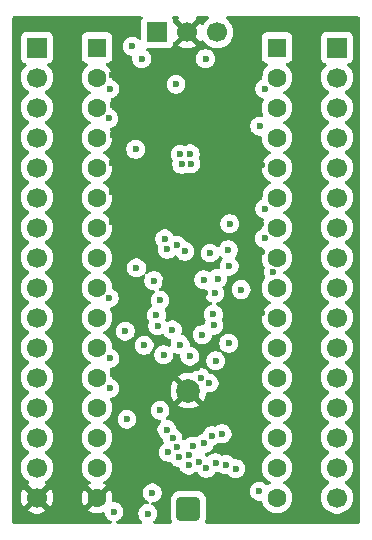
<source format=gbr>
%TF.GenerationSoftware,KiCad,Pcbnew,9.0.2-9.0.2-0~ubuntu22.04.1*%
%TF.CreationDate,2025-06-23T10:34:33-07:00*%
%TF.ProjectId,ds1486,64733134-3836-42e6-9b69-6361645f7063,rev?*%
%TF.SameCoordinates,Original*%
%TF.FileFunction,Copper,L3,Inr*%
%TF.FilePolarity,Positive*%
%FSLAX46Y46*%
G04 Gerber Fmt 4.6, Leading zero omitted, Abs format (unit mm)*
G04 Created by KiCad (PCBNEW 9.0.2-9.0.2-0~ubuntu22.04.1) date 2025-06-23 10:34:33*
%MOMM*%
%LPD*%
G01*
G04 APERTURE LIST*
G04 Aperture macros list*
%AMRoundRect*
0 Rectangle with rounded corners*
0 $1 Rounding radius*
0 $2 $3 $4 $5 $6 $7 $8 $9 X,Y pos of 4 corners*
0 Add a 4 corners polygon primitive as box body*
4,1,4,$2,$3,$4,$5,$6,$7,$8,$9,$2,$3,0*
0 Add four circle primitives for the rounded corners*
1,1,$1+$1,$2,$3*
1,1,$1+$1,$4,$5*
1,1,$1+$1,$6,$7*
1,1,$1+$1,$8,$9*
0 Add four rect primitives between the rounded corners*
20,1,$1+$1,$2,$3,$4,$5,0*
20,1,$1+$1,$4,$5,$6,$7,0*
20,1,$1+$1,$6,$7,$8,$9,0*
20,1,$1+$1,$8,$9,$2,$3,0*%
G04 Aperture macros list end*
%TA.AperFunction,ComponentPad*%
%ADD10R,1.600000X1.600000*%
%TD*%
%TA.AperFunction,ComponentPad*%
%ADD11C,1.600000*%
%TD*%
%TA.AperFunction,ComponentPad*%
%ADD12R,1.700000X1.700000*%
%TD*%
%TA.AperFunction,ComponentPad*%
%ADD13C,1.700000*%
%TD*%
%TA.AperFunction,ComponentPad*%
%ADD14RoundRect,0.300000X-0.700000X-0.700000X0.700000X-0.700000X0.700000X0.700000X-0.700000X0.700000X0*%
%TD*%
%TA.AperFunction,ComponentPad*%
%ADD15C,2.000000*%
%TD*%
%TA.AperFunction,ViaPad*%
%ADD16C,0.600000*%
%TD*%
G04 APERTURE END LIST*
D10*
%TO.N,/INTB_*%
%TO.C,J4*%
X111760000Y-63500000D03*
D11*
%TO.N,/A16*%
X111760000Y-66040000D03*
%TO.N,/A14*%
X111760000Y-68580000D03*
%TO.N,/A12*%
X111760000Y-71120000D03*
%TO.N,/A7*%
X111760000Y-73660000D03*
%TO.N,/A6*%
X111760000Y-76200000D03*
%TO.N,/A5*%
X111760000Y-78740000D03*
%TO.N,/A4*%
X111760000Y-81280000D03*
%TO.N,/A3*%
X111760000Y-83820000D03*
%TO.N,/A2*%
X111760000Y-86360000D03*
%TO.N,/A1*%
X111760000Y-88900000D03*
%TO.N,/A0*%
X111760000Y-91440000D03*
%TO.N,/DQ0*%
X111760000Y-93980000D03*
%TO.N,/DQ1*%
X111760000Y-96520000D03*
%TO.N,/DQ2*%
X111760000Y-99060000D03*
%TO.N,GND*%
X111760000Y-101600000D03*
%TD*%
D12*
%TO.N,+5V*%
%TO.C,J3*%
X132080000Y-63500000D03*
D13*
%TO.N,/A15*%
X132080000Y-66040000D03*
%TO.N,/INTA_*%
X132080000Y-68580000D03*
%TO.N,/WE_*%
X132080000Y-71120000D03*
%TO.N,/A13*%
X132080000Y-73660000D03*
%TO.N,/A8*%
X132080000Y-76200000D03*
%TO.N,/A9*%
X132080000Y-78740000D03*
%TO.N,/A11*%
X132080000Y-81280000D03*
%TO.N,/OE_*%
X132080000Y-83820000D03*
%TO.N,/A10*%
X132080000Y-86360000D03*
%TO.N,/CE_*%
X132080000Y-88900000D03*
%TO.N,/DQ7*%
X132080000Y-91440000D03*
%TO.N,/DQ6*%
X132080000Y-93980000D03*
%TO.N,/DQ5*%
X132080000Y-96520000D03*
%TO.N,/DQ4*%
X132080000Y-99060000D03*
%TO.N,/DQ3*%
X132080000Y-101600000D03*
%TD*%
D14*
%TO.N,+BATT*%
%TO.C,BT1*%
X119500000Y-102550000D03*
D15*
%TO.N,GND*%
X119500000Y-92550000D03*
%TD*%
D12*
%TO.N,/INTB_*%
%TO.C,J2*%
X106680000Y-63500000D03*
D13*
%TO.N,/A16*%
X106680000Y-66040000D03*
%TO.N,/A14*%
X106680000Y-68580000D03*
%TO.N,/A12*%
X106680000Y-71120000D03*
%TO.N,/A7*%
X106680000Y-73660000D03*
%TO.N,/A6*%
X106680000Y-76200000D03*
%TO.N,/A5*%
X106680000Y-78740000D03*
%TO.N,/A4*%
X106680000Y-81280000D03*
%TO.N,/A3*%
X106680000Y-83820000D03*
%TO.N,/A2*%
X106680000Y-86360000D03*
%TO.N,/A1*%
X106680000Y-88900000D03*
%TO.N,/A0*%
X106680000Y-91440000D03*
%TO.N,/DQ0*%
X106680000Y-93980000D03*
%TO.N,/DQ1*%
X106680000Y-96520000D03*
%TO.N,/DQ2*%
X106680000Y-99060000D03*
%TO.N,GND*%
X106680000Y-101600000D03*
%TD*%
D10*
%TO.N,+5V*%
%TO.C,J5*%
X127000000Y-63500000D03*
D11*
%TO.N,/A15*%
X127000000Y-66040000D03*
%TO.N,/INTA_*%
X127000000Y-68580000D03*
%TO.N,/WE_*%
X127000000Y-71120000D03*
%TO.N,/A13*%
X127000000Y-73660000D03*
%TO.N,/A8*%
X127000000Y-76200000D03*
%TO.N,/A9*%
X127000000Y-78740000D03*
%TO.N,/A11*%
X127000000Y-81280000D03*
%TO.N,/OE_*%
X127000000Y-83820000D03*
%TO.N,/A10*%
X127000000Y-86360000D03*
%TO.N,/CE_*%
X127000000Y-88900000D03*
%TO.N,/DQ7*%
X127000000Y-91440000D03*
%TO.N,/DQ6*%
X127000000Y-93980000D03*
%TO.N,/DQ5*%
X127000000Y-96520000D03*
%TO.N,/DQ4*%
X127000000Y-99060000D03*
%TO.N,/DQ3*%
X127000000Y-101600000D03*
%TD*%
D12*
%TO.N,/SWCLK*%
%TO.C,J1*%
X116870000Y-62200000D03*
D13*
%TO.N,GND*%
X119410000Y-62200000D03*
%TO.N,/SWD*%
X121950000Y-62200000D03*
%TD*%
D16*
%TO.N,GND*%
X114975808Y-74400000D03*
X124119101Y-82749000D03*
%TO.N,/SCL*%
X123960388Y-83980000D03*
%TO.N,/DQ4*%
X122650000Y-98800000D03*
%TO.N,/DQ2*%
X119535773Y-98843299D03*
%TO.N,/DQ5*%
X121800000Y-98650000D03*
%TO.N,/DQ0*%
X117808155Y-97754616D03*
%TO.N,/DQ6*%
X121013222Y-99116861D03*
%TO.N,+5V*%
X116450000Y-101200000D03*
X115550000Y-64450000D03*
X125500000Y-101050000D03*
%TO.N,/DQ3*%
X123500000Y-99150000D03*
%TO.N,/DQ1*%
X118700000Y-98200000D03*
%TO.N,GND*%
X113086131Y-68327249D03*
X122752531Y-76100811D03*
X121833760Y-78250000D03*
X121514255Y-66668121D03*
X117550000Y-83450000D03*
X120260451Y-90643321D03*
X125550000Y-71950000D03*
X112997709Y-78284333D03*
X119200000Y-85250000D03*
X113069371Y-65780000D03*
X125700333Y-73438667D03*
X120875763Y-84299417D03*
X122900000Y-70300000D03*
X117300000Y-90900000D03*
X114550000Y-98950000D03*
X113029207Y-73230410D03*
X125550000Y-65750000D03*
X113245403Y-88630000D03*
X113114167Y-91124167D03*
X118200000Y-64450000D03*
X123507502Y-100470000D03*
X119731000Y-87013605D03*
X113250000Y-81030000D03*
X113253231Y-83550000D03*
X117727501Y-99453473D03*
X115800000Y-90400000D03*
X113093000Y-70884847D03*
X113022517Y-75721923D03*
X119100000Y-83350000D03*
X125735076Y-85944925D03*
X125685579Y-78432099D03*
X124264000Y-95112500D03*
X125740946Y-80792877D03*
X113251801Y-86080000D03*
X117225454Y-76950000D03*
X114550000Y-96550000D03*
X125550000Y-75950000D03*
X123156306Y-90277805D03*
X118850000Y-90350000D03*
%TO.N,/DQ7*%
X120362948Y-98569460D03*
%TO.N,/QSPI_SD2*%
X121650637Y-87010749D03*
%TO.N,/QSPI_SD1*%
X121806000Y-90000000D03*
%TO.N,/QSPI_SS*%
X121250000Y-91900000D03*
%TO.N,/QSPI_SD3*%
X121620450Y-86079270D03*
%TO.N,/QSPI_SD0*%
X120550000Y-91450000D03*
%TO.N,/QSPI_SCLK*%
X120690373Y-87800301D03*
%TO.N,+3V3*%
X119700000Y-73350000D03*
X122923172Y-88538386D03*
X119650000Y-72500000D03*
X115750000Y-88700000D03*
X117099998Y-84900000D03*
X118800000Y-88640282D03*
X119210027Y-80740517D03*
X114300000Y-94950000D03*
X120950000Y-64450000D03*
X113200000Y-102800000D03*
X118450000Y-66600000D03*
X118150000Y-87400000D03*
X122880000Y-80618108D03*
X117500000Y-79700000D03*
X118816767Y-72533239D03*
X118925000Y-73375000D03*
X121725731Y-84306978D03*
%TO.N,/DQC0*%
X117679727Y-95837811D03*
%TO.N,/DQC2*%
X118550000Y-97350000D03*
%TO.N,/DQC1*%
X118156495Y-96541513D03*
%TO.N,/AC0*%
X112850000Y-92350000D03*
X116797784Y-86138247D03*
%TO.N,/AC1*%
X112850000Y-89800000D03*
X116900000Y-87050000D03*
%TO.N,/AC3*%
X114150000Y-87500000D03*
X112800000Y-84700000D03*
%TO.N,/AC15*%
X114752142Y-63385667D03*
X125975000Y-66975000D03*
%TO.N,/AC14*%
X112750000Y-69500000D03*
X115100000Y-82150000D03*
%TO.N,/AC11*%
X126681101Y-82455924D03*
X120800000Y-83149998D03*
%TO.N,/AC10*%
X122950000Y-82000000D03*
X121329649Y-80893311D03*
%TO.N,/AC9*%
X125950000Y-79650000D03*
X123000000Y-78400000D03*
%TO.N,/AC8*%
X125550000Y-70150000D03*
X125965000Y-77135000D03*
%TO.N,/AC16*%
X116569019Y-83233262D03*
X112850000Y-67000000D03*
%TO.N,/DQC4*%
X121500000Y-96350000D03*
%TO.N,/DQC5*%
X120850000Y-97000000D03*
%TO.N,/DQC7*%
X119544867Y-97993346D03*
%TO.N,/DQC3*%
X122350000Y-96200000D03*
%TO.N,/DQC6*%
X119850000Y-97250000D03*
%TO.N,/SWD*%
X115050000Y-72100000D03*
%TO.N,/SWCLK*%
X117725134Y-80564606D03*
%TO.N,/SDA*%
X121966092Y-83049999D03*
%TO.N,/VRTC*%
X116050000Y-102950000D03*
%TO.N,+1V1*%
X118519816Y-80244420D03*
X119624999Y-89618708D03*
X117405037Y-89504205D03*
%TO.N,/D_DIR*%
X117100000Y-94200000D03*
%TD*%
%TA.AperFunction,Conductor*%
%TO.N,GND*%
G36*
X115588038Y-60870185D02*
G01*
X115633793Y-60922989D01*
X115643737Y-60992147D01*
X115620265Y-61048810D01*
X115615106Y-61055703D01*
X115576204Y-61107668D01*
X115576202Y-61107671D01*
X115525908Y-61242517D01*
X115519501Y-61302116D01*
X115519501Y-61302123D01*
X115519500Y-61302135D01*
X115519500Y-62721584D01*
X115499815Y-62788623D01*
X115447011Y-62834378D01*
X115377853Y-62844322D01*
X115314297Y-62815297D01*
X115307819Y-62809265D01*
X115262434Y-62763880D01*
X115262430Y-62763877D01*
X115131327Y-62676276D01*
X115131314Y-62676269D01*
X114985643Y-62615931D01*
X114985631Y-62615928D01*
X114830987Y-62585167D01*
X114830984Y-62585167D01*
X114673300Y-62585167D01*
X114673297Y-62585167D01*
X114518652Y-62615928D01*
X114518640Y-62615931D01*
X114372969Y-62676269D01*
X114372956Y-62676276D01*
X114241853Y-62763877D01*
X114241849Y-62763880D01*
X114130355Y-62875374D01*
X114130352Y-62875378D01*
X114042751Y-63006481D01*
X114042744Y-63006494D01*
X113982406Y-63152165D01*
X113982403Y-63152177D01*
X113951642Y-63306820D01*
X113951642Y-63464513D01*
X113982403Y-63619156D01*
X113982406Y-63619168D01*
X114042744Y-63764839D01*
X114042751Y-63764852D01*
X114130352Y-63895955D01*
X114130355Y-63895959D01*
X114241849Y-64007453D01*
X114241853Y-64007456D01*
X114372956Y-64095057D01*
X114372969Y-64095064D01*
X114518640Y-64155402D01*
X114518645Y-64155404D01*
X114592274Y-64170050D01*
X114660378Y-64183597D01*
X114722289Y-64215982D01*
X114756863Y-64276697D01*
X114757805Y-64329404D01*
X114749500Y-64371158D01*
X114749500Y-64528846D01*
X114780261Y-64683489D01*
X114780264Y-64683501D01*
X114840602Y-64829172D01*
X114840609Y-64829185D01*
X114928210Y-64960288D01*
X114928213Y-64960292D01*
X115039707Y-65071786D01*
X115039711Y-65071789D01*
X115170814Y-65159390D01*
X115170827Y-65159397D01*
X115316498Y-65219735D01*
X115316503Y-65219737D01*
X115471153Y-65250499D01*
X115471156Y-65250500D01*
X115471158Y-65250500D01*
X115628844Y-65250500D01*
X115628845Y-65250499D01*
X115783497Y-65219737D01*
X115929179Y-65159394D01*
X116060289Y-65071789D01*
X116171789Y-64960289D01*
X116259394Y-64829179D01*
X116261210Y-64824796D01*
X116294760Y-64743797D01*
X116319737Y-64683497D01*
X116350500Y-64528842D01*
X116350500Y-64371158D01*
X116350500Y-64371155D01*
X116350499Y-64371153D01*
X120149500Y-64371153D01*
X120149500Y-64528846D01*
X120180261Y-64683489D01*
X120180264Y-64683501D01*
X120240602Y-64829172D01*
X120240609Y-64829185D01*
X120328210Y-64960288D01*
X120328213Y-64960292D01*
X120439707Y-65071786D01*
X120439711Y-65071789D01*
X120570814Y-65159390D01*
X120570827Y-65159397D01*
X120716498Y-65219735D01*
X120716503Y-65219737D01*
X120871153Y-65250499D01*
X120871156Y-65250500D01*
X120871158Y-65250500D01*
X121028844Y-65250500D01*
X121028845Y-65250499D01*
X121183497Y-65219737D01*
X121329179Y-65159394D01*
X121460289Y-65071789D01*
X121571789Y-64960289D01*
X121659394Y-64829179D01*
X121661210Y-64824796D01*
X121694760Y-64743797D01*
X121719737Y-64683497D01*
X121750500Y-64528842D01*
X121750500Y-64371158D01*
X121750500Y-64371155D01*
X121750499Y-64371153D01*
X121745868Y-64347870D01*
X121719737Y-64216503D01*
X121694429Y-64155404D01*
X121659397Y-64070827D01*
X121659390Y-64070814D01*
X121571789Y-63939711D01*
X121571786Y-63939707D01*
X121460292Y-63828213D01*
X121460288Y-63828210D01*
X121329185Y-63740609D01*
X121329172Y-63740602D01*
X121183501Y-63680264D01*
X121183489Y-63680261D01*
X121028845Y-63649500D01*
X121028842Y-63649500D01*
X120871158Y-63649500D01*
X120871155Y-63649500D01*
X120716510Y-63680261D01*
X120716498Y-63680264D01*
X120570827Y-63740602D01*
X120570814Y-63740609D01*
X120439711Y-63828210D01*
X120439707Y-63828213D01*
X120328213Y-63939707D01*
X120328210Y-63939711D01*
X120240609Y-64070814D01*
X120240602Y-64070827D01*
X120180264Y-64216498D01*
X120180261Y-64216510D01*
X120149500Y-64371153D01*
X116350499Y-64371153D01*
X116345868Y-64347870D01*
X116319737Y-64216503D01*
X116294429Y-64155404D01*
X116259397Y-64070827D01*
X116259390Y-64070814D01*
X116171789Y-63939711D01*
X116171786Y-63939707D01*
X116060292Y-63828213D01*
X115984547Y-63777601D01*
X115939743Y-63723988D01*
X115931036Y-63654663D01*
X115961191Y-63591636D01*
X116020635Y-63554917D01*
X116053431Y-63550499D01*
X117767872Y-63550499D01*
X117827483Y-63544091D01*
X117962331Y-63493796D01*
X118077546Y-63407546D01*
X118163796Y-63292331D01*
X118214091Y-63157483D01*
X118220500Y-63097873D01*
X118220499Y-63073979D01*
X118223330Y-63060963D01*
X118233940Y-63041525D01*
X118240179Y-63020275D01*
X118256803Y-62999643D01*
X118256808Y-62999636D01*
X118256811Y-62999634D01*
X118256818Y-62999626D01*
X118927037Y-62329408D01*
X118944075Y-62392993D01*
X119009901Y-62507007D01*
X119102993Y-62600099D01*
X119217007Y-62665925D01*
X119280590Y-62682962D01*
X118648282Y-63315269D01*
X118648282Y-63315270D01*
X118702449Y-63354624D01*
X118891782Y-63451095D01*
X119093870Y-63516757D01*
X119303754Y-63550000D01*
X119516246Y-63550000D01*
X119726127Y-63516757D01*
X119726130Y-63516757D01*
X119928217Y-63451095D01*
X120117554Y-63354622D01*
X120171716Y-63315270D01*
X120171717Y-63315270D01*
X119539408Y-62682962D01*
X119602993Y-62665925D01*
X119717007Y-62600099D01*
X119810099Y-62507007D01*
X119875925Y-62392993D01*
X119892962Y-62329409D01*
X120525270Y-62961717D01*
X120525270Y-62961716D01*
X120564622Y-62907555D01*
X120569232Y-62898507D01*
X120617205Y-62847709D01*
X120685025Y-62830912D01*
X120751161Y-62853447D01*
X120790204Y-62898504D01*
X120794949Y-62907817D01*
X120919890Y-63079786D01*
X121070213Y-63230109D01*
X121242179Y-63355048D01*
X121242181Y-63355049D01*
X121242184Y-63355051D01*
X121431588Y-63451557D01*
X121633757Y-63517246D01*
X121843713Y-63550500D01*
X121843714Y-63550500D01*
X122056286Y-63550500D01*
X122056287Y-63550500D01*
X122266243Y-63517246D01*
X122468412Y-63451557D01*
X122657816Y-63355051D01*
X122744138Y-63292335D01*
X122829786Y-63230109D01*
X122829788Y-63230106D01*
X122829792Y-63230104D01*
X122980104Y-63079792D01*
X122980106Y-63079788D01*
X122980109Y-63079786D01*
X123105048Y-62907820D01*
X123105050Y-62907817D01*
X123105051Y-62907816D01*
X123201557Y-62718412D01*
X123267246Y-62516243D01*
X123300500Y-62306287D01*
X123300500Y-62093713D01*
X123267246Y-61883757D01*
X123201557Y-61681588D01*
X123105051Y-61492184D01*
X123105049Y-61492181D01*
X123105048Y-61492179D01*
X122980109Y-61320213D01*
X122829790Y-61169894D01*
X122829785Y-61169890D01*
X122698929Y-61074818D01*
X122656263Y-61019488D01*
X122650284Y-60949875D01*
X122682889Y-60888080D01*
X122743728Y-60853723D01*
X122771814Y-60850500D01*
X133875500Y-60850500D01*
X133942539Y-60870185D01*
X133988294Y-60922989D01*
X133999500Y-60974500D01*
X133999500Y-103675500D01*
X133979815Y-103742539D01*
X133927011Y-103788294D01*
X133875500Y-103799500D01*
X121024496Y-103799500D01*
X120957457Y-103779815D01*
X120911702Y-103727011D01*
X120901758Y-103657853D01*
X120919503Y-103609527D01*
X120925788Y-103599524D01*
X120927617Y-103594297D01*
X120985368Y-103429255D01*
X121000500Y-103294954D01*
X121000500Y-101805046D01*
X120989824Y-101710289D01*
X120985369Y-101670750D01*
X120985368Y-101670745D01*
X120979040Y-101652661D01*
X120925789Y-101500478D01*
X120921563Y-101493753D01*
X120829815Y-101347737D01*
X120702262Y-101220184D01*
X120549519Y-101124209D01*
X120429203Y-101082108D01*
X120429200Y-101082108D01*
X120379257Y-101064632D01*
X120379249Y-101064630D01*
X120244960Y-101049500D01*
X120244954Y-101049500D01*
X118755046Y-101049500D01*
X118755039Y-101049500D01*
X118620750Y-101064630D01*
X118620745Y-101064631D01*
X118450476Y-101124211D01*
X118297737Y-101220184D01*
X118170184Y-101347737D01*
X118074211Y-101500476D01*
X118014631Y-101670745D01*
X118014630Y-101670750D01*
X117999500Y-101805039D01*
X117999500Y-103294960D01*
X118014630Y-103429249D01*
X118014631Y-103429254D01*
X118074211Y-103599524D01*
X118080497Y-103609527D01*
X118099498Y-103676764D01*
X118079131Y-103743599D01*
X118025863Y-103788814D01*
X117975504Y-103799500D01*
X116628269Y-103799500D01*
X116561230Y-103779815D01*
X116515475Y-103727011D01*
X116505531Y-103657853D01*
X116534556Y-103594297D01*
X116555626Y-103575707D01*
X116555581Y-103575653D01*
X116557119Y-103574390D01*
X116559379Y-103572397D01*
X116560289Y-103571789D01*
X116671789Y-103460289D01*
X116759394Y-103329179D01*
X116819737Y-103183497D01*
X116850500Y-103028842D01*
X116850500Y-102871158D01*
X116850500Y-102871155D01*
X116850499Y-102871153D01*
X116837384Y-102805220D01*
X116819737Y-102716503D01*
X116817991Y-102712287D01*
X116759397Y-102570827D01*
X116759390Y-102570814D01*
X116671789Y-102439711D01*
X116671786Y-102439707D01*
X116560292Y-102328213D01*
X116560288Y-102328210D01*
X116429185Y-102240609D01*
X116429178Y-102240605D01*
X116425451Y-102239062D01*
X116371047Y-102195222D01*
X116348981Y-102128928D01*
X116366259Y-102061229D01*
X116417395Y-102013617D01*
X116472902Y-102000500D01*
X116528844Y-102000500D01*
X116528845Y-102000499D01*
X116683497Y-101969737D01*
X116812924Y-101916127D01*
X116829172Y-101909397D01*
X116829172Y-101909396D01*
X116829179Y-101909394D01*
X116960289Y-101821789D01*
X117071789Y-101710289D01*
X117159394Y-101579179D01*
X117219737Y-101433497D01*
X117250500Y-101278842D01*
X117250500Y-101121158D01*
X117250500Y-101121155D01*
X117250499Y-101121153D01*
X117242732Y-101082108D01*
X117220662Y-100971153D01*
X124699500Y-100971153D01*
X124699500Y-101128846D01*
X124730261Y-101283489D01*
X124730264Y-101283501D01*
X124790602Y-101429172D01*
X124790609Y-101429185D01*
X124878210Y-101560288D01*
X124878213Y-101560292D01*
X124989707Y-101671786D01*
X124989711Y-101671789D01*
X125120814Y-101759390D01*
X125120827Y-101759397D01*
X125266498Y-101819735D01*
X125266503Y-101819737D01*
X125402311Y-101846751D01*
X125421153Y-101850499D01*
X125421156Y-101850500D01*
X125421158Y-101850500D01*
X125578842Y-101850500D01*
X125597687Y-101846751D01*
X125667276Y-101852975D01*
X125722456Y-101895835D01*
X125739813Y-101930048D01*
X125794781Y-102099223D01*
X125843696Y-102195222D01*
X125887585Y-102281359D01*
X125887715Y-102281613D01*
X126008028Y-102447213D01*
X126152786Y-102591971D01*
X126273226Y-102679474D01*
X126318390Y-102712287D01*
X126402319Y-102755051D01*
X126500776Y-102805218D01*
X126500778Y-102805218D01*
X126500781Y-102805220D01*
X126605137Y-102839127D01*
X126695465Y-102868477D01*
X126760932Y-102878846D01*
X126897648Y-102900500D01*
X126897649Y-102900500D01*
X127102351Y-102900500D01*
X127102352Y-102900500D01*
X127304534Y-102868477D01*
X127499219Y-102805220D01*
X127681610Y-102712287D01*
X127794726Y-102630104D01*
X127847213Y-102591971D01*
X127847215Y-102591968D01*
X127847219Y-102591966D01*
X127991966Y-102447219D01*
X127991968Y-102447215D01*
X127991971Y-102447213D01*
X128078428Y-102328213D01*
X128112287Y-102281610D01*
X128205220Y-102099219D01*
X128268477Y-101904534D01*
X128300500Y-101702352D01*
X128300500Y-101497648D01*
X128286144Y-101407007D01*
X128268477Y-101295465D01*
X128214339Y-101128846D01*
X128205220Y-101100781D01*
X128205218Y-101100778D01*
X128205218Y-101100776D01*
X128171503Y-101034607D01*
X128112287Y-100918390D01*
X128093433Y-100892439D01*
X127991971Y-100752786D01*
X127847213Y-100608028D01*
X127681614Y-100487715D01*
X127675006Y-100484348D01*
X127588917Y-100440483D01*
X127538123Y-100392511D01*
X127521328Y-100324690D01*
X127543865Y-100258555D01*
X127588917Y-100219516D01*
X127681610Y-100172287D01*
X127702770Y-100156913D01*
X127847213Y-100051971D01*
X127847215Y-100051968D01*
X127847219Y-100051966D01*
X127991966Y-99907219D01*
X127991968Y-99907215D01*
X127991971Y-99907213D01*
X128050792Y-99826251D01*
X128112287Y-99741610D01*
X128205220Y-99559219D01*
X128268477Y-99364534D01*
X128300500Y-99162352D01*
X128300500Y-98957648D01*
X128268477Y-98755466D01*
X128264673Y-98743760D01*
X128205218Y-98560776D01*
X128155914Y-98464013D01*
X128112287Y-98378390D01*
X128093512Y-98352548D01*
X127991971Y-98212786D01*
X127847213Y-98068028D01*
X127681614Y-97947715D01*
X127660308Y-97936859D01*
X127588917Y-97900483D01*
X127538123Y-97852511D01*
X127521328Y-97784690D01*
X127543865Y-97718555D01*
X127588917Y-97679516D01*
X127681610Y-97632287D01*
X127702770Y-97616913D01*
X127847213Y-97511971D01*
X127847215Y-97511968D01*
X127847219Y-97511966D01*
X127991966Y-97367219D01*
X127991968Y-97367215D01*
X127991971Y-97367213D01*
X128044732Y-97294590D01*
X128112287Y-97201610D01*
X128205220Y-97019219D01*
X128268477Y-96824534D01*
X128300500Y-96622352D01*
X128300500Y-96417648D01*
X128270821Y-96230263D01*
X128268477Y-96215465D01*
X128236321Y-96116500D01*
X128205220Y-96020781D01*
X128205218Y-96020778D01*
X128205218Y-96020776D01*
X128152164Y-95916653D01*
X128112287Y-95838390D01*
X128099527Y-95820827D01*
X127991971Y-95672786D01*
X127847213Y-95528028D01*
X127681614Y-95407715D01*
X127665491Y-95399500D01*
X127588917Y-95360483D01*
X127538123Y-95312511D01*
X127521328Y-95244690D01*
X127543865Y-95178555D01*
X127588917Y-95139516D01*
X127681610Y-95092287D01*
X127768933Y-95028844D01*
X127847213Y-94971971D01*
X127847215Y-94971968D01*
X127847219Y-94971966D01*
X127991966Y-94827219D01*
X127991968Y-94827215D01*
X127991971Y-94827213D01*
X128072409Y-94716498D01*
X128112287Y-94661610D01*
X128205220Y-94479219D01*
X128268477Y-94284534D01*
X128300500Y-94082352D01*
X128300500Y-93877648D01*
X128268477Y-93675466D01*
X128264673Y-93663760D01*
X128205218Y-93480776D01*
X128163805Y-93399500D01*
X128112287Y-93298390D01*
X128104556Y-93287749D01*
X127991971Y-93132786D01*
X127847213Y-92988028D01*
X127681614Y-92867715D01*
X127660598Y-92857007D01*
X127588917Y-92820483D01*
X127538123Y-92772511D01*
X127521328Y-92704690D01*
X127543865Y-92638555D01*
X127588917Y-92599516D01*
X127681610Y-92552287D01*
X127723591Y-92521786D01*
X127847213Y-92431971D01*
X127847215Y-92431968D01*
X127847219Y-92431966D01*
X127991966Y-92287219D01*
X127991968Y-92287215D01*
X127991971Y-92287213D01*
X128044732Y-92214590D01*
X128112287Y-92121610D01*
X128205220Y-91939219D01*
X128268477Y-91744534D01*
X128300500Y-91542352D01*
X128300500Y-91337648D01*
X128277211Y-91190609D01*
X128268477Y-91135465D01*
X128205218Y-90940776D01*
X128171503Y-90874607D01*
X128112287Y-90758390D01*
X128104556Y-90747749D01*
X127991971Y-90592786D01*
X127847213Y-90448028D01*
X127681614Y-90327715D01*
X127647419Y-90310292D01*
X127588917Y-90280483D01*
X127538123Y-90232511D01*
X127521328Y-90164690D01*
X127543865Y-90098555D01*
X127588917Y-90059516D01*
X127681610Y-90012287D01*
X127702770Y-89996913D01*
X127847213Y-89891971D01*
X127847215Y-89891968D01*
X127847219Y-89891966D01*
X127991966Y-89747219D01*
X127991968Y-89747215D01*
X127991971Y-89747213D01*
X128083794Y-89620827D01*
X128112287Y-89581610D01*
X128205220Y-89399219D01*
X128268477Y-89204534D01*
X128300500Y-89002352D01*
X128300500Y-88797648D01*
X128272546Y-88621155D01*
X128268477Y-88595465D01*
X128224312Y-88459541D01*
X128205220Y-88400781D01*
X128205218Y-88400778D01*
X128205218Y-88400776D01*
X128156364Y-88304896D01*
X128112287Y-88218390D01*
X128099289Y-88200500D01*
X127991971Y-88052786D01*
X127847213Y-87908028D01*
X127681614Y-87787715D01*
X127664861Y-87779179D01*
X127588917Y-87740483D01*
X127538123Y-87692511D01*
X127521328Y-87624690D01*
X127543865Y-87558555D01*
X127588917Y-87519516D01*
X127681610Y-87472287D01*
X127702770Y-87456913D01*
X127847213Y-87351971D01*
X127847215Y-87351968D01*
X127847219Y-87351966D01*
X127991966Y-87207219D01*
X127991968Y-87207215D01*
X127991971Y-87207213D01*
X128054742Y-87120814D01*
X128112287Y-87041610D01*
X128205220Y-86859219D01*
X128268477Y-86664534D01*
X128300500Y-86462352D01*
X128300500Y-86257648D01*
X128294076Y-86217089D01*
X128268477Y-86055465D01*
X128239127Y-85965137D01*
X128205220Y-85860781D01*
X128205218Y-85860778D01*
X128205218Y-85860776D01*
X128153398Y-85759075D01*
X128112287Y-85678390D01*
X128104556Y-85667749D01*
X127991971Y-85512786D01*
X127847213Y-85368028D01*
X127681614Y-85247715D01*
X127668937Y-85241256D01*
X127588917Y-85200483D01*
X127538123Y-85152511D01*
X127521328Y-85084690D01*
X127543865Y-85018555D01*
X127588917Y-84979516D01*
X127681610Y-84932287D01*
X127702770Y-84916913D01*
X127847213Y-84811971D01*
X127847215Y-84811968D01*
X127847219Y-84811966D01*
X127991966Y-84667219D01*
X127991968Y-84667215D01*
X127991971Y-84667213D01*
X128084050Y-84540475D01*
X128112287Y-84501610D01*
X128205220Y-84319219D01*
X128268477Y-84124534D01*
X128300500Y-83922352D01*
X128300500Y-83717648D01*
X128283837Y-83612441D01*
X128268477Y-83515465D01*
X128205218Y-83320776D01*
X128171503Y-83254607D01*
X128112287Y-83138390D01*
X128104556Y-83127749D01*
X127991971Y-82972786D01*
X127847213Y-82828028D01*
X127681614Y-82707715D01*
X127645694Y-82689413D01*
X127588917Y-82660483D01*
X127538123Y-82612511D01*
X127521328Y-82544690D01*
X127543865Y-82478555D01*
X127588917Y-82439516D01*
X127681610Y-82392287D01*
X127702770Y-82376913D01*
X127847213Y-82271971D01*
X127847215Y-82271968D01*
X127847219Y-82271966D01*
X127991966Y-82127219D01*
X127991968Y-82127215D01*
X127991971Y-82127213D01*
X128069235Y-82020866D01*
X128112287Y-81961610D01*
X128205220Y-81779219D01*
X128268477Y-81584534D01*
X128300500Y-81382352D01*
X128300500Y-81177648D01*
X128289882Y-81110610D01*
X128268477Y-80975465D01*
X128228232Y-80851605D01*
X128205220Y-80780781D01*
X128205218Y-80780778D01*
X128205218Y-80780776D01*
X128144532Y-80661675D01*
X128112287Y-80598390D01*
X128104556Y-80587749D01*
X127991971Y-80432786D01*
X127847213Y-80288028D01*
X127681614Y-80167715D01*
X127667038Y-80160288D01*
X127588917Y-80120483D01*
X127538123Y-80072511D01*
X127521328Y-80004690D01*
X127543865Y-79938555D01*
X127588917Y-79899516D01*
X127681610Y-79852287D01*
X127782694Y-79778846D01*
X127847213Y-79731971D01*
X127847215Y-79731968D01*
X127847219Y-79731966D01*
X127991966Y-79587219D01*
X127991968Y-79587215D01*
X127991971Y-79587213D01*
X128069570Y-79480405D01*
X128112287Y-79421610D01*
X128205220Y-79239219D01*
X128268477Y-79044534D01*
X128300500Y-78842352D01*
X128300500Y-78637648D01*
X128268477Y-78435466D01*
X128264673Y-78423760D01*
X128205218Y-78240776D01*
X128167371Y-78166498D01*
X128112287Y-78058390D01*
X128104556Y-78047749D01*
X127991971Y-77892786D01*
X127847213Y-77748028D01*
X127681614Y-77627715D01*
X127675006Y-77624348D01*
X127588917Y-77580483D01*
X127538123Y-77532511D01*
X127521328Y-77464690D01*
X127543865Y-77398555D01*
X127588917Y-77359516D01*
X127681610Y-77312287D01*
X127702770Y-77296913D01*
X127847213Y-77191971D01*
X127847215Y-77191968D01*
X127847219Y-77191966D01*
X127991966Y-77047219D01*
X127991968Y-77047215D01*
X127991971Y-77047213D01*
X128093247Y-76907816D01*
X128112287Y-76881610D01*
X128205220Y-76699219D01*
X128268477Y-76504534D01*
X128300500Y-76302352D01*
X128300500Y-76097648D01*
X128268477Y-75895466D01*
X128264673Y-75883760D01*
X128205218Y-75700776D01*
X128171503Y-75634607D01*
X128112287Y-75518390D01*
X128104556Y-75507749D01*
X127991971Y-75352786D01*
X127847213Y-75208028D01*
X127681614Y-75087715D01*
X127675006Y-75084348D01*
X127588917Y-75040483D01*
X127538123Y-74992511D01*
X127521328Y-74924690D01*
X127543865Y-74858555D01*
X127588917Y-74819516D01*
X127681610Y-74772287D01*
X127702770Y-74756913D01*
X127847213Y-74651971D01*
X127847215Y-74651968D01*
X127847219Y-74651966D01*
X127991966Y-74507219D01*
X127991968Y-74507215D01*
X127991971Y-74507213D01*
X128093247Y-74367816D01*
X128112287Y-74341610D01*
X128205220Y-74159219D01*
X128268477Y-73964534D01*
X128300500Y-73762352D01*
X128300500Y-73557648D01*
X128284059Y-73453846D01*
X128268477Y-73355465D01*
X128205218Y-73160776D01*
X128151779Y-73055897D01*
X128112287Y-72978390D01*
X128104556Y-72967749D01*
X127991971Y-72812786D01*
X127847213Y-72668028D01*
X127681614Y-72547715D01*
X127675006Y-72544348D01*
X127588917Y-72500483D01*
X127538123Y-72452511D01*
X127521328Y-72384690D01*
X127543865Y-72318555D01*
X127588917Y-72279516D01*
X127681610Y-72232287D01*
X127755169Y-72178844D01*
X127847213Y-72111971D01*
X127847215Y-72111968D01*
X127847219Y-72111966D01*
X127991966Y-71967219D01*
X127991968Y-71967215D01*
X127991971Y-71967213D01*
X128056632Y-71878213D01*
X128112287Y-71801610D01*
X128205220Y-71619219D01*
X128268477Y-71424534D01*
X128300500Y-71222352D01*
X128300500Y-71017648D01*
X128299877Y-71013713D01*
X128268477Y-70815465D01*
X128218057Y-70660289D01*
X128205220Y-70620781D01*
X128205218Y-70620778D01*
X128205218Y-70620776D01*
X128118863Y-70451297D01*
X128112287Y-70438390D01*
X128104556Y-70427749D01*
X127991971Y-70272786D01*
X127847213Y-70128028D01*
X127681614Y-70007715D01*
X127663913Y-69998696D01*
X127588917Y-69960483D01*
X127538123Y-69912511D01*
X127521328Y-69844690D01*
X127543865Y-69778555D01*
X127588917Y-69739516D01*
X127681610Y-69692287D01*
X127702770Y-69676913D01*
X127847213Y-69571971D01*
X127847215Y-69571968D01*
X127847219Y-69571966D01*
X127991966Y-69427219D01*
X127991968Y-69427215D01*
X127991971Y-69427213D01*
X128093247Y-69287816D01*
X128112287Y-69261610D01*
X128205220Y-69079219D01*
X128268477Y-68884534D01*
X128300500Y-68682352D01*
X128300500Y-68477648D01*
X128268477Y-68275466D01*
X128264673Y-68263760D01*
X128205218Y-68080776D01*
X128129023Y-67931237D01*
X128112287Y-67898390D01*
X128104556Y-67887749D01*
X127991971Y-67732786D01*
X127847213Y-67588028D01*
X127681614Y-67467715D01*
X127675006Y-67464348D01*
X127588917Y-67420483D01*
X127538123Y-67372511D01*
X127521328Y-67304690D01*
X127543865Y-67238555D01*
X127588917Y-67199516D01*
X127681610Y-67152287D01*
X127782694Y-67078846D01*
X127847213Y-67031971D01*
X127847215Y-67031968D01*
X127847219Y-67031966D01*
X127991966Y-66887219D01*
X127991968Y-66887215D01*
X127991971Y-66887213D01*
X128044732Y-66814590D01*
X128112287Y-66721610D01*
X128205220Y-66539219D01*
X128268477Y-66344534D01*
X128300500Y-66142352D01*
X128300500Y-65937648D01*
X128268477Y-65735466D01*
X128264673Y-65723760D01*
X128205218Y-65540776D01*
X128171503Y-65474607D01*
X128112287Y-65358390D01*
X128104556Y-65347749D01*
X127991971Y-65192786D01*
X127847219Y-65048034D01*
X127810930Y-65021669D01*
X127768264Y-64966339D01*
X127762285Y-64896726D01*
X127794890Y-64834931D01*
X127855728Y-64800573D01*
X127870562Y-64798060D01*
X127907483Y-64794091D01*
X128042328Y-64743797D01*
X128042327Y-64743797D01*
X128042331Y-64743796D01*
X128157546Y-64657546D01*
X128243796Y-64542331D01*
X128294091Y-64407483D01*
X128300500Y-64347873D01*
X128300499Y-62652128D01*
X128295125Y-62602135D01*
X130729500Y-62602135D01*
X130729500Y-64397870D01*
X130729501Y-64397876D01*
X130735908Y-64457483D01*
X130786202Y-64592328D01*
X130786206Y-64592335D01*
X130872452Y-64707544D01*
X130872455Y-64707547D01*
X130987664Y-64793793D01*
X130987671Y-64793797D01*
X131119082Y-64842810D01*
X131175016Y-64884681D01*
X131199433Y-64950145D01*
X131184582Y-65018418D01*
X131163431Y-65046673D01*
X131049889Y-65160215D01*
X130924951Y-65332179D01*
X130828444Y-65521585D01*
X130762753Y-65723760D01*
X130729500Y-65933713D01*
X130729500Y-66146286D01*
X130762273Y-66353211D01*
X130762754Y-66356243D01*
X130816338Y-66521158D01*
X130828444Y-66558414D01*
X130924951Y-66747820D01*
X131049890Y-66919786D01*
X131200213Y-67070109D01*
X131372182Y-67195050D01*
X131380946Y-67199516D01*
X131431742Y-67247491D01*
X131448536Y-67315312D01*
X131425998Y-67381447D01*
X131380946Y-67420484D01*
X131372182Y-67424949D01*
X131200213Y-67549890D01*
X131049890Y-67700213D01*
X130924951Y-67872179D01*
X130828444Y-68061585D01*
X130762753Y-68263760D01*
X130760899Y-68275466D01*
X130729500Y-68473713D01*
X130729500Y-68686287D01*
X130762754Y-68896243D01*
X130793122Y-68989707D01*
X130828444Y-69098414D01*
X130924951Y-69287820D01*
X131049890Y-69459786D01*
X131200213Y-69610109D01*
X131372182Y-69735050D01*
X131380946Y-69739516D01*
X131431742Y-69787491D01*
X131448536Y-69855312D01*
X131425998Y-69921447D01*
X131380946Y-69960484D01*
X131372182Y-69964949D01*
X131200213Y-70089890D01*
X131049890Y-70240213D01*
X130924951Y-70412179D01*
X130828444Y-70601585D01*
X130762753Y-70803760D01*
X130739512Y-70950499D01*
X130729500Y-71013713D01*
X130729500Y-71226287D01*
X130762754Y-71436243D01*
X130776390Y-71478211D01*
X130828444Y-71638414D01*
X130924951Y-71827820D01*
X131049890Y-71999786D01*
X131200213Y-72150109D01*
X131372182Y-72275050D01*
X131380946Y-72279516D01*
X131431742Y-72327491D01*
X131448536Y-72395312D01*
X131425998Y-72461447D01*
X131380946Y-72500484D01*
X131372182Y-72504949D01*
X131200213Y-72629890D01*
X131049890Y-72780213D01*
X130924951Y-72952179D01*
X130828444Y-73141585D01*
X130762753Y-73343760D01*
X130729500Y-73553713D01*
X130729500Y-73766286D01*
X130762048Y-73971789D01*
X130762754Y-73976243D01*
X130819373Y-74150499D01*
X130828444Y-74178414D01*
X130924951Y-74367820D01*
X131049890Y-74539786D01*
X131200213Y-74690109D01*
X131372182Y-74815050D01*
X131380946Y-74819516D01*
X131431742Y-74867491D01*
X131448536Y-74935312D01*
X131425998Y-75001447D01*
X131380946Y-75040484D01*
X131372182Y-75044949D01*
X131200213Y-75169890D01*
X131049890Y-75320213D01*
X130924951Y-75492179D01*
X130828444Y-75681585D01*
X130762753Y-75883760D01*
X130729500Y-76093713D01*
X130729500Y-76306286D01*
X130762273Y-76513211D01*
X130762754Y-76516243D01*
X130797996Y-76624707D01*
X130828444Y-76718414D01*
X130924951Y-76907820D01*
X131049890Y-77079786D01*
X131200213Y-77230109D01*
X131372182Y-77355050D01*
X131380946Y-77359516D01*
X131431742Y-77407491D01*
X131448536Y-77475312D01*
X131425998Y-77541447D01*
X131380946Y-77580484D01*
X131372182Y-77584949D01*
X131200213Y-77709890D01*
X131049890Y-77860213D01*
X130924951Y-78032179D01*
X130828444Y-78221585D01*
X130762753Y-78423760D01*
X130729500Y-78633713D01*
X130729500Y-78846286D01*
X130757296Y-79021786D01*
X130762754Y-79056243D01*
X130806119Y-79189707D01*
X130828444Y-79258414D01*
X130924951Y-79447820D01*
X131049890Y-79619786D01*
X131200213Y-79770109D01*
X131372182Y-79895050D01*
X131380946Y-79899516D01*
X131431742Y-79947491D01*
X131448536Y-80015312D01*
X131425998Y-80081447D01*
X131380946Y-80120484D01*
X131372182Y-80124949D01*
X131200213Y-80249890D01*
X131049890Y-80400213D01*
X130924951Y-80572179D01*
X130828444Y-80761585D01*
X130762753Y-80963760D01*
X130729500Y-81173713D01*
X130729500Y-81386287D01*
X130735688Y-81425354D01*
X130751978Y-81528210D01*
X130762754Y-81596243D01*
X130818077Y-81766510D01*
X130828444Y-81798414D01*
X130924951Y-81987820D01*
X131049890Y-82159786D01*
X131200213Y-82310109D01*
X131372182Y-82435050D01*
X131380946Y-82439516D01*
X131431742Y-82487491D01*
X131448536Y-82555312D01*
X131425998Y-82621447D01*
X131380946Y-82660484D01*
X131372182Y-82664949D01*
X131200213Y-82789890D01*
X131049890Y-82940213D01*
X130924951Y-83112179D01*
X130828444Y-83301585D01*
X130828443Y-83301587D01*
X130828443Y-83301588D01*
X130825025Y-83312108D01*
X130762753Y-83503760D01*
X130745541Y-83612434D01*
X130729500Y-83713713D01*
X130729500Y-83926287D01*
X130736923Y-83973154D01*
X130761806Y-84130261D01*
X130762754Y-84136243D01*
X130822729Y-84320827D01*
X130828444Y-84338414D01*
X130924951Y-84527820D01*
X131049890Y-84699786D01*
X131200213Y-84850109D01*
X131372182Y-84975050D01*
X131380946Y-84979516D01*
X131431742Y-85027491D01*
X131448536Y-85095312D01*
X131425998Y-85161447D01*
X131380946Y-85200484D01*
X131372182Y-85204949D01*
X131200213Y-85329890D01*
X131049890Y-85480213D01*
X130924951Y-85652179D01*
X130828444Y-85841585D01*
X130762753Y-86043760D01*
X130729500Y-86253713D01*
X130729500Y-86466286D01*
X130761166Y-86666220D01*
X130762754Y-86676243D01*
X130828378Y-86878213D01*
X130828444Y-86878414D01*
X130924951Y-87067820D01*
X131049890Y-87239786D01*
X131200213Y-87390109D01*
X131372182Y-87515050D01*
X131380946Y-87519516D01*
X131431742Y-87567491D01*
X131448536Y-87635312D01*
X131425998Y-87701447D01*
X131380946Y-87740484D01*
X131372182Y-87744949D01*
X131200213Y-87869890D01*
X131049890Y-88020213D01*
X130924951Y-88192179D01*
X130828444Y-88381585D01*
X130762753Y-88583760D01*
X130738883Y-88734469D01*
X130729500Y-88793713D01*
X130729500Y-89006287D01*
X130736214Y-89048675D01*
X130761810Y-89210288D01*
X130762754Y-89216243D01*
X130825716Y-89410020D01*
X130828444Y-89418414D01*
X130924951Y-89607820D01*
X131049890Y-89779786D01*
X131200213Y-89930109D01*
X131372182Y-90055050D01*
X131380946Y-90059516D01*
X131431742Y-90107491D01*
X131448536Y-90175312D01*
X131425998Y-90241447D01*
X131380946Y-90280484D01*
X131372182Y-90284949D01*
X131200213Y-90409890D01*
X131049890Y-90560213D01*
X130924951Y-90732179D01*
X130828444Y-90921585D01*
X130762753Y-91123760D01*
X130748064Y-91216503D01*
X130729500Y-91333713D01*
X130729500Y-91546287D01*
X130736408Y-91589901D01*
X130748541Y-91666510D01*
X130762754Y-91756243D01*
X130789873Y-91839707D01*
X130828444Y-91958414D01*
X130924951Y-92147820D01*
X131049890Y-92319786D01*
X131200213Y-92470109D01*
X131372182Y-92595050D01*
X131380946Y-92599516D01*
X131431742Y-92647491D01*
X131448536Y-92715312D01*
X131425998Y-92781447D01*
X131380946Y-92820484D01*
X131372182Y-92824949D01*
X131200213Y-92949890D01*
X131049890Y-93100213D01*
X130924951Y-93272179D01*
X130828444Y-93461585D01*
X130762753Y-93663760D01*
X130729500Y-93873713D01*
X130729500Y-94086286D01*
X130759998Y-94278846D01*
X130762754Y-94296243D01*
X130809368Y-94439707D01*
X130828444Y-94498414D01*
X130924951Y-94687820D01*
X131049890Y-94859786D01*
X131200213Y-95010109D01*
X131372182Y-95135050D01*
X131380946Y-95139516D01*
X131431742Y-95187491D01*
X131448536Y-95255312D01*
X131425998Y-95321447D01*
X131380946Y-95360484D01*
X131372182Y-95364949D01*
X131200213Y-95489890D01*
X131049890Y-95640213D01*
X130924951Y-95812179D01*
X130828444Y-96001585D01*
X130762753Y-96203760D01*
X130729500Y-96413713D01*
X130729500Y-96626286D01*
X130760464Y-96821789D01*
X130762754Y-96836243D01*
X130816124Y-97000499D01*
X130828444Y-97038414D01*
X130924951Y-97227820D01*
X131049890Y-97399786D01*
X131200213Y-97550109D01*
X131372182Y-97675050D01*
X131380946Y-97679516D01*
X131431742Y-97727491D01*
X131448536Y-97795312D01*
X131425998Y-97861447D01*
X131380946Y-97900484D01*
X131372182Y-97904949D01*
X131200213Y-98029890D01*
X131049890Y-98180213D01*
X130924951Y-98352179D01*
X130828444Y-98541585D01*
X130762753Y-98743760D01*
X130729500Y-98953713D01*
X130729500Y-99166286D01*
X130759165Y-99353588D01*
X130762754Y-99376243D01*
X130825624Y-99569737D01*
X130828444Y-99578414D01*
X130924951Y-99767820D01*
X131049890Y-99939786D01*
X131200213Y-100090109D01*
X131372182Y-100215050D01*
X131380946Y-100219516D01*
X131431742Y-100267491D01*
X131448536Y-100335312D01*
X131425998Y-100401447D01*
X131380946Y-100440484D01*
X131372182Y-100444949D01*
X131200213Y-100569890D01*
X131049890Y-100720213D01*
X130924951Y-100892179D01*
X130828444Y-101081585D01*
X130828443Y-101081587D01*
X130828443Y-101081588D01*
X130815587Y-101121155D01*
X130762753Y-101283760D01*
X130729500Y-101493713D01*
X130729500Y-101706286D01*
X130762735Y-101916127D01*
X130762754Y-101916243D01*
X130819409Y-102090609D01*
X130828444Y-102118414D01*
X130924951Y-102307820D01*
X131049890Y-102479786D01*
X131200213Y-102630109D01*
X131372179Y-102755048D01*
X131372181Y-102755049D01*
X131372184Y-102755051D01*
X131561588Y-102851557D01*
X131763757Y-102917246D01*
X131973713Y-102950500D01*
X131973714Y-102950500D01*
X132186286Y-102950500D01*
X132186287Y-102950500D01*
X132396243Y-102917246D01*
X132598412Y-102851557D01*
X132787816Y-102755051D01*
X132891840Y-102679474D01*
X132959786Y-102630109D01*
X132959788Y-102630106D01*
X132959792Y-102630104D01*
X133110104Y-102479792D01*
X133110106Y-102479788D01*
X133110109Y-102479786D01*
X133235048Y-102307820D01*
X133235047Y-102307820D01*
X133235051Y-102307816D01*
X133331557Y-102118412D01*
X133397246Y-101916243D01*
X133430500Y-101706287D01*
X133430500Y-101493713D01*
X133397246Y-101283757D01*
X133331557Y-101081588D01*
X133235051Y-100892184D01*
X133235049Y-100892181D01*
X133235048Y-100892179D01*
X133110109Y-100720213D01*
X132959786Y-100569890D01*
X132787820Y-100444951D01*
X132779600Y-100440763D01*
X132779054Y-100440485D01*
X132728259Y-100392512D01*
X132711463Y-100324692D01*
X132733999Y-100258556D01*
X132779054Y-100219515D01*
X132787816Y-100215051D01*
X132846676Y-100172287D01*
X132959786Y-100090109D01*
X132959788Y-100090106D01*
X132959792Y-100090104D01*
X133110104Y-99939792D01*
X133110106Y-99939788D01*
X133110109Y-99939786D01*
X133235048Y-99767820D01*
X133235047Y-99767820D01*
X133235051Y-99767816D01*
X133331557Y-99578412D01*
X133397246Y-99376243D01*
X133430500Y-99166287D01*
X133430500Y-98953713D01*
X133397246Y-98743757D01*
X133331557Y-98541588D01*
X133235051Y-98352184D01*
X133235049Y-98352181D01*
X133235048Y-98352179D01*
X133110109Y-98180213D01*
X132959786Y-98029890D01*
X132787820Y-97904951D01*
X132787115Y-97904591D01*
X132779054Y-97900485D01*
X132728259Y-97852512D01*
X132711463Y-97784692D01*
X132733999Y-97718556D01*
X132779054Y-97679515D01*
X132787816Y-97675051D01*
X132846680Y-97632284D01*
X132959786Y-97550109D01*
X132959788Y-97550106D01*
X132959792Y-97550104D01*
X133110104Y-97399792D01*
X133110106Y-97399788D01*
X133110109Y-97399786D01*
X133230923Y-97233498D01*
X133235051Y-97227816D01*
X133331557Y-97038412D01*
X133397246Y-96836243D01*
X133430500Y-96626287D01*
X133430500Y-96413713D01*
X133397246Y-96203757D01*
X133331557Y-96001588D01*
X133235051Y-95812184D01*
X133235049Y-95812181D01*
X133235048Y-95812179D01*
X133110109Y-95640213D01*
X132959786Y-95489890D01*
X132787820Y-95364951D01*
X132787115Y-95364591D01*
X132779054Y-95360485D01*
X132728259Y-95312512D01*
X132711463Y-95244692D01*
X132733999Y-95178556D01*
X132779054Y-95139515D01*
X132787816Y-95135051D01*
X132873238Y-95072989D01*
X132959786Y-95010109D01*
X132959788Y-95010106D01*
X132959792Y-95010104D01*
X133110104Y-94859792D01*
X133110106Y-94859788D01*
X133110109Y-94859786D01*
X133235048Y-94687820D01*
X133235047Y-94687820D01*
X133235051Y-94687816D01*
X133331557Y-94498412D01*
X133397246Y-94296243D01*
X133430500Y-94086287D01*
X133430500Y-93873713D01*
X133397246Y-93663757D01*
X133331557Y-93461588D01*
X133235051Y-93272184D01*
X133235049Y-93272181D01*
X133235048Y-93272179D01*
X133110109Y-93100213D01*
X132959786Y-92949890D01*
X132787820Y-92824951D01*
X132787115Y-92824591D01*
X132779054Y-92820485D01*
X132728259Y-92772512D01*
X132711463Y-92704692D01*
X132733999Y-92638556D01*
X132779054Y-92599515D01*
X132787816Y-92595051D01*
X132849824Y-92550000D01*
X132959786Y-92470109D01*
X132959788Y-92470106D01*
X132959792Y-92470104D01*
X133110104Y-92319792D01*
X133110106Y-92319788D01*
X133110109Y-92319786D01*
X133235048Y-92147820D01*
X133235047Y-92147820D01*
X133235051Y-92147816D01*
X133331557Y-91958412D01*
X133397246Y-91756243D01*
X133430500Y-91546287D01*
X133430500Y-91333713D01*
X133397246Y-91123757D01*
X133331557Y-90921588D01*
X133235051Y-90732184D01*
X133235049Y-90732181D01*
X133235048Y-90732179D01*
X133110109Y-90560213D01*
X132959786Y-90409890D01*
X132787820Y-90284951D01*
X132787115Y-90284591D01*
X132779054Y-90280485D01*
X132728259Y-90232512D01*
X132711463Y-90164692D01*
X132733999Y-90098556D01*
X132779054Y-90059515D01*
X132787816Y-90055051D01*
X132843634Y-90014497D01*
X132959786Y-89930109D01*
X132959788Y-89930106D01*
X132959792Y-89930104D01*
X133110104Y-89779792D01*
X133110106Y-89779788D01*
X133110109Y-89779786D01*
X133235048Y-89607820D01*
X133235047Y-89607820D01*
X133235051Y-89607816D01*
X133331557Y-89418412D01*
X133397246Y-89216243D01*
X133430500Y-89006287D01*
X133430500Y-88793713D01*
X133397246Y-88583757D01*
X133331557Y-88381588D01*
X133235051Y-88192184D01*
X133235049Y-88192181D01*
X133235048Y-88192179D01*
X133110109Y-88020213D01*
X132959786Y-87869890D01*
X132787820Y-87744951D01*
X132787115Y-87744591D01*
X132779054Y-87740485D01*
X132728259Y-87692512D01*
X132711463Y-87624692D01*
X132733999Y-87558556D01*
X132779054Y-87519515D01*
X132787816Y-87515051D01*
X132846680Y-87472284D01*
X132959786Y-87390109D01*
X132959788Y-87390106D01*
X132959792Y-87390104D01*
X133110104Y-87239792D01*
X133110106Y-87239788D01*
X133110109Y-87239786D01*
X133235048Y-87067820D01*
X133235047Y-87067820D01*
X133235051Y-87067816D01*
X133331557Y-86878412D01*
X133397246Y-86676243D01*
X133430500Y-86466287D01*
X133430500Y-86253713D01*
X133397246Y-86043757D01*
X133331557Y-85841588D01*
X133235051Y-85652184D01*
X133235049Y-85652181D01*
X133235048Y-85652179D01*
X133110109Y-85480213D01*
X132959786Y-85329890D01*
X132787820Y-85204951D01*
X132787115Y-85204591D01*
X132779054Y-85200485D01*
X132728259Y-85152512D01*
X132711463Y-85084692D01*
X132733999Y-85018556D01*
X132779054Y-84979515D01*
X132787816Y-84975051D01*
X132851525Y-84928764D01*
X132959786Y-84850109D01*
X132959788Y-84850106D01*
X132959792Y-84850104D01*
X133110104Y-84699792D01*
X133110106Y-84699788D01*
X133110109Y-84699786D01*
X133235048Y-84527820D01*
X133235047Y-84527820D01*
X133235051Y-84527816D01*
X133331557Y-84338412D01*
X133397246Y-84136243D01*
X133430500Y-83926287D01*
X133430500Y-83713713D01*
X133397246Y-83503757D01*
X133331557Y-83301588D01*
X133235051Y-83112184D01*
X133235049Y-83112181D01*
X133235048Y-83112179D01*
X133110109Y-82940213D01*
X132959786Y-82789890D01*
X132787820Y-82664951D01*
X132787115Y-82664591D01*
X132779054Y-82660485D01*
X132728259Y-82612512D01*
X132711463Y-82544692D01*
X132733999Y-82478556D01*
X132779054Y-82439515D01*
X132787816Y-82435051D01*
X132858769Y-82383501D01*
X132959786Y-82310109D01*
X132959788Y-82310106D01*
X132959792Y-82310104D01*
X133110104Y-82159792D01*
X133110106Y-82159788D01*
X133110109Y-82159786D01*
X133235048Y-81987820D01*
X133235047Y-81987820D01*
X133235051Y-81987816D01*
X133331557Y-81798412D01*
X133397246Y-81596243D01*
X133430500Y-81386287D01*
X133430500Y-81173713D01*
X133397246Y-80963757D01*
X133331557Y-80761588D01*
X133235051Y-80572184D01*
X133235049Y-80572181D01*
X133235048Y-80572179D01*
X133110109Y-80400213D01*
X132959786Y-80249890D01*
X132787820Y-80124951D01*
X132785113Y-80123572D01*
X132779054Y-80120485D01*
X132728259Y-80072512D01*
X132711463Y-80004692D01*
X132733999Y-79938556D01*
X132779054Y-79899515D01*
X132787816Y-79895051D01*
X132947760Y-79778846D01*
X132959786Y-79770109D01*
X132959788Y-79770106D01*
X132959792Y-79770104D01*
X133110104Y-79619792D01*
X133110106Y-79619788D01*
X133110109Y-79619786D01*
X133228194Y-79457254D01*
X133235051Y-79447816D01*
X133331557Y-79258412D01*
X133397246Y-79056243D01*
X133430500Y-78846287D01*
X133430500Y-78633713D01*
X133397246Y-78423757D01*
X133331557Y-78221588D01*
X133235051Y-78032184D01*
X133235049Y-78032181D01*
X133235048Y-78032179D01*
X133110109Y-77860213D01*
X132959786Y-77709890D01*
X132787820Y-77584951D01*
X132787115Y-77584591D01*
X132779054Y-77580485D01*
X132728259Y-77532512D01*
X132711463Y-77464692D01*
X132733999Y-77398556D01*
X132779054Y-77359515D01*
X132787816Y-77355051D01*
X132846680Y-77312284D01*
X132959786Y-77230109D01*
X132959788Y-77230106D01*
X132959792Y-77230104D01*
X133110104Y-77079792D01*
X133110106Y-77079788D01*
X133110109Y-77079786D01*
X133235048Y-76907820D01*
X133235047Y-76907820D01*
X133235051Y-76907816D01*
X133331557Y-76718412D01*
X133397246Y-76516243D01*
X133430500Y-76306287D01*
X133430500Y-76093713D01*
X133397246Y-75883757D01*
X133331557Y-75681588D01*
X133235051Y-75492184D01*
X133235049Y-75492181D01*
X133235048Y-75492179D01*
X133110109Y-75320213D01*
X132959786Y-75169890D01*
X132787820Y-75044951D01*
X132787115Y-75044591D01*
X132779054Y-75040485D01*
X132728259Y-74992512D01*
X132711463Y-74924692D01*
X132733999Y-74858556D01*
X132779054Y-74819515D01*
X132787816Y-74815051D01*
X132846680Y-74772284D01*
X132959786Y-74690109D01*
X132959788Y-74690106D01*
X132959792Y-74690104D01*
X133110104Y-74539792D01*
X133110106Y-74539788D01*
X133110109Y-74539786D01*
X133235048Y-74367820D01*
X133235047Y-74367820D01*
X133235051Y-74367816D01*
X133331557Y-74178412D01*
X133397246Y-73976243D01*
X133430500Y-73766287D01*
X133430500Y-73553713D01*
X133397246Y-73343757D01*
X133331557Y-73141588D01*
X133235051Y-72952184D01*
X133235049Y-72952181D01*
X133235048Y-72952179D01*
X133110109Y-72780213D01*
X132959786Y-72629890D01*
X132787820Y-72504951D01*
X132787115Y-72504591D01*
X132779054Y-72500485D01*
X132728259Y-72452512D01*
X132711463Y-72384692D01*
X132733999Y-72318556D01*
X132779054Y-72279515D01*
X132787816Y-72275051D01*
X132920235Y-72178844D01*
X132959786Y-72150109D01*
X132959788Y-72150106D01*
X132959792Y-72150104D01*
X133110104Y-71999792D01*
X133110106Y-71999788D01*
X133110109Y-71999786D01*
X133235048Y-71827820D01*
X133235047Y-71827820D01*
X133235051Y-71827816D01*
X133331557Y-71638412D01*
X133397246Y-71436243D01*
X133430500Y-71226287D01*
X133430500Y-71013713D01*
X133397246Y-70803757D01*
X133331557Y-70601588D01*
X133235051Y-70412184D01*
X133235049Y-70412181D01*
X133235048Y-70412179D01*
X133110109Y-70240213D01*
X132959786Y-70089890D01*
X132787820Y-69964951D01*
X132787115Y-69964591D01*
X132779054Y-69960485D01*
X132728259Y-69912512D01*
X132711463Y-69844692D01*
X132733999Y-69778556D01*
X132779054Y-69739515D01*
X132787816Y-69735051D01*
X132846680Y-69692284D01*
X132959786Y-69610109D01*
X132959788Y-69610106D01*
X132959792Y-69610104D01*
X133110104Y-69459792D01*
X133110106Y-69459788D01*
X133110109Y-69459786D01*
X133235048Y-69287820D01*
X133235047Y-69287820D01*
X133235051Y-69287816D01*
X133331557Y-69098412D01*
X133397246Y-68896243D01*
X133430500Y-68686287D01*
X133430500Y-68473713D01*
X133397246Y-68263757D01*
X133331557Y-68061588D01*
X133235051Y-67872184D01*
X133235049Y-67872181D01*
X133235048Y-67872179D01*
X133110109Y-67700213D01*
X132959786Y-67549890D01*
X132787820Y-67424951D01*
X132787115Y-67424591D01*
X132779054Y-67420485D01*
X132728259Y-67372512D01*
X132711463Y-67304692D01*
X132733999Y-67238556D01*
X132779054Y-67199515D01*
X132787816Y-67195051D01*
X132904482Y-67110289D01*
X132959786Y-67070109D01*
X132959788Y-67070106D01*
X132959792Y-67070104D01*
X133110104Y-66919792D01*
X133110106Y-66919788D01*
X133110109Y-66919786D01*
X133235048Y-66747820D01*
X133235047Y-66747820D01*
X133235051Y-66747816D01*
X133331557Y-66558412D01*
X133397246Y-66356243D01*
X133430500Y-66146287D01*
X133430500Y-65933713D01*
X133397246Y-65723757D01*
X133331557Y-65521588D01*
X133235051Y-65332184D01*
X133235049Y-65332181D01*
X133235048Y-65332179D01*
X133110109Y-65160213D01*
X132996569Y-65046673D01*
X132963084Y-64985350D01*
X132968068Y-64915658D01*
X133009940Y-64859725D01*
X133040915Y-64842810D01*
X133172331Y-64793796D01*
X133287546Y-64707546D01*
X133373796Y-64592331D01*
X133424091Y-64457483D01*
X133430500Y-64397873D01*
X133430499Y-62602128D01*
X133424091Y-62542517D01*
X133414291Y-62516243D01*
X133373797Y-62407671D01*
X133373793Y-62407664D01*
X133287547Y-62292455D01*
X133287544Y-62292452D01*
X133172335Y-62206206D01*
X133172328Y-62206202D01*
X133037482Y-62155908D01*
X133037483Y-62155908D01*
X132977883Y-62149501D01*
X132977881Y-62149500D01*
X132977873Y-62149500D01*
X132977864Y-62149500D01*
X131182129Y-62149500D01*
X131182123Y-62149501D01*
X131122516Y-62155908D01*
X130987671Y-62206202D01*
X130987664Y-62206206D01*
X130872455Y-62292452D01*
X130872452Y-62292455D01*
X130786206Y-62407664D01*
X130786202Y-62407671D01*
X130735908Y-62542517D01*
X130734722Y-62553554D01*
X130729501Y-62602123D01*
X130729500Y-62602135D01*
X128295125Y-62602135D01*
X128294091Y-62592517D01*
X128275442Y-62542517D01*
X128243797Y-62457671D01*
X128243793Y-62457664D01*
X128157547Y-62342455D01*
X128157544Y-62342452D01*
X128042335Y-62256206D01*
X128042328Y-62256202D01*
X127907482Y-62205908D01*
X127907483Y-62205908D01*
X127847883Y-62199501D01*
X127847881Y-62199500D01*
X127847873Y-62199500D01*
X127847864Y-62199500D01*
X126152129Y-62199500D01*
X126152123Y-62199501D01*
X126092516Y-62205908D01*
X125957671Y-62256202D01*
X125957664Y-62256206D01*
X125842455Y-62342452D01*
X125842452Y-62342455D01*
X125756206Y-62457664D01*
X125756202Y-62457671D01*
X125705908Y-62592517D01*
X125699501Y-62652116D01*
X125699501Y-62652123D01*
X125699500Y-62652135D01*
X125699500Y-64347870D01*
X125699501Y-64347876D01*
X125705908Y-64407483D01*
X125756202Y-64542328D01*
X125756206Y-64542335D01*
X125842452Y-64657544D01*
X125842455Y-64657547D01*
X125957664Y-64743793D01*
X125957671Y-64743797D01*
X126002618Y-64760561D01*
X126092517Y-64794091D01*
X126129441Y-64798060D01*
X126193989Y-64824796D01*
X126233838Y-64882188D01*
X126236333Y-64952013D01*
X126200681Y-65012102D01*
X126189071Y-65021666D01*
X126152784Y-65048030D01*
X126008028Y-65192786D01*
X125887715Y-65358386D01*
X125794781Y-65540776D01*
X125731522Y-65735465D01*
X125699500Y-65937648D01*
X125699500Y-66139806D01*
X125679815Y-66206845D01*
X125627011Y-66252600D01*
X125622954Y-66254367D01*
X125595821Y-66265606D01*
X125595814Y-66265609D01*
X125464711Y-66353210D01*
X125464707Y-66353213D01*
X125353213Y-66464707D01*
X125353210Y-66464711D01*
X125265609Y-66595814D01*
X125265602Y-66595827D01*
X125205264Y-66741498D01*
X125205261Y-66741510D01*
X125174500Y-66896153D01*
X125174500Y-67053846D01*
X125205261Y-67208489D01*
X125205264Y-67208501D01*
X125265602Y-67354172D01*
X125265609Y-67354185D01*
X125353210Y-67485288D01*
X125353213Y-67485292D01*
X125464707Y-67596786D01*
X125464711Y-67596789D01*
X125595814Y-67684390D01*
X125595827Y-67684397D01*
X125741498Y-67744735D01*
X125741503Y-67744737D01*
X125765843Y-67749578D01*
X125784681Y-67753326D01*
X125846592Y-67785710D01*
X125881166Y-67846426D01*
X125877427Y-67916196D01*
X125870975Y-67931237D01*
X125794782Y-68080773D01*
X125731522Y-68275465D01*
X125699500Y-68477648D01*
X125699500Y-68682351D01*
X125731522Y-68884534D01*
X125735327Y-68896243D01*
X125794780Y-69079219D01*
X125794781Y-69079222D01*
X125794782Y-69079223D01*
X125850677Y-69188924D01*
X125863573Y-69257594D01*
X125837296Y-69322334D01*
X125780190Y-69362591D01*
X125716001Y-69366836D01*
X125628846Y-69349500D01*
X125628842Y-69349500D01*
X125471158Y-69349500D01*
X125471155Y-69349500D01*
X125316510Y-69380261D01*
X125316498Y-69380264D01*
X125170827Y-69440602D01*
X125170814Y-69440609D01*
X125039711Y-69528210D01*
X125039707Y-69528213D01*
X124928213Y-69639707D01*
X124928210Y-69639711D01*
X124840609Y-69770814D01*
X124840602Y-69770827D01*
X124780264Y-69916498D01*
X124780261Y-69916510D01*
X124749500Y-70071153D01*
X124749500Y-70228846D01*
X124780261Y-70383489D01*
X124780264Y-70383501D01*
X124840602Y-70529172D01*
X124840609Y-70529185D01*
X124928210Y-70660288D01*
X124928213Y-70660292D01*
X125039707Y-70771786D01*
X125039711Y-70771789D01*
X125170814Y-70859390D01*
X125170827Y-70859397D01*
X125316498Y-70919735D01*
X125316503Y-70919737D01*
X125471153Y-70950499D01*
X125471156Y-70950500D01*
X125575500Y-70950500D01*
X125642539Y-70970185D01*
X125688294Y-71022989D01*
X125699500Y-71074500D01*
X125699500Y-71222351D01*
X125731522Y-71424534D01*
X125794781Y-71619223D01*
X125835685Y-71699500D01*
X125882106Y-71790606D01*
X125887715Y-71801613D01*
X126008028Y-71967213D01*
X126152786Y-72111971D01*
X126307749Y-72224556D01*
X126318390Y-72232287D01*
X126402313Y-72275048D01*
X126411080Y-72279515D01*
X126461876Y-72327490D01*
X126478671Y-72395311D01*
X126456134Y-72461446D01*
X126411080Y-72500485D01*
X126318386Y-72547715D01*
X126152786Y-72668028D01*
X126008028Y-72812786D01*
X125887715Y-72978386D01*
X125794781Y-73160776D01*
X125731522Y-73355465D01*
X125699500Y-73557648D01*
X125699500Y-73762351D01*
X125731522Y-73964534D01*
X125794781Y-74159223D01*
X125887715Y-74341613D01*
X126008028Y-74507213D01*
X126152786Y-74651971D01*
X126307749Y-74764556D01*
X126318390Y-74772287D01*
X126402313Y-74815048D01*
X126411080Y-74819515D01*
X126461876Y-74867490D01*
X126478671Y-74935311D01*
X126456134Y-75001446D01*
X126411080Y-75040485D01*
X126318386Y-75087715D01*
X126152786Y-75208028D01*
X126008028Y-75352786D01*
X125887715Y-75518386D01*
X125794781Y-75700776D01*
X125731522Y-75895465D01*
X125699500Y-76097648D01*
X125699500Y-76295664D01*
X125679815Y-76362703D01*
X125627011Y-76408458D01*
X125622953Y-76410225D01*
X125585824Y-76425604D01*
X125585814Y-76425609D01*
X125454711Y-76513210D01*
X125454707Y-76513213D01*
X125343213Y-76624707D01*
X125343210Y-76624711D01*
X125255609Y-76755814D01*
X125255602Y-76755827D01*
X125195264Y-76901498D01*
X125195261Y-76901510D01*
X125164500Y-77056153D01*
X125164500Y-77213846D01*
X125195261Y-77368489D01*
X125195264Y-77368501D01*
X125255602Y-77514172D01*
X125255609Y-77514185D01*
X125343210Y-77645288D01*
X125343213Y-77645292D01*
X125454707Y-77756786D01*
X125454711Y-77756789D01*
X125585814Y-77844390D01*
X125585827Y-77844397D01*
X125731498Y-77904735D01*
X125731503Y-77904737D01*
X125768143Y-77912025D01*
X125783761Y-77915132D01*
X125845672Y-77947516D01*
X125880246Y-78008232D01*
X125876507Y-78078001D01*
X125870055Y-78093043D01*
X125794782Y-78240773D01*
X125731522Y-78435465D01*
X125699500Y-78637648D01*
X125699500Y-78804451D01*
X125679815Y-78871490D01*
X125627011Y-78917245D01*
X125622953Y-78919012D01*
X125570823Y-78940604D01*
X125570814Y-78940609D01*
X125439711Y-79028210D01*
X125439707Y-79028213D01*
X125328213Y-79139707D01*
X125328210Y-79139711D01*
X125240609Y-79270814D01*
X125240602Y-79270827D01*
X125180264Y-79416498D01*
X125180261Y-79416510D01*
X125149500Y-79571153D01*
X125149500Y-79728846D01*
X125180261Y-79883489D01*
X125180264Y-79883501D01*
X125240602Y-80029172D01*
X125240609Y-80029185D01*
X125328210Y-80160288D01*
X125328213Y-80160292D01*
X125439707Y-80271786D01*
X125439711Y-80271789D01*
X125570814Y-80359390D01*
X125570827Y-80359397D01*
X125716498Y-80419735D01*
X125716503Y-80419737D01*
X125758774Y-80428145D01*
X125793947Y-80435142D01*
X125855858Y-80467527D01*
X125890432Y-80528242D01*
X125886693Y-80598012D01*
X125880241Y-80613054D01*
X125794781Y-80780776D01*
X125731522Y-80975465D01*
X125699500Y-81177648D01*
X125699500Y-81382351D01*
X125731522Y-81584534D01*
X125794781Y-81779223D01*
X125858691Y-81904653D01*
X125887712Y-81961609D01*
X125887715Y-81961613D01*
X125930764Y-82020866D01*
X125954244Y-82086672D01*
X125945008Y-82141202D01*
X125911363Y-82222430D01*
X125911361Y-82222435D01*
X125880601Y-82377077D01*
X125880601Y-82534770D01*
X125911362Y-82689413D01*
X125911365Y-82689425D01*
X125971703Y-82835095D01*
X125971709Y-82835106D01*
X125989018Y-82861011D01*
X126009895Y-82927689D01*
X125991410Y-82995069D01*
X125986234Y-83002786D01*
X125887712Y-83138390D01*
X125794781Y-83320776D01*
X125731522Y-83515465D01*
X125699500Y-83717648D01*
X125699500Y-83922351D01*
X125731522Y-84124534D01*
X125794781Y-84319223D01*
X125858691Y-84444653D01*
X125881946Y-84490292D01*
X125887715Y-84501613D01*
X126008028Y-84667213D01*
X126152786Y-84811971D01*
X126307749Y-84924556D01*
X126318390Y-84932287D01*
X126402313Y-84975048D01*
X126411080Y-84979515D01*
X126461876Y-85027490D01*
X126478671Y-85095311D01*
X126456134Y-85161446D01*
X126411080Y-85200485D01*
X126318386Y-85247715D01*
X126152786Y-85368028D01*
X126008028Y-85512786D01*
X125887715Y-85678386D01*
X125794781Y-85860776D01*
X125731522Y-86055465D01*
X125699500Y-86257648D01*
X125699500Y-86462351D01*
X125731522Y-86664534D01*
X125794781Y-86859223D01*
X125831816Y-86931907D01*
X125882085Y-87030565D01*
X125887715Y-87041613D01*
X126008028Y-87207213D01*
X126152786Y-87351971D01*
X126307749Y-87464556D01*
X126318390Y-87472287D01*
X126402313Y-87515048D01*
X126411080Y-87519515D01*
X126461876Y-87567490D01*
X126478671Y-87635311D01*
X126456134Y-87701446D01*
X126411080Y-87740485D01*
X126318386Y-87787715D01*
X126152786Y-87908028D01*
X126008028Y-88052786D01*
X125887715Y-88218386D01*
X125794781Y-88400776D01*
X125731522Y-88595465D01*
X125699500Y-88797648D01*
X125699500Y-89002351D01*
X125731522Y-89204534D01*
X125794781Y-89399223D01*
X125840886Y-89489707D01*
X125880019Y-89566510D01*
X125887715Y-89581613D01*
X126008028Y-89747213D01*
X126152786Y-89891971D01*
X126298560Y-89997880D01*
X126318390Y-90012287D01*
X126402313Y-90055048D01*
X126411080Y-90059515D01*
X126461876Y-90107490D01*
X126478671Y-90175311D01*
X126456134Y-90241446D01*
X126411080Y-90280485D01*
X126318386Y-90327715D01*
X126152786Y-90448028D01*
X126008028Y-90592786D01*
X125887715Y-90758386D01*
X125794781Y-90940776D01*
X125731522Y-91135465D01*
X125699500Y-91337648D01*
X125699500Y-91542351D01*
X125731522Y-91744534D01*
X125794781Y-91939223D01*
X125851226Y-92050000D01*
X125885114Y-92116510D01*
X125887715Y-92121613D01*
X126008028Y-92287213D01*
X126152786Y-92431971D01*
X126307749Y-92544556D01*
X126318390Y-92552287D01*
X126379651Y-92583501D01*
X126411080Y-92599515D01*
X126461876Y-92647490D01*
X126478671Y-92715311D01*
X126456134Y-92781446D01*
X126411080Y-92820485D01*
X126318386Y-92867715D01*
X126152786Y-92988028D01*
X126008028Y-93132786D01*
X125887715Y-93298386D01*
X125794781Y-93480776D01*
X125731522Y-93675465D01*
X125699500Y-93877648D01*
X125699500Y-94082351D01*
X125731522Y-94284534D01*
X125794781Y-94479223D01*
X125887715Y-94661613D01*
X126008028Y-94827213D01*
X126152786Y-94971971D01*
X126291828Y-95072989D01*
X126318390Y-95092287D01*
X126389299Y-95128417D01*
X126411080Y-95139515D01*
X126461876Y-95187490D01*
X126478671Y-95255311D01*
X126456134Y-95321446D01*
X126411080Y-95360485D01*
X126318386Y-95407715D01*
X126152786Y-95528028D01*
X126008028Y-95672786D01*
X125887715Y-95838386D01*
X125794781Y-96020776D01*
X125731522Y-96215465D01*
X125710515Y-96348100D01*
X125699500Y-96417648D01*
X125699500Y-96622352D01*
X125702275Y-96639872D01*
X125731522Y-96824534D01*
X125794781Y-97019223D01*
X125887715Y-97201613D01*
X126008028Y-97367213D01*
X126152786Y-97511971D01*
X126303936Y-97621786D01*
X126318390Y-97632287D01*
X126402313Y-97675048D01*
X126411080Y-97679515D01*
X126461876Y-97727490D01*
X126478671Y-97795311D01*
X126456134Y-97861446D01*
X126411080Y-97900485D01*
X126318386Y-97947715D01*
X126152786Y-98068028D01*
X126008028Y-98212786D01*
X125887715Y-98378386D01*
X125794781Y-98560776D01*
X125731522Y-98755465D01*
X125699500Y-98957648D01*
X125699500Y-99162351D01*
X125731522Y-99364534D01*
X125794781Y-99559223D01*
X125839273Y-99646542D01*
X125886203Y-99738647D01*
X125887715Y-99741613D01*
X126008028Y-99907213D01*
X126152786Y-100051971D01*
X126307749Y-100164556D01*
X126318390Y-100172287D01*
X126402313Y-100215048D01*
X126411080Y-100219515D01*
X126417274Y-100225365D01*
X126425361Y-100228044D01*
X126442293Y-100248994D01*
X126461876Y-100267490D01*
X126463923Y-100275758D01*
X126469279Y-100282385D01*
X126472196Y-100309166D01*
X126478671Y-100335311D01*
X126475923Y-100343374D01*
X126476846Y-100351844D01*
X126464822Y-100375948D01*
X126456134Y-100401446D01*
X126448648Y-100408375D01*
X126445660Y-100414367D01*
X126426732Y-100428662D01*
X126418210Y-100436552D01*
X126414709Y-100438635D01*
X126318390Y-100487713D01*
X126255501Y-100533403D01*
X126250622Y-100536308D01*
X126222053Y-100543642D01*
X126194273Y-100553554D01*
X126188593Y-100552233D01*
X126182947Y-100553683D01*
X126154949Y-100544408D01*
X126126220Y-100537727D01*
X126119604Y-100532700D01*
X126116621Y-100531712D01*
X126113943Y-100528399D01*
X126099516Y-100517437D01*
X126010292Y-100428213D01*
X126010288Y-100428210D01*
X125879185Y-100340609D01*
X125879172Y-100340602D01*
X125733501Y-100280264D01*
X125733489Y-100280261D01*
X125578845Y-100249500D01*
X125578842Y-100249500D01*
X125421158Y-100249500D01*
X125421155Y-100249500D01*
X125266510Y-100280261D01*
X125266498Y-100280264D01*
X125120827Y-100340602D01*
X125120814Y-100340609D01*
X124989711Y-100428210D01*
X124989707Y-100428213D01*
X124878213Y-100539707D01*
X124878210Y-100539711D01*
X124790609Y-100670814D01*
X124790602Y-100670827D01*
X124730264Y-100816498D01*
X124730261Y-100816510D01*
X124699500Y-100971153D01*
X117220662Y-100971153D01*
X117219737Y-100966503D01*
X117199916Y-100918650D01*
X117159397Y-100820827D01*
X117159390Y-100820814D01*
X117071789Y-100689711D01*
X117071786Y-100689707D01*
X116960292Y-100578213D01*
X116960288Y-100578210D01*
X116829185Y-100490609D01*
X116829172Y-100490602D01*
X116683501Y-100430264D01*
X116683489Y-100430261D01*
X116528845Y-100399500D01*
X116528842Y-100399500D01*
X116371158Y-100399500D01*
X116371155Y-100399500D01*
X116216510Y-100430261D01*
X116216498Y-100430264D01*
X116070827Y-100490602D01*
X116070814Y-100490609D01*
X115939711Y-100578210D01*
X115939707Y-100578213D01*
X115828213Y-100689707D01*
X115828210Y-100689711D01*
X115740609Y-100820814D01*
X115740602Y-100820827D01*
X115680264Y-100966498D01*
X115680261Y-100966510D01*
X115649500Y-101121153D01*
X115649500Y-101278846D01*
X115680261Y-101433489D01*
X115680264Y-101433501D01*
X115740602Y-101579172D01*
X115740609Y-101579185D01*
X115828210Y-101710288D01*
X115828213Y-101710292D01*
X115939707Y-101821786D01*
X115939711Y-101821789D01*
X116070814Y-101909390D01*
X116070821Y-101909394D01*
X116074549Y-101910938D01*
X116128953Y-101954778D01*
X116151019Y-102021072D01*
X116133741Y-102088771D01*
X116082605Y-102136383D01*
X116027098Y-102149500D01*
X115971155Y-102149500D01*
X115816510Y-102180261D01*
X115816498Y-102180264D01*
X115670827Y-102240602D01*
X115670814Y-102240609D01*
X115539711Y-102328210D01*
X115539707Y-102328213D01*
X115428213Y-102439707D01*
X115428210Y-102439711D01*
X115340609Y-102570814D01*
X115340602Y-102570827D01*
X115280264Y-102716498D01*
X115280261Y-102716510D01*
X115249500Y-102871153D01*
X115249500Y-103028846D01*
X115280261Y-103183489D01*
X115280264Y-103183501D01*
X115340602Y-103329172D01*
X115340609Y-103329185D01*
X115428210Y-103460288D01*
X115428213Y-103460292D01*
X115539708Y-103571787D01*
X115540621Y-103572397D01*
X115540991Y-103572839D01*
X115544419Y-103575653D01*
X115543885Y-103576303D01*
X115585427Y-103626010D01*
X115594134Y-103695334D01*
X115563980Y-103758362D01*
X115504537Y-103795082D01*
X115471731Y-103799500D01*
X113502190Y-103799500D01*
X113435151Y-103779815D01*
X113389396Y-103727011D01*
X113379452Y-103657853D01*
X113408477Y-103594297D01*
X113454738Y-103560939D01*
X113579172Y-103509397D01*
X113579172Y-103509396D01*
X113579179Y-103509394D01*
X113710289Y-103421789D01*
X113821789Y-103310289D01*
X113909394Y-103179179D01*
X113969737Y-103033497D01*
X114000500Y-102878842D01*
X114000500Y-102721158D01*
X114000500Y-102721155D01*
X114000499Y-102721153D01*
X113970596Y-102570821D01*
X113969737Y-102566503D01*
X113969735Y-102566498D01*
X113909397Y-102420827D01*
X113909390Y-102420814D01*
X113821789Y-102289711D01*
X113821786Y-102289707D01*
X113710292Y-102178213D01*
X113710288Y-102178210D01*
X113579185Y-102090609D01*
X113579172Y-102090602D01*
X113433501Y-102030264D01*
X113433489Y-102030261D01*
X113278845Y-101999500D01*
X113278842Y-101999500D01*
X113158116Y-101999500D01*
X113091077Y-101979815D01*
X113045322Y-101927011D01*
X113035378Y-101857853D01*
X113035643Y-101856102D01*
X113060000Y-101702317D01*
X113060000Y-101497682D01*
X113027990Y-101295582D01*
X112964755Y-101100968D01*
X112871859Y-100918650D01*
X112839474Y-100874077D01*
X112839474Y-100874076D01*
X112160000Y-101553553D01*
X112160000Y-101547339D01*
X112132741Y-101445606D01*
X112080080Y-101354394D01*
X112005606Y-101279920D01*
X111914394Y-101227259D01*
X111812661Y-101200000D01*
X111806446Y-101200000D01*
X112485922Y-100520524D01*
X112485921Y-100520523D01*
X112441359Y-100488147D01*
X112441350Y-100488141D01*
X112348369Y-100440765D01*
X112297573Y-100392790D01*
X112280778Y-100324969D01*
X112303315Y-100258835D01*
X112348370Y-100219795D01*
X112348920Y-100219515D01*
X112441610Y-100172287D01*
X112491144Y-100136298D01*
X112607213Y-100051971D01*
X112607215Y-100051968D01*
X112607219Y-100051966D01*
X112751966Y-99907219D01*
X112751968Y-99907215D01*
X112751971Y-99907213D01*
X112810792Y-99826251D01*
X112872287Y-99741610D01*
X112965220Y-99559219D01*
X113028477Y-99364534D01*
X113060500Y-99162352D01*
X113060500Y-98957648D01*
X113028477Y-98755466D01*
X113024673Y-98743760D01*
X112965218Y-98560776D01*
X112915914Y-98464013D01*
X112872287Y-98378390D01*
X112853512Y-98352548D01*
X112751971Y-98212786D01*
X112607213Y-98068028D01*
X112441614Y-97947715D01*
X112420308Y-97936859D01*
X112348917Y-97900483D01*
X112298123Y-97852511D01*
X112281328Y-97784690D01*
X112303865Y-97718555D01*
X112348917Y-97679516D01*
X112441610Y-97632287D01*
X112462770Y-97616913D01*
X112607213Y-97511971D01*
X112607215Y-97511968D01*
X112607219Y-97511966D01*
X112751966Y-97367219D01*
X112751968Y-97367215D01*
X112751971Y-97367213D01*
X112804732Y-97294590D01*
X112872287Y-97201610D01*
X112965220Y-97019219D01*
X113028477Y-96824534D01*
X113060500Y-96622352D01*
X113060500Y-96417648D01*
X113030821Y-96230263D01*
X113028477Y-96215465D01*
X112996321Y-96116500D01*
X112965220Y-96020781D01*
X112965218Y-96020778D01*
X112965218Y-96020776D01*
X112912164Y-95916653D01*
X112872287Y-95838390D01*
X112859527Y-95820827D01*
X112751971Y-95672786D01*
X112607213Y-95528028D01*
X112441614Y-95407715D01*
X112425491Y-95399500D01*
X112348917Y-95360483D01*
X112298123Y-95312511D01*
X112281328Y-95244690D01*
X112303865Y-95178555D01*
X112348917Y-95139516D01*
X112441610Y-95092287D01*
X112528933Y-95028844D01*
X112607213Y-94971971D01*
X112607215Y-94971968D01*
X112607219Y-94971966D01*
X112708032Y-94871153D01*
X113499500Y-94871153D01*
X113499500Y-95028846D01*
X113530261Y-95183489D01*
X113530264Y-95183501D01*
X113590602Y-95329172D01*
X113590609Y-95329185D01*
X113678210Y-95460288D01*
X113678213Y-95460292D01*
X113789707Y-95571786D01*
X113789711Y-95571789D01*
X113920814Y-95659390D01*
X113920827Y-95659397D01*
X113994013Y-95689711D01*
X114066503Y-95719737D01*
X114219786Y-95750227D01*
X114221153Y-95750499D01*
X114221156Y-95750500D01*
X114221158Y-95750500D01*
X114378844Y-95750500D01*
X114378845Y-95750499D01*
X114533497Y-95719737D01*
X114679179Y-95659394D01*
X114810289Y-95571789D01*
X114921789Y-95460289D01*
X115009394Y-95329179D01*
X115069737Y-95183497D01*
X115100500Y-95028842D01*
X115100500Y-94871158D01*
X115100500Y-94871155D01*
X115100499Y-94871153D01*
X115090679Y-94821786D01*
X115069737Y-94716503D01*
X115047000Y-94661610D01*
X115009397Y-94570827D01*
X115009390Y-94570814D01*
X114921789Y-94439711D01*
X114921786Y-94439707D01*
X114810292Y-94328213D01*
X114810288Y-94328210D01*
X114679185Y-94240609D01*
X114679173Y-94240602D01*
X114652674Y-94229627D01*
X114533501Y-94180264D01*
X114533489Y-94180261D01*
X114378845Y-94149500D01*
X114378842Y-94149500D01*
X114221158Y-94149500D01*
X114221155Y-94149500D01*
X114066510Y-94180261D01*
X114066498Y-94180264D01*
X113920827Y-94240602D01*
X113920814Y-94240609D01*
X113789711Y-94328210D01*
X113789707Y-94328213D01*
X113678213Y-94439707D01*
X113678210Y-94439711D01*
X113590609Y-94570814D01*
X113590602Y-94570827D01*
X113530264Y-94716498D01*
X113530261Y-94716510D01*
X113499500Y-94871153D01*
X112708032Y-94871153D01*
X112751966Y-94827219D01*
X112751970Y-94827213D01*
X112777422Y-94792182D01*
X112777422Y-94792181D01*
X112832405Y-94716503D01*
X112872287Y-94661610D01*
X112965220Y-94479219D01*
X113028477Y-94284534D01*
X113054354Y-94121153D01*
X116299500Y-94121153D01*
X116299500Y-94278846D01*
X116330261Y-94433489D01*
X116330264Y-94433501D01*
X116390602Y-94579172D01*
X116390609Y-94579185D01*
X116478210Y-94710288D01*
X116478213Y-94710292D01*
X116589707Y-94821786D01*
X116589711Y-94821789D01*
X116720814Y-94909390D01*
X116720827Y-94909397D01*
X116854637Y-94964822D01*
X116866503Y-94969737D01*
X117021153Y-95000499D01*
X117021156Y-95000500D01*
X117085597Y-95000500D01*
X117152636Y-95020185D01*
X117198391Y-95072989D01*
X117208335Y-95142147D01*
X117179310Y-95205703D01*
X117173278Y-95212181D01*
X117057940Y-95327518D01*
X117057937Y-95327522D01*
X116970336Y-95458625D01*
X116970329Y-95458638D01*
X116909991Y-95604309D01*
X116909988Y-95604321D01*
X116879227Y-95758964D01*
X116879227Y-95916657D01*
X116909988Y-96071300D01*
X116909991Y-96071312D01*
X116970329Y-96216983D01*
X116970336Y-96216996D01*
X117057937Y-96348099D01*
X117057940Y-96348103D01*
X117169434Y-96459597D01*
X117169438Y-96459600D01*
X117305006Y-96550184D01*
X117349811Y-96603796D01*
X117357732Y-96629094D01*
X117386756Y-96775004D01*
X117386759Y-96775014D01*
X117444628Y-96914724D01*
X117452097Y-96984193D01*
X117420821Y-97046672D01*
X117398958Y-97065278D01*
X117297866Y-97132826D01*
X117297862Y-97132829D01*
X117186368Y-97244323D01*
X117186365Y-97244327D01*
X117098764Y-97375430D01*
X117098757Y-97375443D01*
X117038419Y-97521114D01*
X117038416Y-97521126D01*
X117007655Y-97675769D01*
X117007655Y-97833462D01*
X117038416Y-97988105D01*
X117038419Y-97988117D01*
X117098757Y-98133788D01*
X117098764Y-98133801D01*
X117186365Y-98264904D01*
X117186368Y-98264908D01*
X117297862Y-98376402D01*
X117297866Y-98376405D01*
X117428969Y-98464006D01*
X117428982Y-98464013D01*
X117574653Y-98524351D01*
X117574658Y-98524353D01*
X117661289Y-98541585D01*
X117729308Y-98555115D01*
X117729311Y-98555116D01*
X117729313Y-98555116D01*
X117886999Y-98555116D01*
X117893062Y-98554519D01*
X117893290Y-98556837D01*
X117952569Y-98562132D01*
X118007753Y-98604985D01*
X118010290Y-98608639D01*
X118078207Y-98710284D01*
X118078213Y-98710292D01*
X118189707Y-98821786D01*
X118189711Y-98821789D01*
X118320814Y-98909390D01*
X118320827Y-98909397D01*
X118427817Y-98953713D01*
X118466503Y-98969737D01*
X118621153Y-99000499D01*
X118621156Y-99000500D01*
X118621158Y-99000500D01*
X118651580Y-99000500D01*
X118718619Y-99020185D01*
X118764374Y-99072989D01*
X118766108Y-99076972D01*
X118826379Y-99222478D01*
X118826380Y-99222480D01*
X118826382Y-99222484D01*
X118913983Y-99353587D01*
X118913986Y-99353591D01*
X119025480Y-99465085D01*
X119025484Y-99465088D01*
X119156587Y-99552689D01*
X119156600Y-99552696D01*
X119272011Y-99600500D01*
X119302276Y-99613036D01*
X119456926Y-99643798D01*
X119456929Y-99643799D01*
X119456931Y-99643799D01*
X119614617Y-99643799D01*
X119614618Y-99643798D01*
X119769270Y-99613036D01*
X119914952Y-99552693D01*
X120046062Y-99465088D01*
X120088039Y-99423111D01*
X120149362Y-99389625D01*
X120219053Y-99394609D01*
X120274987Y-99436479D01*
X120290281Y-99463337D01*
X120303826Y-99496038D01*
X120303829Y-99496043D01*
X120391432Y-99627149D01*
X120391435Y-99627153D01*
X120502929Y-99738647D01*
X120502933Y-99738650D01*
X120634036Y-99826251D01*
X120634049Y-99826258D01*
X120714048Y-99859394D01*
X120779725Y-99886598D01*
X120934375Y-99917360D01*
X120934378Y-99917361D01*
X120934380Y-99917361D01*
X121092066Y-99917361D01*
X121092067Y-99917360D01*
X121246719Y-99886598D01*
X121392401Y-99826255D01*
X121523511Y-99738650D01*
X121635011Y-99627150D01*
X121673375Y-99569735D01*
X121716223Y-99505609D01*
X121769835Y-99460804D01*
X121819325Y-99450500D01*
X121878844Y-99450500D01*
X121878845Y-99450499D01*
X122033497Y-99419737D01*
X122035925Y-99418730D01*
X122037300Y-99418582D01*
X122039328Y-99417968D01*
X122039444Y-99418352D01*
X122105393Y-99411256D01*
X122152278Y-99430186D01*
X122270814Y-99509390D01*
X122270827Y-99509397D01*
X122416498Y-99569735D01*
X122416503Y-99569737D01*
X122555840Y-99597453D01*
X122571153Y-99600499D01*
X122571156Y-99600500D01*
X122571158Y-99600500D01*
X122728843Y-99600500D01*
X122744160Y-99597453D01*
X122813752Y-99603679D01*
X122868929Y-99646542D01*
X122871454Y-99650177D01*
X122878211Y-99660290D01*
X122989707Y-99771786D01*
X122989711Y-99771789D01*
X123120814Y-99859390D01*
X123120827Y-99859397D01*
X123260764Y-99917360D01*
X123266503Y-99919737D01*
X123367326Y-99939792D01*
X123421153Y-99950499D01*
X123421156Y-99950500D01*
X123421158Y-99950500D01*
X123578844Y-99950500D01*
X123578845Y-99950499D01*
X123733497Y-99919737D01*
X123879179Y-99859394D01*
X124010289Y-99771789D01*
X124121789Y-99660289D01*
X124209394Y-99529179D01*
X124269737Y-99383497D01*
X124300500Y-99228842D01*
X124300500Y-99071158D01*
X124300500Y-99071155D01*
X124300499Y-99071153D01*
X124280326Y-98969737D01*
X124269737Y-98916503D01*
X124266791Y-98909390D01*
X124209397Y-98770827D01*
X124209390Y-98770814D01*
X124121789Y-98639711D01*
X124121786Y-98639707D01*
X124010292Y-98528213D01*
X124010288Y-98528210D01*
X123879185Y-98440609D01*
X123879172Y-98440602D01*
X123733501Y-98380264D01*
X123733489Y-98380261D01*
X123578845Y-98349500D01*
X123578842Y-98349500D01*
X123421158Y-98349500D01*
X123405831Y-98352548D01*
X123336240Y-98346317D01*
X123281065Y-98303451D01*
X123278544Y-98299820D01*
X123271789Y-98289711D01*
X123271786Y-98289707D01*
X123160292Y-98178213D01*
X123160288Y-98178210D01*
X123029185Y-98090609D01*
X123029172Y-98090602D01*
X122883501Y-98030264D01*
X122883489Y-98030261D01*
X122728845Y-97999500D01*
X122728842Y-97999500D01*
X122571158Y-97999500D01*
X122571155Y-97999500D01*
X122416511Y-98030260D01*
X122416495Y-98030265D01*
X122414053Y-98031277D01*
X122412673Y-98031425D01*
X122410680Y-98032030D01*
X122410565Y-98031651D01*
X122344583Y-98038738D01*
X122297722Y-98019813D01*
X122179185Y-97940609D01*
X122179172Y-97940602D01*
X122033501Y-97880264D01*
X122033489Y-97880261D01*
X121878845Y-97849500D01*
X121878842Y-97849500D01*
X121721158Y-97849500D01*
X121721155Y-97849500D01*
X121566510Y-97880261D01*
X121566498Y-97880264D01*
X121420827Y-97940602D01*
X121420814Y-97940609D01*
X121289711Y-98028210D01*
X121201331Y-98116590D01*
X121189410Y-98123098D01*
X121180498Y-98133346D01*
X121159345Y-98139514D01*
X121140007Y-98150074D01*
X121126461Y-98149105D01*
X121113422Y-98152908D01*
X121092293Y-98146661D01*
X121070316Y-98145090D01*
X121058004Y-98136525D01*
X121046419Y-98133100D01*
X121030348Y-98117284D01*
X121019788Y-98109938D01*
X121014790Y-98104148D01*
X120984737Y-98059171D01*
X120920542Y-97994976D01*
X120917568Y-97991531D01*
X120904915Y-97963692D01*
X120890264Y-97936859D01*
X120890598Y-97932187D01*
X120888660Y-97927923D01*
X120893066Y-97897664D01*
X120895248Y-97867167D01*
X120898054Y-97863417D01*
X120898730Y-97858782D01*
X120918798Y-97835707D01*
X120937120Y-97811234D01*
X120941962Y-97809074D01*
X120944582Y-97806063D01*
X120956528Y-97802578D01*
X120987239Y-97788884D01*
X120989285Y-97788477D01*
X121083497Y-97769737D01*
X121229179Y-97709394D01*
X121360289Y-97621789D01*
X121471789Y-97510289D01*
X121559394Y-97379179D01*
X121560942Y-97375443D01*
X121615251Y-97244327D01*
X121619737Y-97233497D01*
X121622446Y-97219874D01*
X121654830Y-97157964D01*
X121715545Y-97123388D01*
X121719855Y-97122450D01*
X121733497Y-97119737D01*
X121879179Y-97059394D01*
X121997722Y-96980185D01*
X122064399Y-96959308D01*
X122110642Y-96968078D01*
X122110676Y-96967969D01*
X122111698Y-96968279D01*
X122114069Y-96968728D01*
X122116503Y-96969737D01*
X122271153Y-97000499D01*
X122271156Y-97000500D01*
X122271158Y-97000500D01*
X122428844Y-97000500D01*
X122428845Y-97000499D01*
X122583497Y-96969737D01*
X122729179Y-96909394D01*
X122860289Y-96821789D01*
X122971789Y-96710289D01*
X123059394Y-96579179D01*
X123119737Y-96433497D01*
X123150500Y-96278842D01*
X123150500Y-96121158D01*
X123150500Y-96121155D01*
X123150499Y-96121153D01*
X123140584Y-96071308D01*
X123119737Y-95966503D01*
X123119735Y-95966498D01*
X123059397Y-95820827D01*
X123059390Y-95820814D01*
X122971789Y-95689711D01*
X122971786Y-95689707D01*
X122860292Y-95578213D01*
X122860288Y-95578210D01*
X122729185Y-95490609D01*
X122729172Y-95490602D01*
X122583501Y-95430264D01*
X122583489Y-95430261D01*
X122428845Y-95399500D01*
X122428842Y-95399500D01*
X122271158Y-95399500D01*
X122271155Y-95399500D01*
X122116510Y-95430261D01*
X122116498Y-95430264D01*
X121970827Y-95490602D01*
X121970814Y-95490609D01*
X121852278Y-95569813D01*
X121785600Y-95590691D01*
X121739356Y-95581922D01*
X121739324Y-95582031D01*
X121738315Y-95581725D01*
X121735942Y-95581275D01*
X121733504Y-95580265D01*
X121733497Y-95580263D01*
X121733495Y-95580262D01*
X121733489Y-95580261D01*
X121578845Y-95549500D01*
X121578842Y-95549500D01*
X121421158Y-95549500D01*
X121421155Y-95549500D01*
X121266510Y-95580261D01*
X121266498Y-95580264D01*
X121120827Y-95640602D01*
X121120814Y-95640609D01*
X120989711Y-95728210D01*
X120989707Y-95728213D01*
X120878213Y-95839707D01*
X120878210Y-95839711D01*
X120790609Y-95970814D01*
X120790602Y-95970827D01*
X120730263Y-96116500D01*
X120730262Y-96116505D01*
X120727552Y-96130129D01*
X120695165Y-96192040D01*
X120634449Y-96226612D01*
X120630129Y-96227552D01*
X120616505Y-96230262D01*
X120616500Y-96230263D01*
X120470827Y-96290602D01*
X120470814Y-96290609D01*
X120339711Y-96378210D01*
X120339707Y-96378213D01*
X120251092Y-96466829D01*
X120189769Y-96500314D01*
X120120077Y-96495330D01*
X120115959Y-96493709D01*
X120083498Y-96480263D01*
X120083488Y-96480260D01*
X119928845Y-96449500D01*
X119928842Y-96449500D01*
X119771158Y-96449500D01*
X119771155Y-96449500D01*
X119616510Y-96480261D01*
X119616498Y-96480264D01*
X119470827Y-96540602D01*
X119470814Y-96540609D01*
X119339711Y-96628210D01*
X119237680Y-96730241D01*
X119176357Y-96763725D01*
X119106665Y-96758741D01*
X119077580Y-96743214D01*
X119069423Y-96737345D01*
X119060289Y-96728211D01*
X119010332Y-96694830D01*
X119008576Y-96693567D01*
X118988378Y-96667624D01*
X118967299Y-96642401D01*
X118966772Y-96639872D01*
X118965654Y-96638436D01*
X118965023Y-96631470D01*
X118956995Y-96592912D01*
X118956995Y-96462668D01*
X118956994Y-96462666D01*
X118948039Y-96417648D01*
X118926232Y-96308016D01*
X118919019Y-96290602D01*
X118865892Y-96162340D01*
X118865885Y-96162327D01*
X118778284Y-96031224D01*
X118778281Y-96031220D01*
X118666787Y-95919726D01*
X118666783Y-95919723D01*
X118531214Y-95829138D01*
X118486409Y-95775526D01*
X118478488Y-95750227D01*
X118474109Y-95728211D01*
X118449464Y-95604314D01*
X118440189Y-95581922D01*
X118389124Y-95458638D01*
X118389117Y-95458625D01*
X118301516Y-95327522D01*
X118301513Y-95327518D01*
X118190019Y-95216024D01*
X118190015Y-95216021D01*
X118058912Y-95128420D01*
X118058899Y-95128413D01*
X117913228Y-95068075D01*
X117913216Y-95068072D01*
X117758572Y-95037311D01*
X117758569Y-95037311D01*
X117694130Y-95037311D01*
X117627091Y-95017626D01*
X117581336Y-94964822D01*
X117571392Y-94895664D01*
X117600417Y-94832108D01*
X117606449Y-94825630D01*
X117721786Y-94710292D01*
X117721789Y-94710289D01*
X117809394Y-94579179D01*
X117812854Y-94570827D01*
X117842848Y-94498414D01*
X117869737Y-94433497D01*
X117900500Y-94278842D01*
X117900500Y-94121158D01*
X117900500Y-94121155D01*
X117900499Y-94121153D01*
X117869738Y-93966510D01*
X117869737Y-93966503D01*
X117869735Y-93966498D01*
X117809397Y-93820827D01*
X117809390Y-93820814D01*
X117791667Y-93794290D01*
X117721789Y-93689711D01*
X117721786Y-93689707D01*
X117610292Y-93578213D01*
X117610288Y-93578210D01*
X117479185Y-93490609D01*
X117479172Y-93490602D01*
X117333501Y-93430264D01*
X117333489Y-93430261D01*
X117178845Y-93399500D01*
X117178842Y-93399500D01*
X117021158Y-93399500D01*
X117021155Y-93399500D01*
X116866510Y-93430261D01*
X116866498Y-93430264D01*
X116720827Y-93490602D01*
X116720814Y-93490609D01*
X116589711Y-93578210D01*
X116589707Y-93578213D01*
X116478213Y-93689707D01*
X116478210Y-93689711D01*
X116390609Y-93820814D01*
X116390602Y-93820827D01*
X116330264Y-93966498D01*
X116330261Y-93966510D01*
X116299500Y-94121153D01*
X113054354Y-94121153D01*
X113060500Y-94082352D01*
X113060500Y-93877648D01*
X113028477Y-93675466D01*
X113024673Y-93663760D01*
X112965218Y-93480776D01*
X112891533Y-93336163D01*
X112883438Y-93320276D01*
X112870543Y-93251609D01*
X112896819Y-93186869D01*
X112953925Y-93146611D01*
X112969729Y-93142366D01*
X113083497Y-93119737D01*
X113229179Y-93059394D01*
X113360289Y-92971789D01*
X113471789Y-92860289D01*
X113559394Y-92729179D01*
X113619737Y-92583497D01*
X113649882Y-92431947D01*
X118000000Y-92431947D01*
X118000000Y-92668052D01*
X118036934Y-92901247D01*
X118109897Y-93125802D01*
X118217087Y-93336174D01*
X118277338Y-93419104D01*
X118277340Y-93419105D01*
X119017037Y-92679408D01*
X119034075Y-92742993D01*
X119099901Y-92857007D01*
X119192993Y-92950099D01*
X119307007Y-93015925D01*
X119370590Y-93032962D01*
X118630893Y-93772658D01*
X118713828Y-93832914D01*
X118924197Y-93940102D01*
X119148752Y-94013065D01*
X119148751Y-94013065D01*
X119381948Y-94050000D01*
X119618052Y-94050000D01*
X119851247Y-94013065D01*
X120075802Y-93940102D01*
X120286163Y-93832918D01*
X120286169Y-93832914D01*
X120369104Y-93772658D01*
X120369105Y-93772658D01*
X119629408Y-93032962D01*
X119692993Y-93015925D01*
X119807007Y-92950099D01*
X119900099Y-92857007D01*
X119965925Y-92742993D01*
X119982962Y-92679408D01*
X120722658Y-93419105D01*
X120722658Y-93419104D01*
X120782914Y-93336169D01*
X120782918Y-93336163D01*
X120890102Y-93125802D01*
X120963065Y-92901247D01*
X120963066Y-92901246D01*
X120980070Y-92793884D01*
X121009999Y-92730749D01*
X121069310Y-92693817D01*
X121126735Y-92691664D01*
X121171155Y-92700500D01*
X121171158Y-92700500D01*
X121328844Y-92700500D01*
X121328845Y-92700499D01*
X121483497Y-92669737D01*
X121629179Y-92609394D01*
X121760289Y-92521789D01*
X121871789Y-92410289D01*
X121959394Y-92279179D01*
X121962719Y-92271153D01*
X122019735Y-92133501D01*
X122019737Y-92133497D01*
X122050500Y-91978842D01*
X122050500Y-91821158D01*
X122050500Y-91821155D01*
X122050499Y-91821153D01*
X122039097Y-91763830D01*
X122019737Y-91666503D01*
X122019735Y-91666498D01*
X121959397Y-91520827D01*
X121959390Y-91520814D01*
X121871789Y-91389711D01*
X121871786Y-91389707D01*
X121760292Y-91278213D01*
X121760288Y-91278210D01*
X121629185Y-91190609D01*
X121629172Y-91190602D01*
X121483501Y-91130264D01*
X121483489Y-91130261D01*
X121322868Y-91098311D01*
X121323346Y-91095906D01*
X121268547Y-91073750D01*
X121242431Y-91045434D01*
X121171789Y-90939710D01*
X121060292Y-90828213D01*
X121060288Y-90828210D01*
X120929185Y-90740609D01*
X120929172Y-90740602D01*
X120783501Y-90680264D01*
X120783489Y-90680261D01*
X120628845Y-90649500D01*
X120628842Y-90649500D01*
X120471158Y-90649500D01*
X120471155Y-90649500D01*
X120316510Y-90680261D01*
X120316498Y-90680264D01*
X120170827Y-90740602D01*
X120170814Y-90740609D01*
X120039711Y-90828210D01*
X120039707Y-90828213D01*
X119928213Y-90939707D01*
X119928210Y-90939711D01*
X119875987Y-91017868D01*
X119822374Y-91062673D01*
X119753487Y-91071450D01*
X119618058Y-91050000D01*
X119381948Y-91050000D01*
X119148752Y-91086934D01*
X118924197Y-91159897D01*
X118713830Y-91267084D01*
X118630894Y-91327340D01*
X119370591Y-92067037D01*
X119307007Y-92084075D01*
X119192993Y-92149901D01*
X119099901Y-92242993D01*
X119034075Y-92357007D01*
X119017037Y-92420591D01*
X118277340Y-91680894D01*
X118217084Y-91763830D01*
X118109897Y-91974197D01*
X118036934Y-92198752D01*
X118000000Y-92431947D01*
X113649882Y-92431947D01*
X113650500Y-92428842D01*
X113650500Y-92271158D01*
X113650500Y-92271155D01*
X113650499Y-92271153D01*
X113636097Y-92198752D01*
X113619737Y-92116503D01*
X113592191Y-92050000D01*
X113559397Y-91970827D01*
X113559390Y-91970814D01*
X113471789Y-91839711D01*
X113471786Y-91839707D01*
X113360292Y-91728213D01*
X113360288Y-91728210D01*
X113229185Y-91640609D01*
X113229172Y-91640602D01*
X113137048Y-91602444D01*
X113121483Y-91589901D01*
X113103297Y-91581596D01*
X113094832Y-91568425D01*
X113082644Y-91558603D01*
X113076331Y-91539635D01*
X113065523Y-91522818D01*
X113061560Y-91495257D01*
X113060579Y-91492309D01*
X113060500Y-91487883D01*
X113060500Y-91337648D01*
X113028477Y-91135465D01*
X112965218Y-90940776D01*
X112878813Y-90771198D01*
X112865917Y-90702529D01*
X112892193Y-90637788D01*
X112949300Y-90597531D01*
X112965086Y-90593290D01*
X113083497Y-90569737D01*
X113229179Y-90509394D01*
X113360289Y-90421789D01*
X113471789Y-90310289D01*
X113559394Y-90179179D01*
X113565396Y-90164690D01*
X113589088Y-90107490D01*
X113619737Y-90033497D01*
X113650500Y-89878842D01*
X113650500Y-89721158D01*
X113650500Y-89721155D01*
X113650499Y-89721153D01*
X113630543Y-89620827D01*
X113619737Y-89566503D01*
X113608704Y-89539866D01*
X113559397Y-89420827D01*
X113559390Y-89420814D01*
X113471789Y-89289711D01*
X113471786Y-89289707D01*
X113360292Y-89178213D01*
X113360288Y-89178210D01*
X113229185Y-89090609D01*
X113229172Y-89090602D01*
X113137048Y-89052444D01*
X113082644Y-89008603D01*
X113060579Y-88942309D01*
X113060500Y-88937883D01*
X113060500Y-88797648D01*
X113032546Y-88621153D01*
X114949500Y-88621153D01*
X114949500Y-88778846D01*
X114980261Y-88933489D01*
X114980264Y-88933501D01*
X115040602Y-89079172D01*
X115040609Y-89079185D01*
X115128210Y-89210288D01*
X115128213Y-89210292D01*
X115239707Y-89321786D01*
X115239711Y-89321789D01*
X115370814Y-89409390D01*
X115370827Y-89409397D01*
X115516498Y-89469735D01*
X115516503Y-89469737D01*
X115671153Y-89500499D01*
X115671156Y-89500500D01*
X115671158Y-89500500D01*
X115828844Y-89500500D01*
X115828845Y-89500499D01*
X115983497Y-89469737D01*
X116101592Y-89420821D01*
X116129172Y-89409397D01*
X116129172Y-89409396D01*
X116129179Y-89409394D01*
X116260289Y-89321789D01*
X116371789Y-89210289D01*
X116459394Y-89079179D01*
X116519737Y-88933497D01*
X116550500Y-88778842D01*
X116550500Y-88621158D01*
X116550500Y-88621155D01*
X116550499Y-88621153D01*
X116546451Y-88600801D01*
X116519737Y-88466503D01*
X116516853Y-88459541D01*
X116459397Y-88320827D01*
X116459390Y-88320814D01*
X116371789Y-88189711D01*
X116371786Y-88189707D01*
X116260292Y-88078213D01*
X116260288Y-88078210D01*
X116129185Y-87990609D01*
X116129172Y-87990602D01*
X115983501Y-87930264D01*
X115983489Y-87930261D01*
X115828845Y-87899500D01*
X115828842Y-87899500D01*
X115671158Y-87899500D01*
X115671155Y-87899500D01*
X115516510Y-87930261D01*
X115516498Y-87930264D01*
X115370827Y-87990602D01*
X115370814Y-87990609D01*
X115239711Y-88078210D01*
X115239707Y-88078213D01*
X115128213Y-88189707D01*
X115128210Y-88189711D01*
X115040609Y-88320814D01*
X115040602Y-88320827D01*
X114980264Y-88466498D01*
X114980261Y-88466510D01*
X114949500Y-88621153D01*
X113032546Y-88621153D01*
X113028477Y-88595465D01*
X112984312Y-88459541D01*
X112965220Y-88400781D01*
X112965218Y-88400778D01*
X112965218Y-88400776D01*
X112916364Y-88304896D01*
X112872287Y-88218390D01*
X112859289Y-88200500D01*
X112751971Y-88052786D01*
X112607213Y-87908028D01*
X112441614Y-87787715D01*
X112424861Y-87779179D01*
X112348917Y-87740483D01*
X112298123Y-87692511D01*
X112281328Y-87624690D01*
X112303865Y-87558555D01*
X112348917Y-87519516D01*
X112441610Y-87472287D01*
X112462770Y-87456913D01*
X112511990Y-87421153D01*
X113349500Y-87421153D01*
X113349500Y-87578846D01*
X113380261Y-87733489D01*
X113380264Y-87733501D01*
X113440602Y-87879172D01*
X113440609Y-87879185D01*
X113528210Y-88010288D01*
X113528213Y-88010292D01*
X113639707Y-88121786D01*
X113639711Y-88121789D01*
X113770814Y-88209390D01*
X113770827Y-88209397D01*
X113895673Y-88261109D01*
X113916503Y-88269737D01*
X114071153Y-88300499D01*
X114071156Y-88300500D01*
X114071158Y-88300500D01*
X114228844Y-88300500D01*
X114228845Y-88300499D01*
X114383497Y-88269737D01*
X114529179Y-88209394D01*
X114660289Y-88121789D01*
X114771789Y-88010289D01*
X114859394Y-87879179D01*
X114919737Y-87733497D01*
X114950500Y-87578842D01*
X114950500Y-87421158D01*
X114950500Y-87421155D01*
X114950499Y-87421153D01*
X114944288Y-87389928D01*
X114919737Y-87266503D01*
X114895180Y-87207217D01*
X114859397Y-87120827D01*
X114859390Y-87120814D01*
X114771789Y-86989711D01*
X114771786Y-86989707D01*
X114660292Y-86878213D01*
X114660288Y-86878210D01*
X114529185Y-86790609D01*
X114529172Y-86790602D01*
X114383501Y-86730264D01*
X114383489Y-86730261D01*
X114228845Y-86699500D01*
X114228842Y-86699500D01*
X114071158Y-86699500D01*
X114071155Y-86699500D01*
X113916510Y-86730261D01*
X113916498Y-86730264D01*
X113770827Y-86790602D01*
X113770814Y-86790609D01*
X113639711Y-86878210D01*
X113639707Y-86878213D01*
X113528213Y-86989707D01*
X113528210Y-86989711D01*
X113440609Y-87120814D01*
X113440602Y-87120827D01*
X113380264Y-87266498D01*
X113380261Y-87266510D01*
X113349500Y-87421153D01*
X112511990Y-87421153D01*
X112607213Y-87351971D01*
X112607215Y-87351968D01*
X112607219Y-87351966D01*
X112751966Y-87207219D01*
X112751968Y-87207215D01*
X112751971Y-87207213D01*
X112814742Y-87120814D01*
X112872287Y-87041610D01*
X112965220Y-86859219D01*
X113028477Y-86664534D01*
X113060500Y-86462352D01*
X113060500Y-86257648D01*
X113054076Y-86217089D01*
X113028477Y-86055465D01*
X112999127Y-85965137D01*
X112965220Y-85860781D01*
X112965218Y-85860778D01*
X112965218Y-85860776D01*
X112883344Y-85700091D01*
X112872287Y-85678390D01*
X112872285Y-85678388D01*
X112872282Y-85678381D01*
X112869741Y-85674234D01*
X112871349Y-85673248D01*
X112850569Y-85615013D01*
X112866391Y-85546958D01*
X112916494Y-85498261D01*
X112950175Y-85486311D01*
X112963418Y-85483676D01*
X113033497Y-85469737D01*
X113179179Y-85409394D01*
X113310289Y-85321789D01*
X113421789Y-85210289D01*
X113509394Y-85079179D01*
X113510416Y-85076713D01*
X113550954Y-84978844D01*
X113569737Y-84933497D01*
X113600500Y-84778842D01*
X113600500Y-84621158D01*
X113600500Y-84621155D01*
X113600499Y-84621153D01*
X113580543Y-84520827D01*
X113569737Y-84466503D01*
X113537929Y-84389711D01*
X113509397Y-84320827D01*
X113509390Y-84320814D01*
X113421789Y-84189711D01*
X113421786Y-84189707D01*
X113310292Y-84078213D01*
X113310288Y-84078210D01*
X113179185Y-83990609D01*
X113179175Y-83990604D01*
X113137047Y-83973154D01*
X113082644Y-83929313D01*
X113060579Y-83863018D01*
X113060500Y-83858593D01*
X113060500Y-83717648D01*
X113028477Y-83515465D01*
X112965218Y-83320776D01*
X112931503Y-83254607D01*
X112872287Y-83138390D01*
X112864556Y-83127749D01*
X112751971Y-82972786D01*
X112607213Y-82828028D01*
X112441614Y-82707715D01*
X112405694Y-82689413D01*
X112348917Y-82660483D01*
X112298123Y-82612511D01*
X112281328Y-82544690D01*
X112303865Y-82478555D01*
X112348917Y-82439516D01*
X112441610Y-82392287D01*
X112462770Y-82376913D01*
X112607213Y-82271971D01*
X112607215Y-82271968D01*
X112607219Y-82271966D01*
X112751966Y-82127219D01*
X112792700Y-82071153D01*
X114299500Y-82071153D01*
X114299500Y-82228846D01*
X114330261Y-82383489D01*
X114330264Y-82383501D01*
X114390602Y-82529172D01*
X114390609Y-82529185D01*
X114478210Y-82660288D01*
X114478213Y-82660292D01*
X114589707Y-82771786D01*
X114589711Y-82771789D01*
X114720814Y-82859390D01*
X114720827Y-82859397D01*
X114858707Y-82916508D01*
X114866503Y-82919737D01*
X115012064Y-82948691D01*
X115021153Y-82950499D01*
X115021156Y-82950500D01*
X115021158Y-82950500D01*
X115178844Y-82950500D01*
X115178845Y-82950499D01*
X115333497Y-82919737D01*
X115479179Y-82859394D01*
X115610289Y-82771789D01*
X115653318Y-82728760D01*
X115714641Y-82695274D01*
X115784332Y-82700258D01*
X115840266Y-82742129D01*
X115864684Y-82807593D01*
X115855561Y-82863892D01*
X115799283Y-82999760D01*
X115799280Y-82999772D01*
X115768519Y-83154415D01*
X115768519Y-83312108D01*
X115799280Y-83466751D01*
X115799283Y-83466763D01*
X115859621Y-83612434D01*
X115859628Y-83612447D01*
X115947229Y-83743550D01*
X115947232Y-83743554D01*
X116058726Y-83855048D01*
X116058730Y-83855051D01*
X116189833Y-83942652D01*
X116189846Y-83942659D01*
X116335517Y-84002997D01*
X116335522Y-84002999D01*
X116436008Y-84022987D01*
X116490172Y-84033761D01*
X116490175Y-84033762D01*
X116546779Y-84033762D01*
X116613818Y-84053447D01*
X116659573Y-84106251D01*
X116669517Y-84175409D01*
X116640492Y-84238965D01*
X116615670Y-84260864D01*
X116589709Y-84278210D01*
X116589705Y-84278213D01*
X116478211Y-84389707D01*
X116478208Y-84389711D01*
X116390607Y-84520814D01*
X116390600Y-84520827D01*
X116330262Y-84666498D01*
X116330259Y-84666510D01*
X116299498Y-84821153D01*
X116299498Y-84978846D01*
X116330259Y-85133489D01*
X116330262Y-85133501D01*
X116390600Y-85279171D01*
X116390601Y-85279172D01*
X116390604Y-85279179D01*
X116390607Y-85279183D01*
X116390609Y-85279187D01*
X116399496Y-85292488D01*
X116420373Y-85359166D01*
X116401887Y-85426546D01*
X116365285Y-85464478D01*
X116287497Y-85516455D01*
X116287491Y-85516460D01*
X116175997Y-85627954D01*
X116175994Y-85627958D01*
X116088393Y-85759061D01*
X116088386Y-85759074D01*
X116028048Y-85904745D01*
X116028045Y-85904757D01*
X115997284Y-86059400D01*
X115997284Y-86217093D01*
X116028045Y-86371736D01*
X116028048Y-86371748D01*
X116088386Y-86517419D01*
X116088396Y-86517437D01*
X116153889Y-86615455D01*
X116174767Y-86682132D01*
X116165349Y-86731796D01*
X116130263Y-86816503D01*
X116130261Y-86816510D01*
X116099500Y-86971153D01*
X116099500Y-87128846D01*
X116130261Y-87283489D01*
X116130264Y-87283501D01*
X116190602Y-87429172D01*
X116190609Y-87429185D01*
X116278210Y-87560288D01*
X116278213Y-87560292D01*
X116389707Y-87671786D01*
X116389711Y-87671789D01*
X116520814Y-87759390D01*
X116520827Y-87759397D01*
X116646011Y-87811249D01*
X116666503Y-87819737D01*
X116799018Y-87846096D01*
X116821153Y-87850499D01*
X116821156Y-87850500D01*
X116821158Y-87850500D01*
X116978844Y-87850500D01*
X116978845Y-87850499D01*
X117133497Y-87819737D01*
X117279179Y-87759394D01*
X117279184Y-87759390D01*
X117284554Y-87756521D01*
X117285204Y-87757738D01*
X117345197Y-87738944D01*
X117412580Y-87757419D01*
X117450531Y-87794033D01*
X117528210Y-87910289D01*
X117639707Y-88021786D01*
X117639711Y-88021789D01*
X117770814Y-88109390D01*
X117770827Y-88109397D01*
X117858230Y-88145599D01*
X117916503Y-88169737D01*
X117964128Y-88179210D01*
X118026037Y-88211594D01*
X118060611Y-88272310D01*
X118056872Y-88342079D01*
X118054499Y-88348272D01*
X118030263Y-88406785D01*
X118030262Y-88406788D01*
X118030262Y-88406789D01*
X118030261Y-88406792D01*
X117999500Y-88561435D01*
X117999500Y-88706670D01*
X117979815Y-88773709D01*
X117927011Y-88819464D01*
X117857853Y-88829408D01*
X117806611Y-88809774D01*
X117784218Y-88794812D01*
X117784209Y-88794807D01*
X117638538Y-88734469D01*
X117638526Y-88734466D01*
X117483882Y-88703705D01*
X117483879Y-88703705D01*
X117326195Y-88703705D01*
X117326192Y-88703705D01*
X117171547Y-88734466D01*
X117171535Y-88734469D01*
X117025864Y-88794807D01*
X117025851Y-88794814D01*
X116894748Y-88882415D01*
X116894744Y-88882418D01*
X116783250Y-88993912D01*
X116783247Y-88993916D01*
X116728189Y-89076314D01*
X116728182Y-89076327D01*
X116695643Y-89125026D01*
X116647659Y-89240869D01*
X116647645Y-89240899D01*
X116635302Y-89270699D01*
X116635298Y-89270715D01*
X116604537Y-89425358D01*
X116604537Y-89583051D01*
X116635298Y-89737694D01*
X116635301Y-89737706D01*
X116695639Y-89883377D01*
X116695646Y-89883390D01*
X116783247Y-90014493D01*
X116783250Y-90014497D01*
X116894744Y-90125991D01*
X116894748Y-90125994D01*
X117025851Y-90213595D01*
X117025864Y-90213602D01*
X117171535Y-90273940D01*
X117171540Y-90273942D01*
X117326190Y-90304704D01*
X117326193Y-90304705D01*
X117326195Y-90304705D01*
X117483881Y-90304705D01*
X117483882Y-90304704D01*
X117638534Y-90273942D01*
X117784216Y-90213599D01*
X117915326Y-90125994D01*
X118026826Y-90014494D01*
X118114431Y-89883384D01*
X118174774Y-89737702D01*
X118205537Y-89583047D01*
X118205537Y-89437816D01*
X118225222Y-89370777D01*
X118278026Y-89325022D01*
X118347184Y-89315078D01*
X118398428Y-89334714D01*
X118420814Y-89349672D01*
X118420827Y-89349679D01*
X118540429Y-89399219D01*
X118566503Y-89410019D01*
X118629591Y-89422568D01*
X118724690Y-89441485D01*
X118786601Y-89473870D01*
X118821175Y-89534586D01*
X118824499Y-89563102D01*
X118824499Y-89697554D01*
X118855260Y-89852197D01*
X118855263Y-89852209D01*
X118915601Y-89997880D01*
X118915608Y-89997893D01*
X119003209Y-90128996D01*
X119003212Y-90129000D01*
X119114706Y-90240494D01*
X119114710Y-90240497D01*
X119245813Y-90328098D01*
X119245826Y-90328105D01*
X119369146Y-90379185D01*
X119391502Y-90388445D01*
X119499313Y-90409890D01*
X119546152Y-90419207D01*
X119546155Y-90419208D01*
X119546157Y-90419208D01*
X119703843Y-90419208D01*
X119703844Y-90419207D01*
X119858496Y-90388445D01*
X120004178Y-90328102D01*
X120135288Y-90240497D01*
X120246788Y-90128997D01*
X120334393Y-89997887D01*
X120366177Y-89921153D01*
X121005500Y-89921153D01*
X121005500Y-90078846D01*
X121036261Y-90233489D01*
X121036264Y-90233501D01*
X121096602Y-90379172D01*
X121096609Y-90379185D01*
X121184210Y-90510288D01*
X121184213Y-90510292D01*
X121295707Y-90621786D01*
X121295711Y-90621789D01*
X121426814Y-90709390D01*
X121426827Y-90709397D01*
X121572498Y-90769735D01*
X121572503Y-90769737D01*
X121727153Y-90800499D01*
X121727156Y-90800500D01*
X121727158Y-90800500D01*
X121884844Y-90800500D01*
X121884845Y-90800499D01*
X122039497Y-90769737D01*
X122185179Y-90709394D01*
X122316289Y-90621789D01*
X122427789Y-90510289D01*
X122515394Y-90379179D01*
X122575737Y-90233497D01*
X122606500Y-90078842D01*
X122606500Y-89921158D01*
X122606500Y-89921155D01*
X122606499Y-89921153D01*
X122598985Y-89883377D01*
X122575737Y-89766503D01*
X122556955Y-89721158D01*
X122515397Y-89620827D01*
X122515390Y-89620814D01*
X122427789Y-89489711D01*
X122427786Y-89489707D01*
X122360647Y-89422568D01*
X122360642Y-89422564D01*
X122316289Y-89378211D01*
X122214247Y-89310028D01*
X122214241Y-89310024D01*
X122185185Y-89290609D01*
X122185172Y-89290602D01*
X122039501Y-89230264D01*
X122039489Y-89230261D01*
X121884845Y-89199500D01*
X121884842Y-89199500D01*
X121727158Y-89199500D01*
X121727155Y-89199500D01*
X121572510Y-89230261D01*
X121572498Y-89230264D01*
X121426827Y-89290602D01*
X121426814Y-89290609D01*
X121295711Y-89378210D01*
X121295707Y-89378213D01*
X121184213Y-89489707D01*
X121184210Y-89489711D01*
X121096609Y-89620814D01*
X121096602Y-89620827D01*
X121036264Y-89766498D01*
X121036261Y-89766510D01*
X121005500Y-89921153D01*
X120366177Y-89921153D01*
X120394736Y-89852205D01*
X120425499Y-89697550D01*
X120425499Y-89539866D01*
X120425499Y-89539863D01*
X120425498Y-89539861D01*
X120424449Y-89534586D01*
X120394736Y-89385211D01*
X120380017Y-89349676D01*
X120334396Y-89239535D01*
X120334389Y-89239522D01*
X120246788Y-89108419D01*
X120246785Y-89108415D01*
X120135291Y-88996921D01*
X120135287Y-88996918D01*
X120004184Y-88909317D01*
X120004171Y-88909310D01*
X119858500Y-88848972D01*
X119858490Y-88848969D01*
X119700308Y-88817504D01*
X119638397Y-88785119D01*
X119603823Y-88724403D01*
X119600500Y-88695887D01*
X119600500Y-88561437D01*
X119600499Y-88561435D01*
X119581617Y-88466510D01*
X119569737Y-88406785D01*
X119542935Y-88342079D01*
X119509397Y-88261109D01*
X119509390Y-88261096D01*
X119421789Y-88129993D01*
X119421786Y-88129989D01*
X119310292Y-88018495D01*
X119310288Y-88018492D01*
X119179185Y-87930891D01*
X119179172Y-87930884D01*
X119033501Y-87870546D01*
X119033491Y-87870543D01*
X118985872Y-87861071D01*
X118967204Y-87851306D01*
X118946791Y-87846096D01*
X118936866Y-87835436D01*
X118923961Y-87828686D01*
X118913535Y-87810377D01*
X118899180Y-87794959D01*
X118896593Y-87780626D01*
X118889387Y-87767970D01*
X118890514Y-87746933D01*
X118886774Y-87726200D01*
X118887985Y-87721454D01*
X119889873Y-87721454D01*
X119889873Y-87879147D01*
X119920634Y-88033790D01*
X119920637Y-88033802D01*
X119980975Y-88179473D01*
X119980982Y-88179486D01*
X120068583Y-88310589D01*
X120068586Y-88310593D01*
X120180080Y-88422087D01*
X120180084Y-88422090D01*
X120311187Y-88509691D01*
X120311200Y-88509698D01*
X120436106Y-88561435D01*
X120456876Y-88570038D01*
X120611526Y-88600800D01*
X120611529Y-88600801D01*
X120611531Y-88600801D01*
X120769217Y-88600801D01*
X120769218Y-88600800D01*
X120923870Y-88570038D01*
X121069552Y-88509695D01*
X121144616Y-88459539D01*
X122122672Y-88459539D01*
X122122672Y-88617232D01*
X122153433Y-88771875D01*
X122153436Y-88771887D01*
X122213774Y-88917558D01*
X122213781Y-88917571D01*
X122301382Y-89048674D01*
X122301385Y-89048678D01*
X122368523Y-89115816D01*
X122368527Y-89115819D01*
X122412883Y-89160175D01*
X122514929Y-89228360D01*
X122543986Y-89247776D01*
X122543999Y-89247783D01*
X122647392Y-89290609D01*
X122689675Y-89308123D01*
X122823356Y-89334714D01*
X122844325Y-89338885D01*
X122844328Y-89338886D01*
X122844330Y-89338886D01*
X123002016Y-89338886D01*
X123002017Y-89338885D01*
X123156669Y-89308123D01*
X123302351Y-89247780D01*
X123433461Y-89160175D01*
X123544961Y-89048675D01*
X123632566Y-88917565D01*
X123692909Y-88771883D01*
X123723672Y-88617228D01*
X123723672Y-88459544D01*
X123723672Y-88459541D01*
X123723671Y-88459539D01*
X123713178Y-88406789D01*
X123692909Y-88304889D01*
X123691091Y-88300499D01*
X123632569Y-88159213D01*
X123632562Y-88159200D01*
X123544961Y-88028097D01*
X123544958Y-88028093D01*
X123433464Y-87916599D01*
X123433460Y-87916596D01*
X123302357Y-87828995D01*
X123302344Y-87828988D01*
X123156673Y-87768650D01*
X123156661Y-87768647D01*
X123002017Y-87737886D01*
X123002014Y-87737886D01*
X122844330Y-87737886D01*
X122844327Y-87737886D01*
X122689682Y-87768647D01*
X122689670Y-87768650D01*
X122543999Y-87828988D01*
X122543986Y-87828995D01*
X122412883Y-87916596D01*
X122412879Y-87916599D01*
X122301385Y-88028093D01*
X122301382Y-88028097D01*
X122213781Y-88159200D01*
X122213774Y-88159213D01*
X122153436Y-88304884D01*
X122153433Y-88304896D01*
X122122672Y-88459539D01*
X121144616Y-88459539D01*
X121200662Y-88422090D01*
X121312162Y-88310590D01*
X121399767Y-88179480D01*
X121403804Y-88169735D01*
X121441713Y-88078213D01*
X121460110Y-88033798D01*
X121480581Y-87930884D01*
X121484525Y-87911058D01*
X121516910Y-87849147D01*
X121577625Y-87814573D01*
X121606142Y-87811249D01*
X121729481Y-87811249D01*
X121729482Y-87811248D01*
X121884134Y-87780486D01*
X122029816Y-87720143D01*
X122160926Y-87632538D01*
X122272426Y-87521038D01*
X122360031Y-87389928D01*
X122420374Y-87244246D01*
X122451137Y-87089591D01*
X122451137Y-86931907D01*
X122451137Y-86931904D01*
X122451136Y-86931902D01*
X122442743Y-86889707D01*
X122420374Y-86777252D01*
X122392955Y-86711055D01*
X122360034Y-86631576D01*
X122360032Y-86631572D01*
X122360031Y-86631570D01*
X122349263Y-86615455D01*
X122333131Y-86591311D01*
X122312253Y-86524634D01*
X122328685Y-86464730D01*
X122326975Y-86463816D01*
X122329840Y-86458454D01*
X122329844Y-86458449D01*
X122390187Y-86312767D01*
X122420950Y-86158112D01*
X122420950Y-86000428D01*
X122420950Y-86000425D01*
X122420949Y-86000423D01*
X122390187Y-85845773D01*
X122354276Y-85759075D01*
X122329847Y-85700097D01*
X122329840Y-85700084D01*
X122242239Y-85568981D01*
X122242236Y-85568977D01*
X122130742Y-85457483D01*
X122130738Y-85457480D01*
X121999635Y-85369879D01*
X121999622Y-85369872D01*
X121886038Y-85322825D01*
X121831634Y-85278984D01*
X121809569Y-85212690D01*
X121826848Y-85144991D01*
X121877985Y-85097380D01*
X121909299Y-85086647D01*
X121930522Y-85082424D01*
X121959228Y-85076715D01*
X122083549Y-85025220D01*
X122104903Y-85016375D01*
X122104903Y-85016374D01*
X122104910Y-85016372D01*
X122236020Y-84928767D01*
X122347520Y-84817267D01*
X122435125Y-84686157D01*
X122495468Y-84540475D01*
X122526231Y-84385820D01*
X122526231Y-84228136D01*
X122526231Y-84228133D01*
X122526230Y-84228131D01*
X122523319Y-84213497D01*
X122495468Y-84073481D01*
X122435125Y-83927799D01*
X122417321Y-83901153D01*
X123159888Y-83901153D01*
X123159888Y-84058846D01*
X123190649Y-84213489D01*
X123190652Y-84213501D01*
X123250990Y-84359172D01*
X123250997Y-84359185D01*
X123338598Y-84490288D01*
X123338601Y-84490292D01*
X123450095Y-84601786D01*
X123450099Y-84601789D01*
X123581202Y-84689390D01*
X123581215Y-84689397D01*
X123726886Y-84749735D01*
X123726891Y-84749737D01*
X123873211Y-84778842D01*
X123881541Y-84780499D01*
X123881544Y-84780500D01*
X123881546Y-84780500D01*
X124039232Y-84780500D01*
X124039233Y-84780499D01*
X124193885Y-84749737D01*
X124339567Y-84689394D01*
X124470677Y-84601789D01*
X124582177Y-84490289D01*
X124669782Y-84359179D01*
X124730125Y-84213497D01*
X124760888Y-84058842D01*
X124760888Y-83901158D01*
X124760888Y-83901155D01*
X124760887Y-83901153D01*
X124748065Y-83836692D01*
X124730125Y-83746503D01*
X124730123Y-83746498D01*
X124669785Y-83600827D01*
X124669778Y-83600814D01*
X124582177Y-83469711D01*
X124582174Y-83469707D01*
X124470680Y-83358213D01*
X124470676Y-83358210D01*
X124339573Y-83270609D01*
X124339560Y-83270602D01*
X124193889Y-83210264D01*
X124193877Y-83210261D01*
X124039233Y-83179500D01*
X124039230Y-83179500D01*
X123881546Y-83179500D01*
X123881543Y-83179500D01*
X123726898Y-83210261D01*
X123726886Y-83210264D01*
X123581215Y-83270602D01*
X123581202Y-83270609D01*
X123450099Y-83358210D01*
X123450095Y-83358213D01*
X123338601Y-83469707D01*
X123338598Y-83469711D01*
X123250997Y-83600814D01*
X123250990Y-83600827D01*
X123190652Y-83746498D01*
X123190649Y-83746510D01*
X123159888Y-83901153D01*
X122417321Y-83901153D01*
X122396705Y-83870300D01*
X122395055Y-83867529D01*
X122387129Y-83836692D01*
X122377610Y-83806291D01*
X122378490Y-83803081D01*
X122377662Y-83799859D01*
X122387668Y-83769623D01*
X122396094Y-83738911D01*
X122398741Y-83736167D01*
X122399615Y-83733528D01*
X122407228Y-83727371D01*
X122432697Y-83700976D01*
X122476381Y-83671788D01*
X122587881Y-83560288D01*
X122675486Y-83429178D01*
X122735829Y-83283496D01*
X122766592Y-83128841D01*
X122766592Y-82971157D01*
X122766592Y-82971154D01*
X122766591Y-82971152D01*
X122762124Y-82948691D01*
X122768351Y-82879099D01*
X122811214Y-82823922D01*
X122877104Y-82800678D01*
X122883741Y-82800500D01*
X123028844Y-82800500D01*
X123028845Y-82800499D01*
X123183497Y-82769737D01*
X123329179Y-82709394D01*
X123460289Y-82621789D01*
X123571789Y-82510289D01*
X123659394Y-82379179D01*
X123719737Y-82233497D01*
X123750500Y-82078842D01*
X123750500Y-81921158D01*
X123750500Y-81921155D01*
X123750499Y-81921153D01*
X123749573Y-81916498D01*
X123719737Y-81766503D01*
X123719735Y-81766498D01*
X123659397Y-81620827D01*
X123659390Y-81620814D01*
X123571789Y-81489711D01*
X123571786Y-81489707D01*
X123460292Y-81378213D01*
X123455581Y-81374347D01*
X123456478Y-81373253D01*
X123416238Y-81325100D01*
X123407532Y-81255775D01*
X123437688Y-81192748D01*
X123442235Y-81187950D01*
X123501789Y-81128397D01*
X123589394Y-80997287D01*
X123598433Y-80975466D01*
X123649735Y-80851609D01*
X123649737Y-80851605D01*
X123680500Y-80696950D01*
X123680500Y-80539266D01*
X123680500Y-80539263D01*
X123680499Y-80539261D01*
X123675502Y-80514138D01*
X123649737Y-80384611D01*
X123649077Y-80383018D01*
X123589397Y-80238935D01*
X123589390Y-80238922D01*
X123501789Y-80107819D01*
X123501786Y-80107815D01*
X123390292Y-79996321D01*
X123390288Y-79996318D01*
X123259185Y-79908717D01*
X123259172Y-79908710D01*
X123113501Y-79848372D01*
X123113489Y-79848369D01*
X122958845Y-79817608D01*
X122958842Y-79817608D01*
X122801158Y-79817608D01*
X122801155Y-79817608D01*
X122646510Y-79848369D01*
X122646498Y-79848372D01*
X122500827Y-79908710D01*
X122500814Y-79908717D01*
X122369711Y-79996318D01*
X122369707Y-79996321D01*
X122258213Y-80107815D01*
X122258210Y-80107819D01*
X122170609Y-80238922D01*
X122170604Y-80238932D01*
X122135227Y-80324340D01*
X122091386Y-80378743D01*
X122025091Y-80400808D01*
X121957392Y-80383529D01*
X121932985Y-80364568D01*
X121839941Y-80271524D01*
X121839937Y-80271521D01*
X121708834Y-80183920D01*
X121708821Y-80183913D01*
X121563150Y-80123575D01*
X121563138Y-80123572D01*
X121408494Y-80092811D01*
X121408491Y-80092811D01*
X121250807Y-80092811D01*
X121250804Y-80092811D01*
X121096159Y-80123572D01*
X121096147Y-80123575D01*
X120950476Y-80183913D01*
X120950463Y-80183920D01*
X120819360Y-80271521D01*
X120819356Y-80271524D01*
X120707862Y-80383018D01*
X120707859Y-80383022D01*
X120620258Y-80514125D01*
X120620251Y-80514138D01*
X120559913Y-80659809D01*
X120559910Y-80659821D01*
X120529149Y-80814464D01*
X120529149Y-80972157D01*
X120559910Y-81126800D01*
X120559913Y-81126812D01*
X120620251Y-81272483D01*
X120620258Y-81272496D01*
X120707859Y-81403599D01*
X120707862Y-81403603D01*
X120819356Y-81515097D01*
X120819360Y-81515100D01*
X120950463Y-81602701D01*
X120950476Y-81602708D01*
X121096147Y-81663046D01*
X121096152Y-81663048D01*
X121250802Y-81693810D01*
X121250805Y-81693811D01*
X121250807Y-81693811D01*
X121408493Y-81693811D01*
X121408494Y-81693810D01*
X121563146Y-81663048D01*
X121708828Y-81602705D01*
X121839938Y-81515100D01*
X121951438Y-81403600D01*
X122039043Y-81272490D01*
X122074422Y-81187076D01*
X122094483Y-81162181D01*
X122113266Y-81136332D01*
X122116250Y-81135170D01*
X122118261Y-81132675D01*
X122148591Y-81122579D01*
X122178376Y-81110985D01*
X122181516Y-81111621D01*
X122184555Y-81110610D01*
X122215522Y-81118513D01*
X122246853Y-81124864D01*
X122250266Y-81127381D01*
X122252254Y-81127889D01*
X122275406Y-81145610D01*
X122276047Y-81146233D01*
X122369711Y-81239897D01*
X122378369Y-81245682D01*
X122386488Y-81253573D01*
X122398324Y-81274534D01*
X122413758Y-81293001D01*
X122415190Y-81304402D01*
X122420843Y-81314413D01*
X122419467Y-81338445D01*
X122422468Y-81362325D01*
X122417507Y-81372693D01*
X122416851Y-81384169D01*
X122402702Y-81403640D01*
X122392315Y-81425354D01*
X122387746Y-81430175D01*
X122328210Y-81489711D01*
X122240609Y-81620814D01*
X122240602Y-81620827D01*
X122180264Y-81766498D01*
X122180261Y-81766510D01*
X122149500Y-81921153D01*
X122149500Y-82078846D01*
X122153968Y-82101308D01*
X122147741Y-82170900D01*
X122104878Y-82226077D01*
X122038988Y-82249321D01*
X122032351Y-82249499D01*
X121887247Y-82249499D01*
X121732602Y-82280260D01*
X121732590Y-82280263D01*
X121586919Y-82340601D01*
X121586906Y-82340608D01*
X121455803Y-82428209D01*
X121455798Y-82428213D01*
X121409530Y-82474481D01*
X121348207Y-82507965D01*
X121278515Y-82502980D01*
X121252960Y-82489902D01*
X121179183Y-82440606D01*
X121179172Y-82440600D01*
X121033501Y-82380262D01*
X121033489Y-82380259D01*
X120878845Y-82349498D01*
X120878842Y-82349498D01*
X120721158Y-82349498D01*
X120721155Y-82349498D01*
X120566510Y-82380259D01*
X120566498Y-82380262D01*
X120420827Y-82440600D01*
X120420814Y-82440607D01*
X120289711Y-82528208D01*
X120289707Y-82528211D01*
X120178213Y-82639705D01*
X120178210Y-82639709D01*
X120090609Y-82770812D01*
X120090602Y-82770825D01*
X120030264Y-82916496D01*
X120030261Y-82916508D01*
X119999500Y-83071151D01*
X119999500Y-83228844D01*
X120030261Y-83383487D01*
X120030264Y-83383499D01*
X120090602Y-83529170D01*
X120090609Y-83529183D01*
X120178210Y-83660286D01*
X120178213Y-83660290D01*
X120289707Y-83771784D01*
X120289711Y-83771787D01*
X120420814Y-83859388D01*
X120420827Y-83859395D01*
X120566498Y-83919733D01*
X120566503Y-83919735D01*
X120669749Y-83940272D01*
X120721153Y-83950497D01*
X120721156Y-83950498D01*
X120829362Y-83950498D01*
X120896401Y-83970183D01*
X120942156Y-84022987D01*
X120952100Y-84092145D01*
X120950979Y-84098689D01*
X120925231Y-84228131D01*
X120925231Y-84385824D01*
X120955992Y-84540467D01*
X120955995Y-84540479D01*
X121016333Y-84686150D01*
X121016340Y-84686163D01*
X121103941Y-84817266D01*
X121103944Y-84817270D01*
X121215438Y-84928764D01*
X121215442Y-84928767D01*
X121346545Y-85016368D01*
X121346557Y-85016375D01*
X121460142Y-85063422D01*
X121514546Y-85107262D01*
X121536611Y-85173556D01*
X121519332Y-85241256D01*
X121468195Y-85288866D01*
X121436884Y-85299600D01*
X121386955Y-85309532D01*
X121386948Y-85309534D01*
X121241277Y-85369872D01*
X121241264Y-85369879D01*
X121110161Y-85457480D01*
X121110157Y-85457483D01*
X120998663Y-85568977D01*
X120998660Y-85568981D01*
X120911059Y-85700084D01*
X120911052Y-85700097D01*
X120850714Y-85845768D01*
X120850711Y-85845780D01*
X120819950Y-86000423D01*
X120819950Y-86158116D01*
X120850711Y-86312759D01*
X120850714Y-86312771D01*
X120911052Y-86458442D01*
X120911059Y-86458455D01*
X120937955Y-86498707D01*
X120958833Y-86565384D01*
X120942402Y-86625280D01*
X120944116Y-86626196D01*
X120941239Y-86631577D01*
X120880901Y-86777247D01*
X120880898Y-86777259D01*
X120856485Y-86899992D01*
X120824100Y-86961903D01*
X120763385Y-86996477D01*
X120734868Y-86999801D01*
X120611528Y-86999801D01*
X120456883Y-87030562D01*
X120456871Y-87030565D01*
X120311200Y-87090903D01*
X120311187Y-87090910D01*
X120180084Y-87178511D01*
X120180080Y-87178514D01*
X120068586Y-87290008D01*
X120068583Y-87290012D01*
X119980982Y-87421115D01*
X119980975Y-87421128D01*
X119920637Y-87566799D01*
X119920634Y-87566811D01*
X119889873Y-87721454D01*
X118887985Y-87721454D01*
X118892917Y-87702132D01*
X118893128Y-87698200D01*
X118895495Y-87692021D01*
X118919737Y-87633497D01*
X118950500Y-87478842D01*
X118950500Y-87321158D01*
X118950500Y-87321155D01*
X118950499Y-87321153D01*
X118944304Y-87290008D01*
X118919737Y-87166503D01*
X118904139Y-87128846D01*
X118859397Y-87020827D01*
X118859390Y-87020814D01*
X118771789Y-86889711D01*
X118771786Y-86889707D01*
X118660292Y-86778213D01*
X118660288Y-86778210D01*
X118529185Y-86690609D01*
X118529172Y-86690602D01*
X118383501Y-86630264D01*
X118383489Y-86630261D01*
X118228845Y-86599500D01*
X118228842Y-86599500D01*
X118071158Y-86599500D01*
X118071155Y-86599500D01*
X117916510Y-86630261D01*
X117916498Y-86630264D01*
X117770828Y-86690602D01*
X117765447Y-86693479D01*
X117764799Y-86692266D01*
X117762816Y-86692887D01*
X117756087Y-86698932D01*
X117729996Y-86703159D01*
X117704771Y-86711055D01*
X117696047Y-86708660D01*
X117687117Y-86710108D01*
X117662880Y-86699558D01*
X117637393Y-86692563D01*
X117629654Y-86685095D01*
X117623054Y-86682222D01*
X117599469Y-86655966D01*
X117543894Y-86572792D01*
X117523016Y-86506114D01*
X117532434Y-86456451D01*
X117567521Y-86371744D01*
X117598284Y-86217089D01*
X117598284Y-86059405D01*
X117598284Y-86059402D01*
X117598283Y-86059400D01*
X117567522Y-85904757D01*
X117567521Y-85904750D01*
X117507178Y-85759068D01*
X117498284Y-85745757D01*
X117477407Y-85679082D01*
X117495891Y-85611702D01*
X117532495Y-85573767D01*
X117610287Y-85521789D01*
X117721787Y-85410289D01*
X117809392Y-85279179D01*
X117809562Y-85278770D01*
X117869733Y-85133501D01*
X117869735Y-85133497D01*
X117900498Y-84978842D01*
X117900498Y-84821158D01*
X117900498Y-84821155D01*
X117900497Y-84821153D01*
X117898670Y-84811966D01*
X117869735Y-84666503D01*
X117850953Y-84621158D01*
X117809395Y-84520827D01*
X117809388Y-84520814D01*
X117721787Y-84389711D01*
X117721784Y-84389707D01*
X117610290Y-84278213D01*
X117610286Y-84278210D01*
X117479183Y-84190609D01*
X117479170Y-84190602D01*
X117333499Y-84130264D01*
X117333487Y-84130261D01*
X117178843Y-84099500D01*
X117178840Y-84099500D01*
X117122238Y-84099500D01*
X117055199Y-84079815D01*
X117009444Y-84027011D01*
X116999500Y-83957853D01*
X117028525Y-83894297D01*
X117053347Y-83872398D01*
X117062989Y-83865954D01*
X117079308Y-83855051D01*
X117190808Y-83743551D01*
X117278413Y-83612441D01*
X117338756Y-83466759D01*
X117369519Y-83312104D01*
X117369519Y-83154420D01*
X117369519Y-83154417D01*
X117369518Y-83154415D01*
X117361117Y-83112179D01*
X117338756Y-82999765D01*
X117313757Y-82939411D01*
X117278416Y-82854089D01*
X117278409Y-82854076D01*
X117190808Y-82722973D01*
X117190805Y-82722969D01*
X117079311Y-82611475D01*
X117079307Y-82611472D01*
X116948204Y-82523871D01*
X116948191Y-82523864D01*
X116802520Y-82463526D01*
X116802508Y-82463523D01*
X116647864Y-82432762D01*
X116647861Y-82432762D01*
X116490177Y-82432762D01*
X116490174Y-82432762D01*
X116335529Y-82463523D01*
X116335517Y-82463526D01*
X116189846Y-82523864D01*
X116189833Y-82523871D01*
X116058730Y-82611472D01*
X116058725Y-82611476D01*
X116015698Y-82654503D01*
X115954375Y-82687987D01*
X115884683Y-82683002D01*
X115828750Y-82641130D01*
X115804334Y-82575666D01*
X115813456Y-82519371D01*
X115869737Y-82383497D01*
X115900500Y-82228842D01*
X115900500Y-82071158D01*
X115900500Y-82071155D01*
X115900499Y-82071153D01*
X115869738Y-81916510D01*
X115869737Y-81916503D01*
X115869735Y-81916498D01*
X115809397Y-81770827D01*
X115809390Y-81770814D01*
X115721789Y-81639711D01*
X115721786Y-81639707D01*
X115610292Y-81528213D01*
X115610288Y-81528210D01*
X115479185Y-81440609D01*
X115479172Y-81440602D01*
X115333501Y-81380264D01*
X115333489Y-81380261D01*
X115178845Y-81349500D01*
X115178842Y-81349500D01*
X115021158Y-81349500D01*
X115021155Y-81349500D01*
X114866510Y-81380261D01*
X114866498Y-81380264D01*
X114720827Y-81440602D01*
X114720814Y-81440609D01*
X114589711Y-81528210D01*
X114589707Y-81528213D01*
X114478213Y-81639707D01*
X114478210Y-81639711D01*
X114390609Y-81770814D01*
X114390602Y-81770827D01*
X114330264Y-81916498D01*
X114330261Y-81916510D01*
X114299500Y-82071153D01*
X112792700Y-82071153D01*
X112872287Y-81961610D01*
X112965220Y-81779219D01*
X113028477Y-81584534D01*
X113060500Y-81382352D01*
X113060500Y-81177648D01*
X113049882Y-81110610D01*
X113028477Y-80975465D01*
X112988232Y-80851605D01*
X112965220Y-80780781D01*
X112965218Y-80780778D01*
X112965218Y-80780776D01*
X112904532Y-80661675D01*
X112872287Y-80598390D01*
X112864556Y-80587749D01*
X112751971Y-80432786D01*
X112607213Y-80288028D01*
X112441614Y-80167715D01*
X112427038Y-80160288D01*
X112348917Y-80120483D01*
X112298123Y-80072511D01*
X112281328Y-80004690D01*
X112303865Y-79938555D01*
X112348917Y-79899516D01*
X112441610Y-79852287D01*
X112542694Y-79778846D01*
X112607213Y-79731971D01*
X112607215Y-79731968D01*
X112607219Y-79731966D01*
X112718032Y-79621153D01*
X116699500Y-79621153D01*
X116699500Y-79778846D01*
X116730261Y-79933489D01*
X116730264Y-79933501D01*
X116790602Y-80079172D01*
X116790609Y-80079185D01*
X116878210Y-80210288D01*
X116878213Y-80210292D01*
X116915768Y-80247846D01*
X116949254Y-80309168D01*
X116949705Y-80359719D01*
X116924634Y-80485759D01*
X116924634Y-80643452D01*
X116955395Y-80798095D01*
X116955398Y-80798107D01*
X117015736Y-80943778D01*
X117015743Y-80943791D01*
X117103344Y-81074894D01*
X117103347Y-81074898D01*
X117214841Y-81186392D01*
X117214845Y-81186395D01*
X117345948Y-81273996D01*
X117345961Y-81274003D01*
X117491632Y-81334341D01*
X117491637Y-81334343D01*
X117632216Y-81362306D01*
X117646287Y-81365105D01*
X117646290Y-81365106D01*
X117646292Y-81365106D01*
X117803978Y-81365106D01*
X117803979Y-81365105D01*
X117958631Y-81334343D01*
X118104313Y-81274000D01*
X118235423Y-81186395D01*
X118314281Y-81107536D01*
X118375601Y-81074052D01*
X118445293Y-81079036D01*
X118501227Y-81120906D01*
X118505063Y-81126327D01*
X118588237Y-81250805D01*
X118588240Y-81250809D01*
X118699734Y-81362303D01*
X118699738Y-81362306D01*
X118830841Y-81449907D01*
X118830854Y-81449914D01*
X118926934Y-81489711D01*
X118976530Y-81510254D01*
X119131180Y-81541016D01*
X119131183Y-81541017D01*
X119131185Y-81541017D01*
X119288871Y-81541017D01*
X119288872Y-81541016D01*
X119443524Y-81510254D01*
X119589206Y-81449911D01*
X119720316Y-81362306D01*
X119831816Y-81250806D01*
X119919421Y-81119696D01*
X119979764Y-80974014D01*
X120010527Y-80819359D01*
X120010527Y-80661675D01*
X120010527Y-80661672D01*
X120010526Y-80661665D01*
X119986178Y-80539266D01*
X119979764Y-80507020D01*
X119970960Y-80485764D01*
X119919424Y-80361344D01*
X119919417Y-80361331D01*
X119831816Y-80230228D01*
X119831813Y-80230224D01*
X119720319Y-80118730D01*
X119720315Y-80118727D01*
X119589212Y-80031126D01*
X119589199Y-80031119D01*
X119443528Y-79970781D01*
X119443518Y-79970778D01*
X119322612Y-79946728D01*
X119260701Y-79914343D01*
X119232242Y-79872562D01*
X119229210Y-79865241D01*
X119229207Y-79865236D01*
X119229206Y-79865234D01*
X119141605Y-79734131D01*
X119141602Y-79734127D01*
X119030108Y-79622633D01*
X119030104Y-79622630D01*
X118899001Y-79535029D01*
X118898988Y-79535022D01*
X118753317Y-79474684D01*
X118753305Y-79474681D01*
X118598661Y-79443920D01*
X118598658Y-79443920D01*
X118440974Y-79443920D01*
X118373937Y-79457254D01*
X118304346Y-79451025D01*
X118249169Y-79408162D01*
X118235186Y-79383088D01*
X118209397Y-79320827D01*
X118209390Y-79320814D01*
X118121789Y-79189711D01*
X118121786Y-79189707D01*
X118010292Y-79078213D01*
X118010288Y-79078210D01*
X117879185Y-78990609D01*
X117879172Y-78990602D01*
X117733501Y-78930264D01*
X117733489Y-78930261D01*
X117578845Y-78899500D01*
X117578842Y-78899500D01*
X117421158Y-78899500D01*
X117421155Y-78899500D01*
X117266510Y-78930261D01*
X117266498Y-78930264D01*
X117120827Y-78990602D01*
X117120814Y-78990609D01*
X116989711Y-79078210D01*
X116989707Y-79078213D01*
X116878213Y-79189707D01*
X116878210Y-79189711D01*
X116790609Y-79320814D01*
X116790602Y-79320827D01*
X116730264Y-79466498D01*
X116730261Y-79466510D01*
X116699500Y-79621153D01*
X112718032Y-79621153D01*
X112751966Y-79587219D01*
X112872287Y-79421610D01*
X112965220Y-79239219D01*
X113028477Y-79044534D01*
X113060500Y-78842352D01*
X113060500Y-78637648D01*
X113028477Y-78435466D01*
X113024673Y-78423760D01*
X113001807Y-78353385D01*
X112991334Y-78321153D01*
X122199500Y-78321153D01*
X122199500Y-78478846D01*
X122230261Y-78633489D01*
X122230264Y-78633501D01*
X122290602Y-78779172D01*
X122290609Y-78779185D01*
X122378210Y-78910288D01*
X122378213Y-78910292D01*
X122489707Y-79021786D01*
X122489711Y-79021789D01*
X122620814Y-79109390D01*
X122620827Y-79109397D01*
X122694013Y-79139711D01*
X122766503Y-79169737D01*
X122921153Y-79200499D01*
X122921156Y-79200500D01*
X122921158Y-79200500D01*
X123078844Y-79200500D01*
X123078845Y-79200499D01*
X123233497Y-79169737D01*
X123379179Y-79109394D01*
X123510289Y-79021789D01*
X123621789Y-78910289D01*
X123709394Y-78779179D01*
X123769737Y-78633497D01*
X123800500Y-78478842D01*
X123800500Y-78321158D01*
X123800500Y-78321155D01*
X123800499Y-78321153D01*
X123780694Y-78221588D01*
X123769737Y-78166503D01*
X123733079Y-78078001D01*
X123709397Y-78020827D01*
X123709390Y-78020814D01*
X123621789Y-77889711D01*
X123621786Y-77889707D01*
X123510292Y-77778213D01*
X123510288Y-77778210D01*
X123379185Y-77690609D01*
X123379172Y-77690602D01*
X123233501Y-77630264D01*
X123233489Y-77630261D01*
X123078845Y-77599500D01*
X123078842Y-77599500D01*
X122921158Y-77599500D01*
X122921155Y-77599500D01*
X122766510Y-77630261D01*
X122766498Y-77630264D01*
X122620827Y-77690602D01*
X122620814Y-77690609D01*
X122489711Y-77778210D01*
X122489707Y-77778213D01*
X122378213Y-77889707D01*
X122378210Y-77889711D01*
X122290609Y-78020814D01*
X122290602Y-78020827D01*
X122230264Y-78166498D01*
X122230261Y-78166510D01*
X122199500Y-78321153D01*
X112991334Y-78321153D01*
X112965220Y-78240781D01*
X112872287Y-78058390D01*
X112864556Y-78047749D01*
X112751971Y-77892786D01*
X112607213Y-77748028D01*
X112441614Y-77627715D01*
X112435006Y-77624348D01*
X112348917Y-77580483D01*
X112298123Y-77532511D01*
X112281328Y-77464690D01*
X112303865Y-77398555D01*
X112348917Y-77359516D01*
X112441610Y-77312287D01*
X112462770Y-77296913D01*
X112607213Y-77191971D01*
X112607215Y-77191968D01*
X112607219Y-77191966D01*
X112751966Y-77047219D01*
X112751968Y-77047215D01*
X112751971Y-77047213D01*
X112853247Y-76907816D01*
X112872287Y-76881610D01*
X112965220Y-76699219D01*
X113028477Y-76504534D01*
X113060500Y-76302352D01*
X113060500Y-76097648D01*
X113028477Y-75895466D01*
X113024673Y-75883760D01*
X112965218Y-75700776D01*
X112931503Y-75634607D01*
X112872287Y-75518390D01*
X112864556Y-75507749D01*
X112751971Y-75352786D01*
X112607213Y-75208028D01*
X112441614Y-75087715D01*
X112435006Y-75084348D01*
X112348917Y-75040483D01*
X112298123Y-74992511D01*
X112281328Y-74924690D01*
X112303865Y-74858555D01*
X112348917Y-74819516D01*
X112441610Y-74772287D01*
X112462770Y-74756913D01*
X112607213Y-74651971D01*
X112607215Y-74651968D01*
X112607219Y-74651966D01*
X112751966Y-74507219D01*
X112751968Y-74507215D01*
X112751971Y-74507213D01*
X112853247Y-74367816D01*
X112872287Y-74341610D01*
X112965220Y-74159219D01*
X113028477Y-73964534D01*
X113060500Y-73762352D01*
X113060500Y-73557648D01*
X113044059Y-73453846D01*
X113028477Y-73355465D01*
X112965218Y-73160776D01*
X112911779Y-73055897D01*
X112872287Y-72978390D01*
X112864556Y-72967749D01*
X112751971Y-72812786D01*
X112607213Y-72668028D01*
X112441614Y-72547715D01*
X112435006Y-72544348D01*
X112348917Y-72500483D01*
X112298123Y-72452511D01*
X112281328Y-72384690D01*
X112303865Y-72318555D01*
X112348917Y-72279516D01*
X112441610Y-72232287D01*
X112515169Y-72178844D01*
X112607213Y-72111971D01*
X112607215Y-72111968D01*
X112607219Y-72111966D01*
X112698032Y-72021153D01*
X114249500Y-72021153D01*
X114249500Y-72178846D01*
X114280261Y-72333489D01*
X114280264Y-72333501D01*
X114340602Y-72479172D01*
X114340609Y-72479185D01*
X114428210Y-72610288D01*
X114428213Y-72610292D01*
X114539707Y-72721786D01*
X114539711Y-72721789D01*
X114670814Y-72809390D01*
X114670827Y-72809397D01*
X114816498Y-72869735D01*
X114816503Y-72869737D01*
X114971153Y-72900499D01*
X114971156Y-72900500D01*
X114971158Y-72900500D01*
X115128844Y-72900500D01*
X115128845Y-72900499D01*
X115283497Y-72869737D01*
X115429179Y-72809394D01*
X115560289Y-72721789D01*
X115671789Y-72610289D01*
X115759394Y-72479179D01*
X115766739Y-72461446D01*
X115769661Y-72454392D01*
X118016267Y-72454392D01*
X118016267Y-72612085D01*
X118047028Y-72766728D01*
X118047031Y-72766740D01*
X118107369Y-72912411D01*
X118107376Y-72912424D01*
X118158690Y-72989220D01*
X118179568Y-73055897D01*
X118170150Y-73105561D01*
X118155263Y-73141502D01*
X118155260Y-73141511D01*
X118124500Y-73296153D01*
X118124500Y-73453846D01*
X118155261Y-73608489D01*
X118155264Y-73608501D01*
X118215602Y-73754172D01*
X118215609Y-73754185D01*
X118303210Y-73885288D01*
X118303213Y-73885292D01*
X118414707Y-73996786D01*
X118414711Y-73996789D01*
X118545814Y-74084390D01*
X118545827Y-74084397D01*
X118691498Y-74144735D01*
X118691503Y-74144737D01*
X118846153Y-74175499D01*
X118846156Y-74175500D01*
X118846158Y-74175500D01*
X119003844Y-74175500D01*
X119003845Y-74175499D01*
X119158497Y-74144737D01*
X119295227Y-74088101D01*
X119364694Y-74080633D01*
X119390125Y-74088100D01*
X119466503Y-74119737D01*
X119592176Y-74144735D01*
X119621153Y-74150499D01*
X119621156Y-74150500D01*
X119621158Y-74150500D01*
X119778844Y-74150500D01*
X119778845Y-74150499D01*
X119933497Y-74119737D01*
X120079179Y-74059394D01*
X120210289Y-73971789D01*
X120321789Y-73860289D01*
X120409394Y-73729179D01*
X120469737Y-73583497D01*
X120500500Y-73428842D01*
X120500500Y-73271158D01*
X120500500Y-73271155D01*
X120500499Y-73271153D01*
X120469737Y-73116503D01*
X120409394Y-72970821D01*
X120391916Y-72944664D01*
X120371040Y-72877988D01*
X120380459Y-72828322D01*
X120419737Y-72733497D01*
X120450500Y-72578842D01*
X120450500Y-72421158D01*
X120450500Y-72421155D01*
X120450499Y-72421153D01*
X120431868Y-72327490D01*
X120419737Y-72266503D01*
X120419735Y-72266498D01*
X120359397Y-72120827D01*
X120359390Y-72120814D01*
X120271789Y-71989711D01*
X120271786Y-71989707D01*
X120160292Y-71878213D01*
X120160288Y-71878210D01*
X120029185Y-71790609D01*
X120029172Y-71790602D01*
X119883501Y-71730264D01*
X119883489Y-71730261D01*
X119728845Y-71699500D01*
X119728842Y-71699500D01*
X119571158Y-71699500D01*
X119571155Y-71699500D01*
X119416510Y-71730261D01*
X119416498Y-71730264D01*
X119270828Y-71790602D01*
X119270812Y-71790611D01*
X119266562Y-71793451D01*
X119199883Y-71814325D01*
X119150225Y-71804906D01*
X119050268Y-71763503D01*
X119050256Y-71763500D01*
X118895612Y-71732739D01*
X118895609Y-71732739D01*
X118737925Y-71732739D01*
X118737922Y-71732739D01*
X118583277Y-71763500D01*
X118583265Y-71763503D01*
X118437594Y-71823841D01*
X118437581Y-71823848D01*
X118306478Y-71911449D01*
X118306474Y-71911452D01*
X118194980Y-72022946D01*
X118194977Y-72022950D01*
X118107376Y-72154053D01*
X118107369Y-72154066D01*
X118047031Y-72299737D01*
X118047028Y-72299749D01*
X118016267Y-72454392D01*
X115769661Y-72454392D01*
X115791838Y-72400853D01*
X115819735Y-72333501D01*
X115819737Y-72333497D01*
X115850500Y-72178842D01*
X115850500Y-72021158D01*
X115850500Y-72021155D01*
X115850499Y-72021153D01*
X115839771Y-71967219D01*
X115819737Y-71866503D01*
X115803714Y-71827820D01*
X115759397Y-71720827D01*
X115759390Y-71720814D01*
X115671789Y-71589711D01*
X115671786Y-71589707D01*
X115560292Y-71478213D01*
X115560288Y-71478210D01*
X115429185Y-71390609D01*
X115429172Y-71390602D01*
X115283501Y-71330264D01*
X115283489Y-71330261D01*
X115128845Y-71299500D01*
X115128842Y-71299500D01*
X114971158Y-71299500D01*
X114971155Y-71299500D01*
X114816510Y-71330261D01*
X114816498Y-71330264D01*
X114670827Y-71390602D01*
X114670814Y-71390609D01*
X114539711Y-71478210D01*
X114539707Y-71478213D01*
X114428213Y-71589707D01*
X114428210Y-71589711D01*
X114340609Y-71720814D01*
X114340602Y-71720827D01*
X114280264Y-71866498D01*
X114280261Y-71866510D01*
X114249500Y-72021153D01*
X112698032Y-72021153D01*
X112751966Y-71967219D01*
X112751968Y-71967215D01*
X112751971Y-71967213D01*
X112770158Y-71942181D01*
X112856135Y-71823841D01*
X112872287Y-71801610D01*
X112965220Y-71619219D01*
X113028477Y-71424534D01*
X113060500Y-71222352D01*
X113060500Y-71017648D01*
X113059877Y-71013713D01*
X113028477Y-70815465D01*
X112978057Y-70660289D01*
X112965220Y-70620781D01*
X112965218Y-70620778D01*
X112965218Y-70620776D01*
X112878863Y-70451297D01*
X112865967Y-70382628D01*
X112892243Y-70317888D01*
X112949349Y-70277630D01*
X112965149Y-70273386D01*
X112983497Y-70269737D01*
X113129179Y-70209394D01*
X113260289Y-70121789D01*
X113371789Y-70010289D01*
X113459394Y-69879179D01*
X113519737Y-69733497D01*
X113550500Y-69578842D01*
X113550500Y-69421158D01*
X113550500Y-69421155D01*
X113550499Y-69421153D01*
X113542365Y-69380261D01*
X113519737Y-69266503D01*
X113487603Y-69188924D01*
X113459397Y-69120827D01*
X113459390Y-69120814D01*
X113371789Y-68989711D01*
X113371786Y-68989707D01*
X113260292Y-68878213D01*
X113260288Y-68878210D01*
X113129177Y-68790604D01*
X113126047Y-68788931D01*
X113124715Y-68787622D01*
X113124114Y-68787221D01*
X113124190Y-68787107D01*
X113076203Y-68739969D01*
X113060500Y-68679573D01*
X113060500Y-68477648D01*
X113028477Y-68275465D01*
X112965218Y-68080776D01*
X112906571Y-67965677D01*
X112893675Y-67897008D01*
X112919951Y-67832268D01*
X112977057Y-67792010D01*
X112992865Y-67787765D01*
X113003196Y-67785710D01*
X113083497Y-67769737D01*
X113229179Y-67709394D01*
X113360289Y-67621789D01*
X113471789Y-67510289D01*
X113559394Y-67379179D01*
X113619737Y-67233497D01*
X113650500Y-67078842D01*
X113650500Y-66921158D01*
X113650500Y-66921155D01*
X113650499Y-66921153D01*
X113619738Y-66766510D01*
X113619737Y-66766503D01*
X113583427Y-66678842D01*
X113559397Y-66620827D01*
X113559390Y-66620814D01*
X113534763Y-66583957D01*
X113492798Y-66521153D01*
X117649500Y-66521153D01*
X117649500Y-66678846D01*
X117680261Y-66833489D01*
X117680264Y-66833501D01*
X117740602Y-66979172D01*
X117740609Y-66979185D01*
X117828210Y-67110288D01*
X117828213Y-67110292D01*
X117939707Y-67221786D01*
X117939711Y-67221789D01*
X118070814Y-67309390D01*
X118070827Y-67309397D01*
X118216498Y-67369735D01*
X118216503Y-67369737D01*
X118371153Y-67400499D01*
X118371156Y-67400500D01*
X118371158Y-67400500D01*
X118528844Y-67400500D01*
X118528845Y-67400499D01*
X118683497Y-67369737D01*
X118829179Y-67309394D01*
X118960289Y-67221789D01*
X119071789Y-67110289D01*
X119159394Y-66979179D01*
X119219737Y-66833497D01*
X119250500Y-66678842D01*
X119250500Y-66521158D01*
X119250500Y-66521155D01*
X119250499Y-66521153D01*
X119222066Y-66378211D01*
X119219737Y-66366503D01*
X119177946Y-66265609D01*
X119159397Y-66220827D01*
X119159390Y-66220814D01*
X119071789Y-66089711D01*
X119071786Y-66089707D01*
X118960292Y-65978213D01*
X118960288Y-65978210D01*
X118829185Y-65890609D01*
X118829172Y-65890602D01*
X118683501Y-65830264D01*
X118683489Y-65830261D01*
X118528845Y-65799500D01*
X118528842Y-65799500D01*
X118371158Y-65799500D01*
X118371155Y-65799500D01*
X118216510Y-65830261D01*
X118216498Y-65830264D01*
X118070827Y-65890602D01*
X118070814Y-65890609D01*
X117939711Y-65978210D01*
X117939707Y-65978213D01*
X117828213Y-66089707D01*
X117828210Y-66089711D01*
X117740609Y-66220814D01*
X117740602Y-66220827D01*
X117680264Y-66366498D01*
X117680261Y-66366510D01*
X117649500Y-66521153D01*
X113492798Y-66521153D01*
X113471789Y-66489711D01*
X113471786Y-66489707D01*
X113360292Y-66378213D01*
X113360288Y-66378210D01*
X113229185Y-66290609D01*
X113229172Y-66290602D01*
X113137048Y-66252444D01*
X113082644Y-66208603D01*
X113060579Y-66142309D01*
X113060500Y-66137883D01*
X113060500Y-65937648D01*
X113028477Y-65735465D01*
X112965218Y-65540776D01*
X112931503Y-65474607D01*
X112872287Y-65358390D01*
X112864556Y-65347749D01*
X112751971Y-65192786D01*
X112607219Y-65048034D01*
X112570930Y-65021669D01*
X112528264Y-64966339D01*
X112522285Y-64896726D01*
X112554890Y-64834931D01*
X112615728Y-64800573D01*
X112630562Y-64798060D01*
X112667483Y-64794091D01*
X112802328Y-64743797D01*
X112802327Y-64743797D01*
X112802331Y-64743796D01*
X112917546Y-64657546D01*
X113003796Y-64542331D01*
X113054091Y-64407483D01*
X113060500Y-64347873D01*
X113060499Y-62652128D01*
X113054091Y-62592517D01*
X113035442Y-62542517D01*
X113003797Y-62457671D01*
X113003793Y-62457664D01*
X112917547Y-62342455D01*
X112917544Y-62342452D01*
X112802335Y-62256206D01*
X112802328Y-62256202D01*
X112667482Y-62205908D01*
X112667483Y-62205908D01*
X112607883Y-62199501D01*
X112607881Y-62199500D01*
X112607873Y-62199500D01*
X112607864Y-62199500D01*
X110912129Y-62199500D01*
X110912123Y-62199501D01*
X110852516Y-62205908D01*
X110717671Y-62256202D01*
X110717664Y-62256206D01*
X110602455Y-62342452D01*
X110602452Y-62342455D01*
X110516206Y-62457664D01*
X110516202Y-62457671D01*
X110465908Y-62592517D01*
X110459501Y-62652116D01*
X110459501Y-62652123D01*
X110459500Y-62652135D01*
X110459500Y-64347870D01*
X110459501Y-64347876D01*
X110465908Y-64407483D01*
X110516202Y-64542328D01*
X110516206Y-64542335D01*
X110602452Y-64657544D01*
X110602455Y-64657547D01*
X110717664Y-64743793D01*
X110717671Y-64743797D01*
X110762618Y-64760561D01*
X110852517Y-64794091D01*
X110889441Y-64798060D01*
X110953989Y-64824796D01*
X110993838Y-64882188D01*
X110996333Y-64952013D01*
X110960681Y-65012102D01*
X110949071Y-65021666D01*
X110912784Y-65048030D01*
X110768028Y-65192786D01*
X110647715Y-65358386D01*
X110554781Y-65540776D01*
X110491522Y-65735465D01*
X110459500Y-65937648D01*
X110459500Y-66142351D01*
X110491522Y-66344534D01*
X110554781Y-66539223D01*
X110647715Y-66721613D01*
X110768028Y-66887213D01*
X110912786Y-67031971D01*
X111020584Y-67110289D01*
X111078390Y-67152287D01*
X111162313Y-67195048D01*
X111171080Y-67199515D01*
X111221876Y-67247490D01*
X111238671Y-67315311D01*
X111216134Y-67381446D01*
X111171080Y-67420485D01*
X111078386Y-67467715D01*
X110912786Y-67588028D01*
X110768028Y-67732786D01*
X110647715Y-67898386D01*
X110554781Y-68080776D01*
X110491522Y-68275465D01*
X110459500Y-68477648D01*
X110459500Y-68682351D01*
X110491522Y-68884534D01*
X110554781Y-69079223D01*
X110647715Y-69261613D01*
X110768028Y-69427213D01*
X110912786Y-69571971D01*
X111067749Y-69684556D01*
X111078390Y-69692287D01*
X111159269Y-69733497D01*
X111171080Y-69739515D01*
X111221876Y-69787490D01*
X111238671Y-69855311D01*
X111216134Y-69921446D01*
X111171080Y-69960485D01*
X111078386Y-70007715D01*
X110912786Y-70128028D01*
X110768028Y-70272786D01*
X110647715Y-70438386D01*
X110554781Y-70620776D01*
X110491522Y-70815465D01*
X110459500Y-71017648D01*
X110459500Y-71222351D01*
X110491522Y-71424534D01*
X110554781Y-71619223D01*
X110595685Y-71699500D01*
X110642106Y-71790606D01*
X110647715Y-71801613D01*
X110768028Y-71967213D01*
X110912786Y-72111971D01*
X111067749Y-72224556D01*
X111078390Y-72232287D01*
X111162313Y-72275048D01*
X111171080Y-72279515D01*
X111221876Y-72327490D01*
X111238671Y-72395311D01*
X111216134Y-72461446D01*
X111171080Y-72500485D01*
X111078386Y-72547715D01*
X110912786Y-72668028D01*
X110768028Y-72812786D01*
X110647715Y-72978386D01*
X110554781Y-73160776D01*
X110491522Y-73355465D01*
X110459500Y-73557648D01*
X110459500Y-73762351D01*
X110491522Y-73964534D01*
X110554781Y-74159223D01*
X110647715Y-74341613D01*
X110768028Y-74507213D01*
X110912786Y-74651971D01*
X111067749Y-74764556D01*
X111078390Y-74772287D01*
X111162313Y-74815048D01*
X111171080Y-74819515D01*
X111221876Y-74867490D01*
X111238671Y-74935311D01*
X111216134Y-75001446D01*
X111171080Y-75040485D01*
X111078386Y-75087715D01*
X110912786Y-75208028D01*
X110768028Y-75352786D01*
X110647715Y-75518386D01*
X110554781Y-75700776D01*
X110491522Y-75895465D01*
X110459500Y-76097648D01*
X110459500Y-76302351D01*
X110491522Y-76504534D01*
X110554781Y-76699223D01*
X110647715Y-76881613D01*
X110768028Y-77047213D01*
X110912786Y-77191971D01*
X111067749Y-77304556D01*
X111078390Y-77312287D01*
X111162313Y-77355048D01*
X111171080Y-77359515D01*
X111221876Y-77407490D01*
X111238671Y-77475311D01*
X111216134Y-77541446D01*
X111171080Y-77580485D01*
X111078386Y-77627715D01*
X110912786Y-77748028D01*
X110768028Y-77892786D01*
X110647715Y-78058386D01*
X110554781Y-78240776D01*
X110491522Y-78435465D01*
X110459500Y-78637648D01*
X110459500Y-78842351D01*
X110491522Y-79044534D01*
X110554781Y-79239223D01*
X110596358Y-79320821D01*
X110647712Y-79421609D01*
X110647715Y-79421613D01*
X110768028Y-79587213D01*
X110912786Y-79731971D01*
X111030658Y-79817608D01*
X111078390Y-79852287D01*
X111139651Y-79883501D01*
X111171080Y-79899515D01*
X111221876Y-79947490D01*
X111238671Y-80015311D01*
X111216134Y-80081446D01*
X111171080Y-80120485D01*
X111078386Y-80167715D01*
X110912786Y-80288028D01*
X110768028Y-80432786D01*
X110647715Y-80598386D01*
X110554781Y-80780776D01*
X110491522Y-80975465D01*
X110459500Y-81177648D01*
X110459500Y-81382351D01*
X110491522Y-81584534D01*
X110554781Y-81779223D01*
X110618691Y-81904653D01*
X110647712Y-81961609D01*
X110647715Y-81961613D01*
X110768028Y-82127213D01*
X110912786Y-82271971D01*
X111066297Y-82383501D01*
X111078390Y-82392287D01*
X111148891Y-82428209D01*
X111171080Y-82439515D01*
X111221876Y-82487490D01*
X111238671Y-82555311D01*
X111216134Y-82621446D01*
X111171080Y-82660485D01*
X111078386Y-82707715D01*
X110912786Y-82828028D01*
X110768028Y-82972786D01*
X110647715Y-83138386D01*
X110554781Y-83320776D01*
X110491522Y-83515465D01*
X110459500Y-83717648D01*
X110459500Y-83922351D01*
X110491522Y-84124534D01*
X110554781Y-84319223D01*
X110618691Y-84444653D01*
X110641946Y-84490292D01*
X110647715Y-84501613D01*
X110768028Y-84667213D01*
X110912786Y-84811971D01*
X111067749Y-84924556D01*
X111078390Y-84932287D01*
X111162313Y-84975048D01*
X111171080Y-84979515D01*
X111221876Y-85027490D01*
X111238671Y-85095311D01*
X111216134Y-85161446D01*
X111171080Y-85200485D01*
X111078386Y-85247715D01*
X110912786Y-85368028D01*
X110768028Y-85512786D01*
X110647715Y-85678386D01*
X110554781Y-85860776D01*
X110491522Y-86055465D01*
X110459500Y-86257648D01*
X110459500Y-86462351D01*
X110491522Y-86664534D01*
X110554781Y-86859223D01*
X110591816Y-86931907D01*
X110642085Y-87030565D01*
X110647715Y-87041613D01*
X110768028Y-87207213D01*
X110912786Y-87351971D01*
X111067749Y-87464556D01*
X111078390Y-87472287D01*
X111162313Y-87515048D01*
X111171080Y-87519515D01*
X111221876Y-87567490D01*
X111238671Y-87635311D01*
X111216134Y-87701446D01*
X111171080Y-87740485D01*
X111078386Y-87787715D01*
X110912786Y-87908028D01*
X110768028Y-88052786D01*
X110647715Y-88218386D01*
X110554781Y-88400776D01*
X110491522Y-88595465D01*
X110459500Y-88797648D01*
X110459500Y-89002351D01*
X110491522Y-89204534D01*
X110554781Y-89399223D01*
X110600886Y-89489707D01*
X110640019Y-89566510D01*
X110647715Y-89581613D01*
X110768028Y-89747213D01*
X110912786Y-89891971D01*
X111058560Y-89997880D01*
X111078390Y-90012287D01*
X111162313Y-90055048D01*
X111171080Y-90059515D01*
X111221876Y-90107490D01*
X111238671Y-90175311D01*
X111216134Y-90241446D01*
X111171080Y-90280485D01*
X111078386Y-90327715D01*
X110912786Y-90448028D01*
X110768028Y-90592786D01*
X110647715Y-90758386D01*
X110554781Y-90940776D01*
X110491522Y-91135465D01*
X110459500Y-91337648D01*
X110459500Y-91542351D01*
X110491522Y-91744534D01*
X110554781Y-91939223D01*
X110611226Y-92050000D01*
X110645114Y-92116510D01*
X110647715Y-92121613D01*
X110768028Y-92287213D01*
X110912786Y-92431971D01*
X111067749Y-92544556D01*
X111078390Y-92552287D01*
X111139651Y-92583501D01*
X111171080Y-92599515D01*
X111221876Y-92647490D01*
X111238671Y-92715311D01*
X111216134Y-92781446D01*
X111171080Y-92820485D01*
X111078386Y-92867715D01*
X110912786Y-92988028D01*
X110768028Y-93132786D01*
X110647715Y-93298386D01*
X110554781Y-93480776D01*
X110491522Y-93675465D01*
X110459500Y-93877648D01*
X110459500Y-94082351D01*
X110491522Y-94284534D01*
X110554781Y-94479223D01*
X110647715Y-94661613D01*
X110768028Y-94827213D01*
X110912786Y-94971971D01*
X111051828Y-95072989D01*
X111078390Y-95092287D01*
X111149299Y-95128417D01*
X111171080Y-95139515D01*
X111221876Y-95187490D01*
X111238671Y-95255311D01*
X111216134Y-95321446D01*
X111171080Y-95360485D01*
X111078386Y-95407715D01*
X110912786Y-95528028D01*
X110768028Y-95672786D01*
X110647715Y-95838386D01*
X110554781Y-96020776D01*
X110491522Y-96215465D01*
X110470515Y-96348100D01*
X110459500Y-96417648D01*
X110459500Y-96622352D01*
X110462275Y-96639872D01*
X110491522Y-96824534D01*
X110554781Y-97019223D01*
X110647715Y-97201613D01*
X110768028Y-97367213D01*
X110912786Y-97511971D01*
X111063936Y-97621786D01*
X111078390Y-97632287D01*
X111162313Y-97675048D01*
X111171080Y-97679515D01*
X111221876Y-97727490D01*
X111238671Y-97795311D01*
X111216134Y-97861446D01*
X111171080Y-97900485D01*
X111078386Y-97947715D01*
X110912786Y-98068028D01*
X110768028Y-98212786D01*
X110647715Y-98378386D01*
X110554781Y-98560776D01*
X110491522Y-98755465D01*
X110459500Y-98957648D01*
X110459500Y-99162351D01*
X110491522Y-99364534D01*
X110554781Y-99559223D01*
X110599273Y-99646542D01*
X110646203Y-99738647D01*
X110647715Y-99741613D01*
X110768028Y-99907213D01*
X110912786Y-100051971D01*
X111078385Y-100172284D01*
X111078387Y-100172285D01*
X111078390Y-100172287D01*
X111171080Y-100219515D01*
X111171630Y-100219795D01*
X111222426Y-100267770D01*
X111239221Y-100335591D01*
X111216684Y-100401725D01*
X111171630Y-100440765D01*
X111078644Y-100488143D01*
X111034077Y-100520523D01*
X111034077Y-100520524D01*
X111713554Y-101200000D01*
X111707339Y-101200000D01*
X111605606Y-101227259D01*
X111514394Y-101279920D01*
X111439920Y-101354394D01*
X111387259Y-101445606D01*
X111360000Y-101547339D01*
X111360000Y-101553553D01*
X110680524Y-100874077D01*
X110680523Y-100874077D01*
X110648143Y-100918644D01*
X110555244Y-101100968D01*
X110492009Y-101295582D01*
X110460000Y-101497682D01*
X110460000Y-101702317D01*
X110492009Y-101904417D01*
X110555244Y-102099031D01*
X110648141Y-102281350D01*
X110648147Y-102281359D01*
X110680523Y-102325921D01*
X110680524Y-102325922D01*
X111360000Y-101646446D01*
X111360000Y-101652661D01*
X111387259Y-101754394D01*
X111439920Y-101845606D01*
X111514394Y-101920080D01*
X111605606Y-101972741D01*
X111707339Y-102000000D01*
X111713553Y-102000000D01*
X111034076Y-102679474D01*
X111078650Y-102711859D01*
X111260968Y-102804755D01*
X111455582Y-102867990D01*
X111657683Y-102900000D01*
X111862317Y-102900000D01*
X112064417Y-102867990D01*
X112244417Y-102809503D01*
X112314258Y-102807508D01*
X112374091Y-102843588D01*
X112404353Y-102903242D01*
X112430261Y-103033491D01*
X112430264Y-103033501D01*
X112490602Y-103179172D01*
X112490609Y-103179185D01*
X112578210Y-103310288D01*
X112578213Y-103310292D01*
X112689707Y-103421786D01*
X112689711Y-103421789D01*
X112820814Y-103509390D01*
X112820827Y-103509397D01*
X112945262Y-103560939D01*
X112999666Y-103604779D01*
X113021731Y-103671074D01*
X113004452Y-103738773D01*
X112953315Y-103786384D01*
X112897810Y-103799500D01*
X104724500Y-103799500D01*
X104657461Y-103779815D01*
X104611706Y-103727011D01*
X104600500Y-103675500D01*
X104600500Y-62602135D01*
X105329500Y-62602135D01*
X105329500Y-64397870D01*
X105329501Y-64397876D01*
X105335908Y-64457483D01*
X105386202Y-64592328D01*
X105386206Y-64592335D01*
X105472452Y-64707544D01*
X105472455Y-64707547D01*
X105587664Y-64793793D01*
X105587671Y-64793797D01*
X105719082Y-64842810D01*
X105775016Y-64884681D01*
X105799433Y-64950145D01*
X105784582Y-65018418D01*
X105763431Y-65046673D01*
X105649889Y-65160215D01*
X105524951Y-65332179D01*
X105428444Y-65521585D01*
X105362753Y-65723760D01*
X105329500Y-65933713D01*
X105329500Y-66146286D01*
X105362273Y-66353211D01*
X105362754Y-66356243D01*
X105416338Y-66521158D01*
X105428444Y-66558414D01*
X105524951Y-66747820D01*
X105649890Y-66919786D01*
X105800213Y-67070109D01*
X105972182Y-67195050D01*
X105980946Y-67199516D01*
X106031742Y-67247491D01*
X106048536Y-67315312D01*
X106025998Y-67381447D01*
X105980946Y-67420484D01*
X105972182Y-67424949D01*
X105800213Y-67549890D01*
X105649890Y-67700213D01*
X105524951Y-67872179D01*
X105428444Y-68061585D01*
X105362753Y-68263760D01*
X105360899Y-68275466D01*
X105329500Y-68473713D01*
X105329500Y-68686287D01*
X105362754Y-68896243D01*
X105393122Y-68989707D01*
X105428444Y-69098414D01*
X105524951Y-69287820D01*
X105649890Y-69459786D01*
X105800213Y-69610109D01*
X105972182Y-69735050D01*
X105980946Y-69739516D01*
X106031742Y-69787491D01*
X106048536Y-69855312D01*
X106025998Y-69921447D01*
X105980946Y-69960484D01*
X105972182Y-69964949D01*
X105800213Y-70089890D01*
X105649890Y-70240213D01*
X105524951Y-70412179D01*
X105428444Y-70601585D01*
X105362753Y-70803760D01*
X105339512Y-70950499D01*
X105329500Y-71013713D01*
X105329500Y-71226287D01*
X105362754Y-71436243D01*
X105376390Y-71478211D01*
X105428444Y-71638414D01*
X105524951Y-71827820D01*
X105649890Y-71999786D01*
X105800213Y-72150109D01*
X105972182Y-72275050D01*
X105980946Y-72279516D01*
X106031742Y-72327491D01*
X106048536Y-72395312D01*
X106025998Y-72461447D01*
X105980946Y-72500484D01*
X105972182Y-72504949D01*
X105800213Y-72629890D01*
X105649890Y-72780213D01*
X105524951Y-72952179D01*
X105428444Y-73141585D01*
X105362753Y-73343760D01*
X105329500Y-73553713D01*
X105329500Y-73766286D01*
X105362048Y-73971789D01*
X105362754Y-73976243D01*
X105419373Y-74150499D01*
X105428444Y-74178414D01*
X105524951Y-74367820D01*
X105649890Y-74539786D01*
X105800213Y-74690109D01*
X105972182Y-74815050D01*
X105980946Y-74819516D01*
X106031742Y-74867491D01*
X106048536Y-74935312D01*
X106025998Y-75001447D01*
X105980946Y-75040484D01*
X105972182Y-75044949D01*
X105800213Y-75169890D01*
X105649890Y-75320213D01*
X105524951Y-75492179D01*
X105428444Y-75681585D01*
X105362753Y-75883760D01*
X105329500Y-76093713D01*
X105329500Y-76306286D01*
X105362273Y-76513211D01*
X105362754Y-76516243D01*
X105397996Y-76624707D01*
X105428444Y-76718414D01*
X105524951Y-76907820D01*
X105649890Y-77079786D01*
X105800213Y-77230109D01*
X105972182Y-77355050D01*
X105980946Y-77359516D01*
X106031742Y-77407491D01*
X106048536Y-77475312D01*
X106025998Y-77541447D01*
X105980946Y-77580484D01*
X105972182Y-77584949D01*
X105800213Y-77709890D01*
X105649890Y-77860213D01*
X105524951Y-78032179D01*
X105428444Y-78221585D01*
X105362753Y-78423760D01*
X105329500Y-78633713D01*
X105329500Y-78846286D01*
X105357296Y-79021786D01*
X105362754Y-79056243D01*
X105406119Y-79189707D01*
X105428444Y-79258414D01*
X105524951Y-79447820D01*
X105649890Y-79619786D01*
X105800213Y-79770109D01*
X105972182Y-79895050D01*
X105980946Y-79899516D01*
X106031742Y-79947491D01*
X106048536Y-80015312D01*
X106025998Y-80081447D01*
X105980946Y-80120484D01*
X105972182Y-80124949D01*
X105800213Y-80249890D01*
X105649890Y-80400213D01*
X105524951Y-80572179D01*
X105428444Y-80761585D01*
X105362753Y-80963760D01*
X105329500Y-81173713D01*
X105329500Y-81386287D01*
X105335688Y-81425354D01*
X105351978Y-81528210D01*
X105362754Y-81596243D01*
X105418077Y-81766510D01*
X105428444Y-81798414D01*
X105524951Y-81987820D01*
X105649890Y-82159786D01*
X105800213Y-82310109D01*
X105972182Y-82435050D01*
X105980946Y-82439516D01*
X106031742Y-82487491D01*
X106048536Y-82555312D01*
X106025998Y-82621447D01*
X105980946Y-82660484D01*
X105972182Y-82664949D01*
X105800213Y-82789890D01*
X105649890Y-82940213D01*
X105524951Y-83112179D01*
X105428444Y-83301585D01*
X105428443Y-83301587D01*
X105428443Y-83301588D01*
X105425025Y-83312108D01*
X105362753Y-83503760D01*
X105345541Y-83612434D01*
X105329500Y-83713713D01*
X105329500Y-83926287D01*
X105336923Y-83973154D01*
X105361806Y-84130261D01*
X105362754Y-84136243D01*
X105422729Y-84320827D01*
X105428444Y-84338414D01*
X105524951Y-84527820D01*
X105649890Y-84699786D01*
X105800213Y-84850109D01*
X105972182Y-84975050D01*
X105980946Y-84979516D01*
X106031742Y-85027491D01*
X106048536Y-85095312D01*
X106025998Y-85161447D01*
X105980946Y-85200484D01*
X105972182Y-85204949D01*
X105800213Y-85329890D01*
X105649890Y-85480213D01*
X105524951Y-85652179D01*
X105428444Y-85841585D01*
X105362753Y-86043760D01*
X105329500Y-86253713D01*
X105329500Y-86466286D01*
X105361166Y-86666220D01*
X105362754Y-86676243D01*
X105428378Y-86878213D01*
X105428444Y-86878414D01*
X105524951Y-87067820D01*
X105649890Y-87239786D01*
X105800213Y-87390109D01*
X105972182Y-87515050D01*
X105980946Y-87519516D01*
X106031742Y-87567491D01*
X106048536Y-87635312D01*
X106025998Y-87701447D01*
X105980946Y-87740484D01*
X105972182Y-87744949D01*
X105800213Y-87869890D01*
X105649890Y-88020213D01*
X105524951Y-88192179D01*
X105428444Y-88381585D01*
X105362753Y-88583760D01*
X105338883Y-88734469D01*
X105329500Y-88793713D01*
X105329500Y-89006287D01*
X105336214Y-89048675D01*
X105361810Y-89210288D01*
X105362754Y-89216243D01*
X105425716Y-89410020D01*
X105428444Y-89418414D01*
X105524951Y-89607820D01*
X105649890Y-89779786D01*
X105800213Y-89930109D01*
X105972182Y-90055050D01*
X105980946Y-90059516D01*
X106031742Y-90107491D01*
X106048536Y-90175312D01*
X106025998Y-90241447D01*
X105980946Y-90280484D01*
X105972182Y-90284949D01*
X105800213Y-90409890D01*
X105649890Y-90560213D01*
X105524951Y-90732179D01*
X105428444Y-90921585D01*
X105362753Y-91123760D01*
X105348064Y-91216503D01*
X105329500Y-91333713D01*
X105329500Y-91546287D01*
X105336408Y-91589901D01*
X105348541Y-91666510D01*
X105362754Y-91756243D01*
X105389873Y-91839707D01*
X105428444Y-91958414D01*
X105524951Y-92147820D01*
X105649890Y-92319786D01*
X105800213Y-92470109D01*
X105972182Y-92595050D01*
X105980946Y-92599516D01*
X106031742Y-92647491D01*
X106048536Y-92715312D01*
X106025998Y-92781447D01*
X105980946Y-92820484D01*
X105972182Y-92824949D01*
X105800213Y-92949890D01*
X105649890Y-93100213D01*
X105524951Y-93272179D01*
X105428444Y-93461585D01*
X105362753Y-93663760D01*
X105329500Y-93873713D01*
X105329500Y-94086286D01*
X105359998Y-94278846D01*
X105362754Y-94296243D01*
X105409368Y-94439707D01*
X105428444Y-94498414D01*
X105524951Y-94687820D01*
X105649890Y-94859786D01*
X105800213Y-95010109D01*
X105972182Y-95135050D01*
X105980946Y-95139516D01*
X106031742Y-95187491D01*
X106048536Y-95255312D01*
X106025998Y-95321447D01*
X105980946Y-95360484D01*
X105972182Y-95364949D01*
X105800213Y-95489890D01*
X105649890Y-95640213D01*
X105524951Y-95812179D01*
X105428444Y-96001585D01*
X105362753Y-96203760D01*
X105329500Y-96413713D01*
X105329500Y-96626286D01*
X105360464Y-96821789D01*
X105362754Y-96836243D01*
X105416124Y-97000499D01*
X105428444Y-97038414D01*
X105524951Y-97227820D01*
X105649890Y-97399786D01*
X105800213Y-97550109D01*
X105972182Y-97675050D01*
X105980946Y-97679516D01*
X106031742Y-97727491D01*
X106048536Y-97795312D01*
X106025998Y-97861447D01*
X105980946Y-97900484D01*
X105972182Y-97904949D01*
X105800213Y-98029890D01*
X105649890Y-98180213D01*
X105524951Y-98352179D01*
X105428444Y-98541585D01*
X105362753Y-98743760D01*
X105329500Y-98953713D01*
X105329500Y-99166286D01*
X105359165Y-99353588D01*
X105362754Y-99376243D01*
X105425624Y-99569737D01*
X105428444Y-99578414D01*
X105524951Y-99767820D01*
X105649890Y-99939786D01*
X105800213Y-100090109D01*
X105972179Y-100215048D01*
X105972181Y-100215049D01*
X105972184Y-100215051D01*
X105981493Y-100219794D01*
X106032290Y-100267766D01*
X106049087Y-100335587D01*
X106026552Y-100401722D01*
X105981505Y-100440760D01*
X105972446Y-100445376D01*
X105972440Y-100445380D01*
X105918282Y-100484727D01*
X105918282Y-100484728D01*
X106550591Y-101117037D01*
X106487007Y-101134075D01*
X106372993Y-101199901D01*
X106279901Y-101292993D01*
X106214075Y-101407007D01*
X106197037Y-101470591D01*
X105564728Y-100838282D01*
X105564727Y-100838282D01*
X105525380Y-100892439D01*
X105428904Y-101081782D01*
X105363242Y-101283869D01*
X105363242Y-101283872D01*
X105330000Y-101493753D01*
X105330000Y-101706246D01*
X105363242Y-101916127D01*
X105363242Y-101916130D01*
X105428904Y-102118217D01*
X105525375Y-102307550D01*
X105564728Y-102361716D01*
X106197037Y-101729408D01*
X106214075Y-101792993D01*
X106279901Y-101907007D01*
X106372993Y-102000099D01*
X106487007Y-102065925D01*
X106550590Y-102082962D01*
X105918282Y-102715269D01*
X105918282Y-102715270D01*
X105972449Y-102754624D01*
X106161782Y-102851095D01*
X106363870Y-102916757D01*
X106573754Y-102950000D01*
X106786246Y-102950000D01*
X106996127Y-102916757D01*
X106996130Y-102916757D01*
X107198217Y-102851095D01*
X107387554Y-102754622D01*
X107441716Y-102715270D01*
X107441717Y-102715270D01*
X106809408Y-102082962D01*
X106872993Y-102065925D01*
X106987007Y-102000099D01*
X107080099Y-101907007D01*
X107145925Y-101792993D01*
X107162962Y-101729408D01*
X107795270Y-102361717D01*
X107795270Y-102361716D01*
X107834622Y-102307554D01*
X107931095Y-102118217D01*
X107996757Y-101916130D01*
X107996757Y-101916127D01*
X108030000Y-101706246D01*
X108030000Y-101493753D01*
X107996757Y-101283872D01*
X107996757Y-101283869D01*
X107931095Y-101081782D01*
X107834624Y-100892449D01*
X107795270Y-100838282D01*
X107795269Y-100838282D01*
X107162962Y-101470590D01*
X107145925Y-101407007D01*
X107080099Y-101292993D01*
X106987007Y-101199901D01*
X106872993Y-101134075D01*
X106809409Y-101117037D01*
X107441716Y-100484728D01*
X107387547Y-100445373D01*
X107387547Y-100445372D01*
X107378500Y-100440763D01*
X107327706Y-100392788D01*
X107310912Y-100324966D01*
X107333451Y-100258832D01*
X107378508Y-100219793D01*
X107387816Y-100215051D01*
X107467007Y-100157515D01*
X107559786Y-100090109D01*
X107559788Y-100090106D01*
X107559792Y-100090104D01*
X107710104Y-99939792D01*
X107710106Y-99939788D01*
X107710109Y-99939786D01*
X107835048Y-99767820D01*
X107835047Y-99767820D01*
X107835051Y-99767816D01*
X107931557Y-99578412D01*
X107997246Y-99376243D01*
X108030500Y-99166287D01*
X108030500Y-98953713D01*
X107997246Y-98743757D01*
X107931557Y-98541588D01*
X107835051Y-98352184D01*
X107835049Y-98352181D01*
X107835048Y-98352179D01*
X107710109Y-98180213D01*
X107559786Y-98029890D01*
X107387820Y-97904951D01*
X107387115Y-97904591D01*
X107379054Y-97900485D01*
X107328259Y-97852512D01*
X107311463Y-97784692D01*
X107333999Y-97718556D01*
X107379054Y-97679515D01*
X107387816Y-97675051D01*
X107446680Y-97632284D01*
X107559786Y-97550109D01*
X107559788Y-97550106D01*
X107559792Y-97550104D01*
X107710104Y-97399792D01*
X107710106Y-97399788D01*
X107710109Y-97399786D01*
X107830923Y-97233498D01*
X107835051Y-97227816D01*
X107931557Y-97038412D01*
X107997246Y-96836243D01*
X108030500Y-96626287D01*
X108030500Y-96413713D01*
X107997246Y-96203757D01*
X107931557Y-96001588D01*
X107835051Y-95812184D01*
X107835049Y-95812181D01*
X107835048Y-95812179D01*
X107710109Y-95640213D01*
X107559786Y-95489890D01*
X107387820Y-95364951D01*
X107387115Y-95364591D01*
X107379054Y-95360485D01*
X107328259Y-95312512D01*
X107311463Y-95244692D01*
X107333999Y-95178556D01*
X107379054Y-95139515D01*
X107387816Y-95135051D01*
X107473238Y-95072989D01*
X107559786Y-95010109D01*
X107559788Y-95010106D01*
X107559792Y-95010104D01*
X107710104Y-94859792D01*
X107710106Y-94859788D01*
X107710109Y-94859786D01*
X107835048Y-94687820D01*
X107835047Y-94687820D01*
X107835051Y-94687816D01*
X107931557Y-94498412D01*
X107997246Y-94296243D01*
X108030500Y-94086287D01*
X108030500Y-93873713D01*
X107997246Y-93663757D01*
X107931557Y-93461588D01*
X107835051Y-93272184D01*
X107835049Y-93272181D01*
X107835048Y-93272179D01*
X107710109Y-93100213D01*
X107559786Y-92949890D01*
X107387820Y-92824951D01*
X107387115Y-92824591D01*
X107379054Y-92820485D01*
X107328259Y-92772512D01*
X107311463Y-92704692D01*
X107333999Y-92638556D01*
X107379054Y-92599515D01*
X107387816Y-92595051D01*
X107449824Y-92550000D01*
X107559786Y-92470109D01*
X107559788Y-92470106D01*
X107559792Y-92470104D01*
X107710104Y-92319792D01*
X107710106Y-92319788D01*
X107710109Y-92319786D01*
X107835048Y-92147820D01*
X107835047Y-92147820D01*
X107835051Y-92147816D01*
X107931557Y-91958412D01*
X107997246Y-91756243D01*
X108030500Y-91546287D01*
X108030500Y-91333713D01*
X107997246Y-91123757D01*
X107931557Y-90921588D01*
X107835051Y-90732184D01*
X107835049Y-90732181D01*
X107835048Y-90732179D01*
X107710109Y-90560213D01*
X107559786Y-90409890D01*
X107387820Y-90284951D01*
X107387115Y-90284591D01*
X107379054Y-90280485D01*
X107328259Y-90232512D01*
X107311463Y-90164692D01*
X107333999Y-90098556D01*
X107379054Y-90059515D01*
X107387816Y-90055051D01*
X107443634Y-90014497D01*
X107559786Y-89930109D01*
X107559788Y-89930106D01*
X107559792Y-89930104D01*
X107710104Y-89779792D01*
X107710106Y-89779788D01*
X107710109Y-89779786D01*
X107835048Y-89607820D01*
X107835047Y-89607820D01*
X107835051Y-89607816D01*
X107931557Y-89418412D01*
X107997246Y-89216243D01*
X108030500Y-89006287D01*
X108030500Y-88793713D01*
X107997246Y-88583757D01*
X107931557Y-88381588D01*
X107835051Y-88192184D01*
X107835049Y-88192181D01*
X107835048Y-88192179D01*
X107710109Y-88020213D01*
X107559786Y-87869890D01*
X107387820Y-87744951D01*
X107387115Y-87744591D01*
X107379054Y-87740485D01*
X107328259Y-87692512D01*
X107311463Y-87624692D01*
X107333999Y-87558556D01*
X107379054Y-87519515D01*
X107387816Y-87515051D01*
X107446680Y-87472284D01*
X107559786Y-87390109D01*
X107559788Y-87390106D01*
X107559792Y-87390104D01*
X107710104Y-87239792D01*
X107710106Y-87239788D01*
X107710109Y-87239786D01*
X107835048Y-87067820D01*
X107835047Y-87067820D01*
X107835051Y-87067816D01*
X107931557Y-86878412D01*
X107997246Y-86676243D01*
X108030500Y-86466287D01*
X108030500Y-86253713D01*
X107997246Y-86043757D01*
X107931557Y-85841588D01*
X107835051Y-85652184D01*
X107835049Y-85652181D01*
X107835048Y-85652179D01*
X107710109Y-85480213D01*
X107559786Y-85329890D01*
X107387820Y-85204951D01*
X107387115Y-85204591D01*
X107379054Y-85200485D01*
X107328259Y-85152512D01*
X107311463Y-85084692D01*
X107333999Y-85018556D01*
X107379054Y-84979515D01*
X107387816Y-84975051D01*
X107451525Y-84928764D01*
X107559786Y-84850109D01*
X107559788Y-84850106D01*
X107559792Y-84850104D01*
X107710104Y-84699792D01*
X107710106Y-84699788D01*
X107710109Y-84699786D01*
X107835048Y-84527820D01*
X107835047Y-84527820D01*
X107835051Y-84527816D01*
X107931557Y-84338412D01*
X107997246Y-84136243D01*
X108030500Y-83926287D01*
X108030500Y-83713713D01*
X107997246Y-83503757D01*
X107931557Y-83301588D01*
X107835051Y-83112184D01*
X107835049Y-83112181D01*
X107835048Y-83112179D01*
X107710109Y-82940213D01*
X107559786Y-82789890D01*
X107387820Y-82664951D01*
X107387115Y-82664591D01*
X107379054Y-82660485D01*
X107328259Y-82612512D01*
X107311463Y-82544692D01*
X107333999Y-82478556D01*
X107379054Y-82439515D01*
X107387816Y-82435051D01*
X107458769Y-82383501D01*
X107559786Y-82310109D01*
X107559788Y-82310106D01*
X107559792Y-82310104D01*
X107710104Y-82159792D01*
X107710106Y-82159788D01*
X107710109Y-82159786D01*
X107835048Y-81987820D01*
X107835047Y-81987820D01*
X107835051Y-81987816D01*
X107931557Y-81798412D01*
X107997246Y-81596243D01*
X108030500Y-81386287D01*
X108030500Y-81173713D01*
X107997246Y-80963757D01*
X107931557Y-80761588D01*
X107835051Y-80572184D01*
X107835049Y-80572181D01*
X107835048Y-80572179D01*
X107710109Y-80400213D01*
X107559786Y-80249890D01*
X107387820Y-80124951D01*
X107385113Y-80123572D01*
X107379054Y-80120485D01*
X107328259Y-80072512D01*
X107311463Y-80004692D01*
X107333999Y-79938556D01*
X107379054Y-79899515D01*
X107387816Y-79895051D01*
X107547760Y-79778846D01*
X107559786Y-79770109D01*
X107559788Y-79770106D01*
X107559792Y-79770104D01*
X107710104Y-79619792D01*
X107710106Y-79619788D01*
X107710109Y-79619786D01*
X107828194Y-79457254D01*
X107835051Y-79447816D01*
X107931557Y-79258412D01*
X107997246Y-79056243D01*
X108030500Y-78846287D01*
X108030500Y-78633713D01*
X107997246Y-78423757D01*
X107931557Y-78221588D01*
X107835051Y-78032184D01*
X107835049Y-78032181D01*
X107835048Y-78032179D01*
X107710109Y-77860213D01*
X107559786Y-77709890D01*
X107387820Y-77584951D01*
X107387115Y-77584591D01*
X107379054Y-77580485D01*
X107328259Y-77532512D01*
X107311463Y-77464692D01*
X107333999Y-77398556D01*
X107379054Y-77359515D01*
X107387816Y-77355051D01*
X107446680Y-77312284D01*
X107559786Y-77230109D01*
X107559788Y-77230106D01*
X107559792Y-77230104D01*
X107710104Y-77079792D01*
X107710106Y-77079788D01*
X107710109Y-77079786D01*
X107835048Y-76907820D01*
X107835047Y-76907820D01*
X107835051Y-76907816D01*
X107931557Y-76718412D01*
X107997246Y-76516243D01*
X108030500Y-76306287D01*
X108030500Y-76093713D01*
X107997246Y-75883757D01*
X107931557Y-75681588D01*
X107835051Y-75492184D01*
X107835049Y-75492181D01*
X107835048Y-75492179D01*
X107710109Y-75320213D01*
X107559786Y-75169890D01*
X107387820Y-75044951D01*
X107387115Y-75044591D01*
X107379054Y-75040485D01*
X107328259Y-74992512D01*
X107311463Y-74924692D01*
X107333999Y-74858556D01*
X107379054Y-74819515D01*
X107387816Y-74815051D01*
X107446680Y-74772284D01*
X107559786Y-74690109D01*
X107559788Y-74690106D01*
X107559792Y-74690104D01*
X107710104Y-74539792D01*
X107710106Y-74539788D01*
X107710109Y-74539786D01*
X107835048Y-74367820D01*
X107835047Y-74367820D01*
X107835051Y-74367816D01*
X107931557Y-74178412D01*
X107997246Y-73976243D01*
X108030500Y-73766287D01*
X108030500Y-73553713D01*
X107997246Y-73343757D01*
X107931557Y-73141588D01*
X107835051Y-72952184D01*
X107835049Y-72952181D01*
X107835048Y-72952179D01*
X107710109Y-72780213D01*
X107559786Y-72629890D01*
X107387820Y-72504951D01*
X107387115Y-72504591D01*
X107379054Y-72500485D01*
X107328259Y-72452512D01*
X107311463Y-72384692D01*
X107333999Y-72318556D01*
X107379054Y-72279515D01*
X107387816Y-72275051D01*
X107520235Y-72178844D01*
X107559786Y-72150109D01*
X107559788Y-72150106D01*
X107559792Y-72150104D01*
X107710104Y-71999792D01*
X107710106Y-71999788D01*
X107710109Y-71999786D01*
X107835048Y-71827820D01*
X107835047Y-71827820D01*
X107835051Y-71827816D01*
X107931557Y-71638412D01*
X107997246Y-71436243D01*
X108030500Y-71226287D01*
X108030500Y-71013713D01*
X107997246Y-70803757D01*
X107931557Y-70601588D01*
X107835051Y-70412184D01*
X107835049Y-70412181D01*
X107835048Y-70412179D01*
X107710109Y-70240213D01*
X107559786Y-70089890D01*
X107387820Y-69964951D01*
X107387115Y-69964591D01*
X107379054Y-69960485D01*
X107328259Y-69912512D01*
X107311463Y-69844692D01*
X107333999Y-69778556D01*
X107379054Y-69739515D01*
X107387816Y-69735051D01*
X107446680Y-69692284D01*
X107559786Y-69610109D01*
X107559788Y-69610106D01*
X107559792Y-69610104D01*
X107710104Y-69459792D01*
X107710106Y-69459788D01*
X107710109Y-69459786D01*
X107835048Y-69287820D01*
X107835047Y-69287820D01*
X107835051Y-69287816D01*
X107931557Y-69098412D01*
X107997246Y-68896243D01*
X108030500Y-68686287D01*
X108030500Y-68473713D01*
X107997246Y-68263757D01*
X107931557Y-68061588D01*
X107835051Y-67872184D01*
X107835049Y-67872181D01*
X107835048Y-67872179D01*
X107710109Y-67700213D01*
X107559786Y-67549890D01*
X107387820Y-67424951D01*
X107387115Y-67424591D01*
X107379054Y-67420485D01*
X107328259Y-67372512D01*
X107311463Y-67304692D01*
X107333999Y-67238556D01*
X107379054Y-67199515D01*
X107387816Y-67195051D01*
X107504482Y-67110289D01*
X107559786Y-67070109D01*
X107559788Y-67070106D01*
X107559792Y-67070104D01*
X107710104Y-66919792D01*
X107710106Y-66919788D01*
X107710109Y-66919786D01*
X107835048Y-66747820D01*
X107835047Y-66747820D01*
X107835051Y-66747816D01*
X107931557Y-66558412D01*
X107997246Y-66356243D01*
X108030500Y-66146287D01*
X108030500Y-65933713D01*
X107997246Y-65723757D01*
X107931557Y-65521588D01*
X107835051Y-65332184D01*
X107835049Y-65332181D01*
X107835048Y-65332179D01*
X107710109Y-65160213D01*
X107596569Y-65046673D01*
X107563084Y-64985350D01*
X107568068Y-64915658D01*
X107609940Y-64859725D01*
X107640915Y-64842810D01*
X107772331Y-64793796D01*
X107887546Y-64707546D01*
X107973796Y-64592331D01*
X108024091Y-64457483D01*
X108030500Y-64397873D01*
X108030499Y-62602128D01*
X108024091Y-62542517D01*
X108014291Y-62516243D01*
X107973797Y-62407671D01*
X107973793Y-62407664D01*
X107887547Y-62292455D01*
X107887544Y-62292452D01*
X107772335Y-62206206D01*
X107772328Y-62206202D01*
X107637482Y-62155908D01*
X107637483Y-62155908D01*
X107577883Y-62149501D01*
X107577881Y-62149500D01*
X107577873Y-62149500D01*
X107577864Y-62149500D01*
X105782129Y-62149500D01*
X105782123Y-62149501D01*
X105722516Y-62155908D01*
X105587671Y-62206202D01*
X105587664Y-62206206D01*
X105472455Y-62292452D01*
X105472452Y-62292455D01*
X105386206Y-62407664D01*
X105386202Y-62407671D01*
X105335908Y-62542517D01*
X105334722Y-62553554D01*
X105329501Y-62602123D01*
X105329500Y-62602135D01*
X104600500Y-62602135D01*
X104600500Y-60974500D01*
X104620185Y-60907461D01*
X104672989Y-60861706D01*
X104724500Y-60850500D01*
X115520999Y-60850500D01*
X115588038Y-60870185D01*
G37*
%TD.AperFunction*%
%TA.AperFunction,Conductor*%
G36*
X118656075Y-60870185D02*
G01*
X118701830Y-60922989D01*
X118711774Y-60992147D01*
X118682749Y-61055703D01*
X118661921Y-61074819D01*
X118648282Y-61084727D01*
X118648282Y-61084728D01*
X119280591Y-61717037D01*
X119217007Y-61734075D01*
X119102993Y-61799901D01*
X119009901Y-61892993D01*
X118944075Y-62007007D01*
X118927037Y-62070591D01*
X118256818Y-61400372D01*
X118223333Y-61339049D01*
X118220499Y-61312691D01*
X118220499Y-61302129D01*
X118220498Y-61302123D01*
X118220497Y-61302116D01*
X118214091Y-61242517D01*
X118187004Y-61169894D01*
X118163797Y-61107671D01*
X118163795Y-61107668D01*
X118146622Y-61084728D01*
X118119734Y-61048810D01*
X118095317Y-60983348D01*
X118110168Y-60915075D01*
X118159573Y-60865669D01*
X118219001Y-60850500D01*
X118589036Y-60850500D01*
X118656075Y-60870185D01*
G37*
%TD.AperFunction*%
%TA.AperFunction,Conductor*%
G36*
X121195225Y-60870185D02*
G01*
X121240980Y-60922989D01*
X121250924Y-60992147D01*
X121221899Y-61055703D01*
X121201071Y-61074818D01*
X121070214Y-61169890D01*
X121070209Y-61169894D01*
X120919890Y-61320213D01*
X120794949Y-61492182D01*
X120790202Y-61501499D01*
X120742227Y-61552293D01*
X120674405Y-61569087D01*
X120608271Y-61546548D01*
X120569234Y-61501495D01*
X120564626Y-61492452D01*
X120525270Y-61438282D01*
X120525269Y-61438282D01*
X119892962Y-62070590D01*
X119875925Y-62007007D01*
X119810099Y-61892993D01*
X119717007Y-61799901D01*
X119602993Y-61734075D01*
X119539409Y-61717037D01*
X120171716Y-61084728D01*
X120171716Y-61084727D01*
X120158077Y-61074818D01*
X120115411Y-61019489D01*
X120109432Y-60949875D01*
X120142037Y-60888080D01*
X120202876Y-60853723D01*
X120230962Y-60850500D01*
X121128186Y-60850500D01*
X121195225Y-60870185D01*
G37*
%TD.AperFunction*%
%TD*%
M02*

</source>
